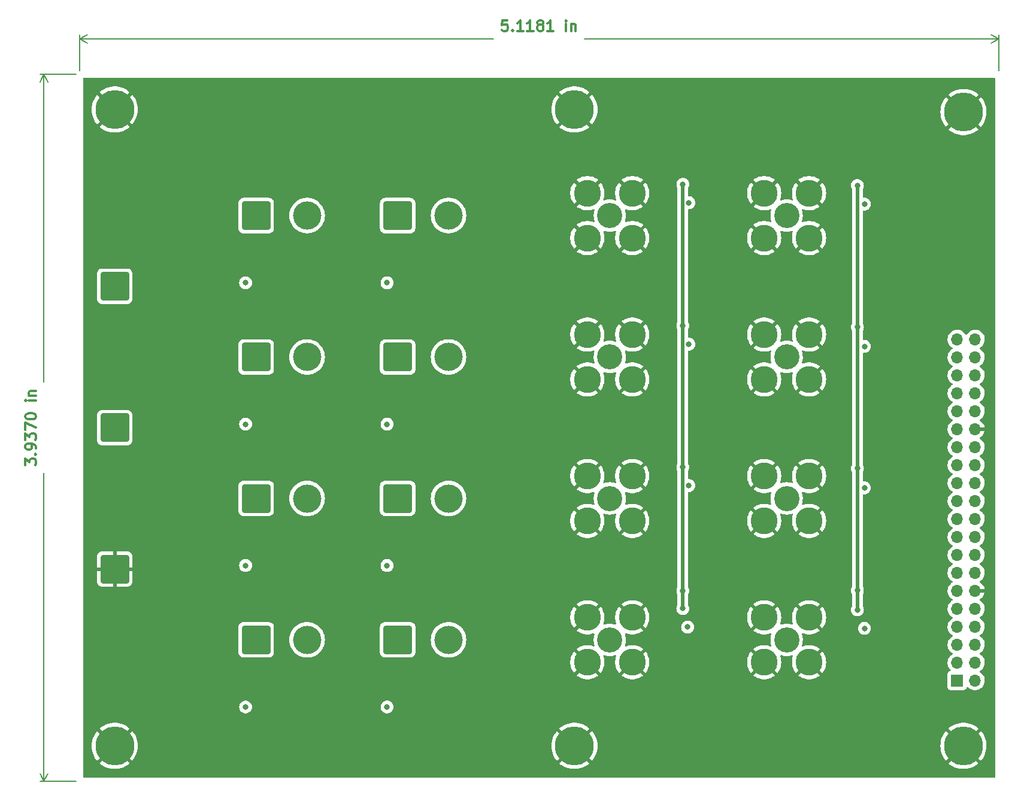
<source format=gbr>
%TF.GenerationSoftware,KiCad,Pcbnew,6.0.0-d3dd2cf0fa~116~ubuntu21.10.1*%
%TF.CreationDate,2022-01-19T11:26:26+00:00*%
%TF.ProjectId,latbox_cycloneV,6c617462-6f78-45f6-9379-636c6f6e6556,rev?*%
%TF.SameCoordinates,Original*%
%TF.FileFunction,Copper,L4,Bot*%
%TF.FilePolarity,Positive*%
%FSLAX46Y46*%
G04 Gerber Fmt 4.6, Leading zero omitted, Abs format (unit mm)*
G04 Created by KiCad (PCBNEW 6.0.0-d3dd2cf0fa~116~ubuntu21.10.1) date 2022-01-19 11:26:26*
%MOMM*%
%LPD*%
G01*
G04 APERTURE LIST*
G04 Aperture macros list*
%AMRoundRect*
0 Rectangle with rounded corners*
0 $1 Rounding radius*
0 $2 $3 $4 $5 $6 $7 $8 $9 X,Y pos of 4 corners*
0 Add a 4 corners polygon primitive as box body*
4,1,4,$2,$3,$4,$5,$6,$7,$8,$9,$2,$3,0*
0 Add four circle primitives for the rounded corners*
1,1,$1+$1,$2,$3*
1,1,$1+$1,$4,$5*
1,1,$1+$1,$6,$7*
1,1,$1+$1,$8,$9*
0 Add four rect primitives between the rounded corners*
20,1,$1+$1,$2,$3,$4,$5,0*
20,1,$1+$1,$4,$5,$6,$7,0*
20,1,$1+$1,$6,$7,$8,$9,0*
20,1,$1+$1,$8,$9,$2,$3,0*%
G04 Aperture macros list end*
%ADD10C,0.300000*%
%TA.AperFunction,NonConductor*%
%ADD11C,0.300000*%
%TD*%
%TA.AperFunction,NonConductor*%
%ADD12C,0.200000*%
%TD*%
%TA.AperFunction,ComponentPad*%
%ADD13C,5.500000*%
%TD*%
%TA.AperFunction,ComponentPad*%
%ADD14RoundRect,0.250000X-1.750000X-1.750000X1.750000X-1.750000X1.750000X1.750000X-1.750000X1.750000X0*%
%TD*%
%TA.AperFunction,ComponentPad*%
%ADD15C,4.000000*%
%TD*%
%TA.AperFunction,ComponentPad*%
%ADD16C,3.556000*%
%TD*%
%TA.AperFunction,ComponentPad*%
%ADD17C,3.810000*%
%TD*%
%TA.AperFunction,ComponentPad*%
%ADD18R,1.700000X1.700000*%
%TD*%
%TA.AperFunction,ComponentPad*%
%ADD19O,1.700000X1.700000*%
%TD*%
%TA.AperFunction,ViaPad*%
%ADD20C,0.800000*%
%TD*%
%TA.AperFunction,Conductor*%
%ADD21C,0.500000*%
%TD*%
G04 APERTURE END LIST*
D10*
D11*
X110535714Y-42378571D02*
X109821428Y-42378571D01*
X109750000Y-43092857D01*
X109821428Y-43021428D01*
X109964285Y-42950000D01*
X110321428Y-42950000D01*
X110464285Y-43021428D01*
X110535714Y-43092857D01*
X110607142Y-43235714D01*
X110607142Y-43592857D01*
X110535714Y-43735714D01*
X110464285Y-43807142D01*
X110321428Y-43878571D01*
X109964285Y-43878571D01*
X109821428Y-43807142D01*
X109750000Y-43735714D01*
X111250000Y-43735714D02*
X111321428Y-43807142D01*
X111250000Y-43878571D01*
X111178571Y-43807142D01*
X111250000Y-43735714D01*
X111250000Y-43878571D01*
X112750000Y-43878571D02*
X111892857Y-43878571D01*
X112321428Y-43878571D02*
X112321428Y-42378571D01*
X112178571Y-42592857D01*
X112035714Y-42735714D01*
X111892857Y-42807142D01*
X114178571Y-43878571D02*
X113321428Y-43878571D01*
X113750000Y-43878571D02*
X113750000Y-42378571D01*
X113607142Y-42592857D01*
X113464285Y-42735714D01*
X113321428Y-42807142D01*
X115035714Y-43021428D02*
X114892857Y-42950000D01*
X114821428Y-42878571D01*
X114750000Y-42735714D01*
X114750000Y-42664285D01*
X114821428Y-42521428D01*
X114892857Y-42450000D01*
X115035714Y-42378571D01*
X115321428Y-42378571D01*
X115464285Y-42450000D01*
X115535714Y-42521428D01*
X115607142Y-42664285D01*
X115607142Y-42735714D01*
X115535714Y-42878571D01*
X115464285Y-42950000D01*
X115321428Y-43021428D01*
X115035714Y-43021428D01*
X114892857Y-43092857D01*
X114821428Y-43164285D01*
X114750000Y-43307142D01*
X114750000Y-43592857D01*
X114821428Y-43735714D01*
X114892857Y-43807142D01*
X115035714Y-43878571D01*
X115321428Y-43878571D01*
X115464285Y-43807142D01*
X115535714Y-43735714D01*
X115607142Y-43592857D01*
X115607142Y-43307142D01*
X115535714Y-43164285D01*
X115464285Y-43092857D01*
X115321428Y-43021428D01*
X117035714Y-43878571D02*
X116178571Y-43878571D01*
X116607142Y-43878571D02*
X116607142Y-42378571D01*
X116464285Y-42592857D01*
X116321428Y-42735714D01*
X116178571Y-42807142D01*
X118821428Y-43878571D02*
X118821428Y-42878571D01*
X118821428Y-42378571D02*
X118750000Y-42450000D01*
X118821428Y-42521428D01*
X118892857Y-42450000D01*
X118821428Y-42378571D01*
X118821428Y-42521428D01*
X119535714Y-42878571D02*
X119535714Y-43878571D01*
X119535714Y-43021428D02*
X119607142Y-42950000D01*
X119750000Y-42878571D01*
X119964285Y-42878571D01*
X120107142Y-42950000D01*
X120178571Y-43092857D01*
X120178571Y-43878571D01*
D12*
X50000000Y-49500000D02*
X50000000Y-44413580D01*
X180000000Y-49500000D02*
X180000000Y-44413580D01*
X50000000Y-45000000D02*
X108564286Y-45000000D01*
X121435715Y-45000000D02*
X180000000Y-45000000D01*
X50000000Y-45000000D02*
X51126504Y-45586421D01*
X50000000Y-45000000D02*
X51126504Y-44413579D01*
X180000000Y-45000000D02*
X178873496Y-44413579D01*
X180000000Y-45000000D02*
X178873496Y-45586421D01*
D10*
D11*
X42378571Y-105321428D02*
X42378571Y-104392857D01*
X42950000Y-104892857D01*
X42950000Y-104678571D01*
X43021428Y-104535714D01*
X43092857Y-104464285D01*
X43235714Y-104392857D01*
X43592857Y-104392857D01*
X43735714Y-104464285D01*
X43807142Y-104535714D01*
X43878571Y-104678571D01*
X43878571Y-105107142D01*
X43807142Y-105250000D01*
X43735714Y-105321428D01*
X43735714Y-103750000D02*
X43807142Y-103678571D01*
X43878571Y-103750000D01*
X43807142Y-103821428D01*
X43735714Y-103750000D01*
X43878571Y-103750000D01*
X43878571Y-102964285D02*
X43878571Y-102678571D01*
X43807142Y-102535714D01*
X43735714Y-102464285D01*
X43521428Y-102321428D01*
X43235714Y-102250000D01*
X42664285Y-102250000D01*
X42521428Y-102321428D01*
X42450000Y-102392857D01*
X42378571Y-102535714D01*
X42378571Y-102821428D01*
X42450000Y-102964285D01*
X42521428Y-103035714D01*
X42664285Y-103107142D01*
X43021428Y-103107142D01*
X43164285Y-103035714D01*
X43235714Y-102964285D01*
X43307142Y-102821428D01*
X43307142Y-102535714D01*
X43235714Y-102392857D01*
X43164285Y-102321428D01*
X43021428Y-102250000D01*
X42378571Y-101750000D02*
X42378571Y-100821428D01*
X42950000Y-101321428D01*
X42950000Y-101107142D01*
X43021428Y-100964285D01*
X43092857Y-100892857D01*
X43235714Y-100821428D01*
X43592857Y-100821428D01*
X43735714Y-100892857D01*
X43807142Y-100964285D01*
X43878571Y-101107142D01*
X43878571Y-101535714D01*
X43807142Y-101678571D01*
X43735714Y-101750000D01*
X42378571Y-100321428D02*
X42378571Y-99321428D01*
X43878571Y-99964285D01*
X42378571Y-98464285D02*
X42378571Y-98321428D01*
X42450000Y-98178571D01*
X42521428Y-98107142D01*
X42664285Y-98035714D01*
X42950000Y-97964285D01*
X43307142Y-97964285D01*
X43592857Y-98035714D01*
X43735714Y-98107142D01*
X43807142Y-98178571D01*
X43878571Y-98321428D01*
X43878571Y-98464285D01*
X43807142Y-98607142D01*
X43735714Y-98678571D01*
X43592857Y-98750000D01*
X43307142Y-98821428D01*
X42950000Y-98821428D01*
X42664285Y-98750000D01*
X42521428Y-98678571D01*
X42450000Y-98607142D01*
X42378571Y-98464285D01*
X43878571Y-96178571D02*
X42878571Y-96178571D01*
X42378571Y-96178571D02*
X42450000Y-96250000D01*
X42521428Y-96178571D01*
X42450000Y-96107142D01*
X42378571Y-96178571D01*
X42521428Y-96178571D01*
X42878571Y-95464285D02*
X43878571Y-95464285D01*
X43021428Y-95464285D02*
X42950000Y-95392857D01*
X42878571Y-95250000D01*
X42878571Y-95035714D01*
X42950000Y-94892857D01*
X43092857Y-94821428D01*
X43878571Y-94821428D01*
D12*
X49500000Y-150000000D02*
X44413580Y-150000000D01*
X49500000Y-50000000D02*
X44413580Y-50000000D01*
X45000000Y-150000000D02*
X45000000Y-106435714D01*
X45000000Y-93564285D02*
X45000000Y-50000000D01*
X45000000Y-150000000D02*
X45586421Y-148873496D01*
X45000000Y-150000000D02*
X44413579Y-148873496D01*
X45000000Y-50000000D02*
X44413579Y-51126504D01*
X45000000Y-50000000D02*
X45586421Y-51126504D01*
D13*
%TO.P,H101,1,1*%
%TO.N,GND*%
X55000000Y-55000000D03*
%TD*%
D14*
%TO.P,J406,1,Pin_1*%
%TO.N,Net-(J406-Pad1)*%
X95000000Y-110000000D03*
D15*
%TO.P,J406,2,Pin_2*%
%TO.N,Earth_Clean*%
X102200000Y-110000000D03*
%TD*%
D14*
%TO.P,J402,1,Pin_1*%
%TO.N,Net-(J402-Pad1)*%
X95000000Y-70000000D03*
D15*
%TO.P,J402,2,Pin_2*%
%TO.N,Earth_Clean*%
X102200000Y-70000000D03*
%TD*%
D14*
%TO.P,J407,1,Pin_1*%
%TO.N,Net-(J407-Pad1)*%
X75000000Y-130000000D03*
D15*
%TO.P,J407,2,Pin_2*%
%TO.N,Earth_Clean*%
X82200000Y-130000000D03*
%TD*%
D14*
%TO.P,J408,1,Pin_1*%
%TO.N,Net-(J408-Pad1)*%
X95000000Y-130000000D03*
D15*
%TO.P,J408,2,Pin_2*%
%TO.N,Earth_Clean*%
X102200000Y-130000000D03*
%TD*%
D14*
%TO.P,J411,1,Pin_1*%
%TO.N,VDC*%
X55000000Y-80000000D03*
%TD*%
D16*
%TO.P,J304,1,In*%
%TO.N,Net-(J304-Pad1)*%
X125000000Y-130000000D03*
D17*
%TO.P,J304,2,Ext*%
%TO.N,GND*%
X121825000Y-133175000D03*
X121825000Y-126825000D03*
X128175000Y-133175000D03*
X128175000Y-126825000D03*
%TD*%
D16*
%TO.P,J204,1,In*%
%TO.N,Net-(J204-Pad1)*%
X150000000Y-130000000D03*
D17*
%TO.P,J204,2,Ext*%
%TO.N,GND*%
X153175000Y-126825000D03*
X153175000Y-133175000D03*
X146825000Y-126825000D03*
X146825000Y-133175000D03*
%TD*%
D14*
%TO.P,J401,1,Pin_1*%
%TO.N,Net-(J401-Pad1)*%
X75000000Y-70000000D03*
D15*
%TO.P,J401,2,Pin_2*%
%TO.N,Earth_Clean*%
X82200000Y-70000000D03*
%TD*%
D14*
%TO.P,J405,1,Pin_1*%
%TO.N,Net-(J405-Pad1)*%
X75000000Y-110000000D03*
D15*
%TO.P,J405,2,Pin_2*%
%TO.N,Earth_Clean*%
X82200000Y-110000000D03*
%TD*%
D13*
%TO.P,H102,1,1*%
%TO.N,GND*%
X175000000Y-55350000D03*
%TD*%
D16*
%TO.P,J301,1,In*%
%TO.N,Net-(J301-Pad1)*%
X125000000Y-70000000D03*
D17*
%TO.P,J301,2,Ext*%
%TO.N,GND*%
X121825000Y-73175000D03*
X121825000Y-66825000D03*
X128175000Y-73175000D03*
X128175000Y-66825000D03*
%TD*%
D14*
%TO.P,J403,1,Pin_1*%
%TO.N,Net-(J403-Pad1)*%
X75000000Y-90000000D03*
D15*
%TO.P,J403,2,Pin_2*%
%TO.N,Earth_Clean*%
X82200000Y-90000000D03*
%TD*%
D14*
%TO.P,J410,1,Pin_1*%
%TO.N,Earth_Clean*%
X55000000Y-100000000D03*
%TD*%
D16*
%TO.P,J202,1,In*%
%TO.N,Net-(J202-Pad1)*%
X150000000Y-90000000D03*
D17*
%TO.P,J202,2,Ext*%
%TO.N,GND*%
X146825000Y-93175000D03*
X153175000Y-93175000D03*
X153175000Y-86825000D03*
X146825000Y-86825000D03*
%TD*%
D18*
%TO.P,J101,1,Pin_1*%
%TO.N,/IN3*%
X174110000Y-135750000D03*
D19*
%TO.P,J101,2,Pin_2*%
%TO.N,unconnected-(J101-Pad2)*%
X176650000Y-135750000D03*
%TO.P,J101,3,Pin_3*%
%TO.N,/IN2*%
X174110000Y-133210000D03*
%TO.P,J101,4,Pin_4*%
%TO.N,unconnected-(J101-Pad4)*%
X176650000Y-133210000D03*
%TO.P,J101,5,Pin_5*%
%TO.N,/IN7*%
X174110000Y-130670000D03*
%TO.P,J101,6,Pin_6*%
%TO.N,unconnected-(J101-Pad6)*%
X176650000Y-130670000D03*
%TO.P,J101,7,Pin_7*%
%TO.N,/IN6*%
X174110000Y-128130000D03*
%TO.P,J101,8,Pin_8*%
%TO.N,unconnected-(J101-Pad8)*%
X176650000Y-128130000D03*
%TO.P,J101,9,Pin_9*%
%TO.N,unconnected-(J101-Pad9)*%
X174110000Y-125590000D03*
%TO.P,J101,10,Pin_10*%
%TO.N,unconnected-(J101-Pad10)*%
X176650000Y-125590000D03*
%TO.P,J101,11,Pin_11*%
%TO.N,+5V*%
X174110000Y-123050000D03*
%TO.P,J101,12,Pin_12*%
%TO.N,GND*%
X176650000Y-123050000D03*
%TO.P,J101,13,Pin_13*%
%TO.N,/OUT8*%
X174110000Y-120510000D03*
%TO.P,J101,14,Pin_14*%
%TO.N,unconnected-(J101-Pad14)*%
X176650000Y-120510000D03*
%TO.P,J101,15,Pin_15*%
%TO.N,/OUT7*%
X174110000Y-117970000D03*
%TO.P,J101,16,Pin_16*%
%TO.N,unconnected-(J101-Pad16)*%
X176650000Y-117970000D03*
%TO.P,J101,17,Pin_17*%
%TO.N,/OUT6*%
X174110000Y-115430000D03*
%TO.P,J101,18,Pin_18*%
%TO.N,unconnected-(J101-Pad18)*%
X176650000Y-115430000D03*
%TO.P,J101,19,Pin_19*%
%TO.N,/OUT5*%
X174110000Y-112890000D03*
%TO.P,J101,20,Pin_20*%
%TO.N,unconnected-(J101-Pad20)*%
X176650000Y-112890000D03*
%TO.P,J101,21,Pin_21*%
%TO.N,/OUT3*%
X174110000Y-110350000D03*
%TO.P,J101,22,Pin_22*%
%TO.N,unconnected-(J101-Pad22)*%
X176650000Y-110350000D03*
%TO.P,J101,23,Pin_23*%
%TO.N,/OUT4*%
X174110000Y-107810000D03*
%TO.P,J101,24,Pin_24*%
%TO.N,unconnected-(J101-Pad24)*%
X176650000Y-107810000D03*
%TO.P,J101,25,Pin_25*%
%TO.N,/OUT1*%
X174110000Y-105270000D03*
%TO.P,J101,26,Pin_26*%
%TO.N,unconnected-(J101-Pad26)*%
X176650000Y-105270000D03*
%TO.P,J101,27,Pin_27*%
%TO.N,/OUT2*%
X174110000Y-102730000D03*
%TO.P,J101,28,Pin_28*%
%TO.N,unconnected-(J101-Pad28)*%
X176650000Y-102730000D03*
%TO.P,J101,29,Pin_29*%
%TO.N,+3V3*%
X174110000Y-100190000D03*
%TO.P,J101,30,Pin_30*%
%TO.N,GND*%
X176650000Y-100190000D03*
%TO.P,J101,31,Pin_31*%
%TO.N,unconnected-(J101-Pad31)*%
X174110000Y-97650000D03*
%TO.P,J101,32,Pin_32*%
%TO.N,unconnected-(J101-Pad32)*%
X176650000Y-97650000D03*
%TO.P,J101,33,Pin_33*%
%TO.N,/IN5*%
X174110000Y-95110000D03*
%TO.P,J101,34,Pin_34*%
%TO.N,unconnected-(J101-Pad34)*%
X176650000Y-95110000D03*
%TO.P,J101,35,Pin_35*%
%TO.N,/IN4*%
X174110000Y-92570000D03*
%TO.P,J101,36,Pin_36*%
%TO.N,unconnected-(J101-Pad36)*%
X176650000Y-92570000D03*
%TO.P,J101,37,Pin_37*%
%TO.N,/IN1*%
X174110000Y-90030000D03*
%TO.P,J101,38,Pin_38*%
%TO.N,unconnected-(J101-Pad38)*%
X176650000Y-90030000D03*
%TO.P,J101,39,Pin_39*%
%TO.N,/IN0*%
X174110000Y-87490000D03*
%TO.P,J101,40,Pin_40*%
%TO.N,unconnected-(J101-Pad40)*%
X176650000Y-87490000D03*
%TD*%
D13*
%TO.P,H105,1,1*%
%TO.N,GND*%
X175000000Y-145000000D03*
%TD*%
%TO.P,H106,1,1*%
%TO.N,GND*%
X120000000Y-145000000D03*
%TD*%
D14*
%TO.P,J404,1,Pin_1*%
%TO.N,Net-(J404-Pad1)*%
X95000000Y-90000000D03*
D15*
%TO.P,J404,2,Pin_2*%
%TO.N,Earth_Clean*%
X102200000Y-90000000D03*
%TD*%
D16*
%TO.P,J302,1,In*%
%TO.N,Net-(J302-Pad1)*%
X125000000Y-90000000D03*
D17*
%TO.P,J302,2,Ext*%
%TO.N,GND*%
X128175000Y-86825000D03*
X121825000Y-93175000D03*
X128175000Y-93175000D03*
X121825000Y-86825000D03*
%TD*%
D16*
%TO.P,J303,1,In*%
%TO.N,Net-(J303-Pad1)*%
X125000000Y-110000000D03*
D17*
%TO.P,J303,2,Ext*%
%TO.N,GND*%
X128175000Y-113175000D03*
X128175000Y-106825000D03*
X121825000Y-113175000D03*
X121825000Y-106825000D03*
%TD*%
D16*
%TO.P,J201,1,In*%
%TO.N,Net-(J201-Pad1)*%
X150000000Y-70000000D03*
D17*
%TO.P,J201,2,Ext*%
%TO.N,GND*%
X153175000Y-73175000D03*
X146825000Y-73175000D03*
X146825000Y-66825000D03*
X153175000Y-66825000D03*
%TD*%
D16*
%TO.P,J203,1,In*%
%TO.N,Net-(J203-Pad1)*%
X150000000Y-110000000D03*
D17*
%TO.P,J203,2,Ext*%
%TO.N,GND*%
X146825000Y-113175000D03*
X153175000Y-113175000D03*
X153175000Y-106825000D03*
X146825000Y-106825000D03*
%TD*%
D13*
%TO.P,H104,1,1*%
%TO.N,GND*%
X120000000Y-55000000D03*
%TD*%
D14*
%TO.P,J409,1,Pin_1*%
%TO.N,GND*%
X55000000Y-120000000D03*
%TD*%
D13*
%TO.P,H103,1,1*%
%TO.N,GND*%
X55000000Y-145000000D03*
%TD*%
D20*
%TO.N,+5V*%
X160000000Y-123000000D03*
X160000000Y-65750000D03*
X135325000Y-105575000D03*
X135325000Y-125575000D03*
X135325000Y-123075000D03*
X135325000Y-65575000D03*
X160000000Y-85750000D03*
X135325000Y-85575000D03*
X160000000Y-125750000D03*
X160000000Y-105750000D03*
%TO.N,/IN0*%
X161000000Y-68375011D03*
%TO.N,/IN1*%
X161000000Y-88500000D03*
%TO.N,/IN2*%
X136174500Y-108184500D03*
%TO.N,/IN3*%
X136000000Y-128184500D03*
%TO.N,/OUT8*%
X93500000Y-139500000D03*
%TO.N,/OUT7*%
X73500000Y-139500000D03*
%TO.N,/OUT6*%
X93500000Y-119500000D03*
%TO.N,/OUT5*%
X73500000Y-119500000D03*
%TO.N,/OUT4*%
X93500000Y-99500000D03*
%TO.N,/OUT3*%
X73500000Y-99500000D03*
%TO.N,/OUT2*%
X93500000Y-79500000D03*
%TO.N,/OUT1*%
X73500000Y-79500000D03*
%TO.N,/IN4*%
X136174500Y-68184500D03*
%TO.N,/IN5*%
X136174500Y-88184500D03*
%TO.N,/IN6*%
X161000000Y-108500000D03*
%TO.N,/IN7*%
X161000000Y-128375011D03*
%TD*%
D21*
%TO.N,+5V*%
X160000000Y-123000000D02*
X160000000Y-105750000D01*
X160000000Y-125750000D02*
X160000000Y-123000000D01*
X135325000Y-125575000D02*
X135325000Y-123075000D01*
X135325000Y-105575000D02*
X135325000Y-85575000D01*
X160000000Y-85750000D02*
X160000000Y-65750000D01*
X160000000Y-105750000D02*
X160000000Y-85750000D01*
X135325000Y-85575000D02*
X135325000Y-65575000D01*
X135325000Y-123075000D02*
X135325000Y-105575000D01*
%TD*%
%TA.AperFunction,Conductor*%
%TO.N,GND*%
G36*
X179434121Y-50528002D02*
G01*
X179480614Y-50581658D01*
X179492000Y-50634000D01*
X179492000Y-149366000D01*
X179471998Y-149434121D01*
X179418342Y-149480614D01*
X179366000Y-149492000D01*
X50634000Y-149492000D01*
X50565879Y-149471998D01*
X50519386Y-149418342D01*
X50508000Y-149366000D01*
X50508000Y-147479389D01*
X52885541Y-147479389D01*
X52893678Y-147490395D01*
X53153938Y-147690099D01*
X53159537Y-147693933D01*
X53455261Y-147873736D01*
X53461251Y-147876948D01*
X53774657Y-148023758D01*
X53780961Y-148026305D01*
X54108384Y-148138406D01*
X54114935Y-148140260D01*
X54452539Y-148216342D01*
X54459258Y-148217479D01*
X54803113Y-148256657D01*
X54809903Y-148257060D01*
X55155973Y-148258872D01*
X55162774Y-148258540D01*
X55507020Y-148222966D01*
X55513748Y-148221900D01*
X55852144Y-148149353D01*
X55858693Y-148147574D01*
X56187278Y-148038905D01*
X56193620Y-148036419D01*
X56508523Y-147892910D01*
X56514577Y-147889745D01*
X56812128Y-147713073D01*
X56817809Y-147709270D01*
X57094547Y-147501489D01*
X57099771Y-147497105D01*
X57106238Y-147491053D01*
X57113118Y-147479389D01*
X117885541Y-147479389D01*
X117893678Y-147490395D01*
X118153938Y-147690099D01*
X118159537Y-147693933D01*
X118455261Y-147873736D01*
X118461251Y-147876948D01*
X118774657Y-148023758D01*
X118780961Y-148026305D01*
X119108384Y-148138406D01*
X119114935Y-148140260D01*
X119452539Y-148216342D01*
X119459258Y-148217479D01*
X119803113Y-148256657D01*
X119809903Y-148257060D01*
X120155973Y-148258872D01*
X120162774Y-148258540D01*
X120507020Y-148222966D01*
X120513748Y-148221900D01*
X120852144Y-148149353D01*
X120858693Y-148147574D01*
X121187278Y-148038905D01*
X121193620Y-148036419D01*
X121508523Y-147892910D01*
X121514577Y-147889745D01*
X121812128Y-147713073D01*
X121817809Y-147709270D01*
X122094547Y-147501489D01*
X122099771Y-147497105D01*
X122106238Y-147491053D01*
X122113118Y-147479389D01*
X172885541Y-147479389D01*
X172893678Y-147490395D01*
X173153938Y-147690099D01*
X173159537Y-147693933D01*
X173455261Y-147873736D01*
X173461251Y-147876948D01*
X173774657Y-148023758D01*
X173780961Y-148026305D01*
X174108384Y-148138406D01*
X174114935Y-148140260D01*
X174452539Y-148216342D01*
X174459258Y-148217479D01*
X174803113Y-148256657D01*
X174809903Y-148257060D01*
X175155973Y-148258872D01*
X175162774Y-148258540D01*
X175507020Y-148222966D01*
X175513748Y-148221900D01*
X175852144Y-148149353D01*
X175858693Y-148147574D01*
X176187278Y-148038905D01*
X176193620Y-148036419D01*
X176508523Y-147892910D01*
X176514577Y-147889745D01*
X176812128Y-147713073D01*
X176817809Y-147709270D01*
X177094547Y-147501489D01*
X177099771Y-147497105D01*
X177106238Y-147491053D01*
X177114307Y-147477373D01*
X177114280Y-147476649D01*
X177109136Y-147468346D01*
X175012812Y-145372022D01*
X174998868Y-145364408D01*
X174997035Y-145364539D01*
X174990420Y-145368790D01*
X172892422Y-147466788D01*
X172885541Y-147479389D01*
X122113118Y-147479389D01*
X122114307Y-147477373D01*
X122114280Y-147476649D01*
X122109136Y-147468346D01*
X120012812Y-145372022D01*
X119998868Y-145364408D01*
X119997035Y-145364539D01*
X119990420Y-145368790D01*
X117892422Y-147466788D01*
X117885541Y-147479389D01*
X57113118Y-147479389D01*
X57114307Y-147477373D01*
X57114280Y-147476649D01*
X57109136Y-147468346D01*
X55012812Y-145372022D01*
X54998868Y-145364408D01*
X54997035Y-145364539D01*
X54990420Y-145368790D01*
X52892422Y-147466788D01*
X52885541Y-147479389D01*
X50508000Y-147479389D01*
X50508000Y-144992007D01*
X51737407Y-144992007D01*
X51754917Y-145337659D01*
X51755627Y-145344415D01*
X51810363Y-145686141D01*
X51811802Y-145692796D01*
X51903122Y-146026604D01*
X51905271Y-146033065D01*
X52032110Y-146355067D01*
X52034941Y-146361250D01*
X52195815Y-146667670D01*
X52199298Y-146673513D01*
X52392321Y-146960761D01*
X52396424Y-146966205D01*
X52511911Y-147103351D01*
X52524650Y-147111794D01*
X52535094Y-147105696D01*
X54627978Y-145012812D01*
X54634356Y-145001132D01*
X55364408Y-145001132D01*
X55364539Y-145002965D01*
X55368790Y-145009580D01*
X57463553Y-147104343D01*
X57477150Y-147111768D01*
X57486761Y-147105068D01*
X57582845Y-146993360D01*
X57587003Y-146987960D01*
X57783023Y-146702751D01*
X57786570Y-146696940D01*
X57950634Y-146392238D01*
X57953541Y-146386060D01*
X58083744Y-146065411D01*
X58085958Y-146058981D01*
X58180769Y-145726143D01*
X58182276Y-145719513D01*
X58240590Y-145378362D01*
X58241370Y-145371622D01*
X58262595Y-145024576D01*
X58262711Y-145020973D01*
X58262779Y-145001819D01*
X58262687Y-144998194D01*
X58262352Y-144992007D01*
X116737407Y-144992007D01*
X116754917Y-145337659D01*
X116755627Y-145344415D01*
X116810363Y-145686141D01*
X116811802Y-145692796D01*
X116903122Y-146026604D01*
X116905271Y-146033065D01*
X117032110Y-146355067D01*
X117034941Y-146361250D01*
X117195815Y-146667670D01*
X117199298Y-146673513D01*
X117392321Y-146960761D01*
X117396424Y-146966205D01*
X117511911Y-147103351D01*
X117524650Y-147111794D01*
X117535094Y-147105696D01*
X119627978Y-145012812D01*
X119634356Y-145001132D01*
X120364408Y-145001132D01*
X120364539Y-145002965D01*
X120368790Y-145009580D01*
X122463553Y-147104343D01*
X122477150Y-147111768D01*
X122486761Y-147105068D01*
X122582845Y-146993360D01*
X122587003Y-146987960D01*
X122783023Y-146702751D01*
X122786570Y-146696940D01*
X122950634Y-146392238D01*
X122953541Y-146386060D01*
X123083744Y-146065411D01*
X123085958Y-146058981D01*
X123180769Y-145726143D01*
X123182276Y-145719513D01*
X123240590Y-145378362D01*
X123241370Y-145371622D01*
X123262595Y-145024576D01*
X123262711Y-145020973D01*
X123262779Y-145001819D01*
X123262687Y-144998194D01*
X123262352Y-144992007D01*
X171737407Y-144992007D01*
X171754917Y-145337659D01*
X171755627Y-145344415D01*
X171810363Y-145686141D01*
X171811802Y-145692796D01*
X171903122Y-146026604D01*
X171905271Y-146033065D01*
X172032110Y-146355067D01*
X172034941Y-146361250D01*
X172195815Y-146667670D01*
X172199298Y-146673513D01*
X172392321Y-146960761D01*
X172396424Y-146966205D01*
X172511911Y-147103351D01*
X172524650Y-147111794D01*
X172535094Y-147105696D01*
X174627978Y-145012812D01*
X174634356Y-145001132D01*
X175364408Y-145001132D01*
X175364539Y-145002965D01*
X175368790Y-145009580D01*
X177463553Y-147104343D01*
X177477150Y-147111768D01*
X177486761Y-147105068D01*
X177582845Y-146993360D01*
X177587003Y-146987960D01*
X177783023Y-146702751D01*
X177786570Y-146696940D01*
X177950634Y-146392238D01*
X177953541Y-146386060D01*
X178083744Y-146065411D01*
X178085958Y-146058981D01*
X178180769Y-145726143D01*
X178182276Y-145719513D01*
X178240590Y-145378362D01*
X178241370Y-145371622D01*
X178262595Y-145024576D01*
X178262711Y-145020973D01*
X178262779Y-145001819D01*
X178262687Y-144998194D01*
X178243885Y-144651023D01*
X178243150Y-144644257D01*
X178187224Y-144302738D01*
X178185757Y-144296066D01*
X178093278Y-143962597D01*
X178091104Y-143956134D01*
X177963143Y-143634583D01*
X177960290Y-143628409D01*
X177798343Y-143322545D01*
X177794849Y-143316728D01*
X177600813Y-143030140D01*
X177596699Y-143024721D01*
X177488090Y-142896653D01*
X177475265Y-142888217D01*
X177464940Y-142894270D01*
X175372022Y-144987188D01*
X175364408Y-145001132D01*
X174634356Y-145001132D01*
X174635592Y-144998868D01*
X174635461Y-144997035D01*
X174631210Y-144990420D01*
X172536457Y-142895667D01*
X172522920Y-142888275D01*
X172513219Y-142895063D01*
X172410220Y-143015659D01*
X172406066Y-143021092D01*
X172211056Y-143306965D01*
X172207521Y-143312802D01*
X172044518Y-143618080D01*
X172041642Y-143624249D01*
X171912558Y-143945355D01*
X171910365Y-143951795D01*
X171816714Y-144284968D01*
X171815231Y-144291603D01*
X171758112Y-144632936D01*
X171757353Y-144639708D01*
X171737431Y-144985212D01*
X171737407Y-144992007D01*
X123262352Y-144992007D01*
X123243885Y-144651023D01*
X123243150Y-144644257D01*
X123187224Y-144302738D01*
X123185757Y-144296066D01*
X123093278Y-143962597D01*
X123091104Y-143956134D01*
X122963143Y-143634583D01*
X122960290Y-143628409D01*
X122798343Y-143322545D01*
X122794849Y-143316728D01*
X122600813Y-143030140D01*
X122596699Y-143024721D01*
X122488090Y-142896653D01*
X122475265Y-142888217D01*
X122464940Y-142894270D01*
X120372022Y-144987188D01*
X120364408Y-145001132D01*
X119634356Y-145001132D01*
X119635592Y-144998868D01*
X119635461Y-144997035D01*
X119631210Y-144990420D01*
X117536457Y-142895667D01*
X117522920Y-142888275D01*
X117513219Y-142895063D01*
X117410220Y-143015659D01*
X117406066Y-143021092D01*
X117211056Y-143306965D01*
X117207521Y-143312802D01*
X117044518Y-143618080D01*
X117041642Y-143624249D01*
X116912558Y-143945355D01*
X116910365Y-143951795D01*
X116816714Y-144284968D01*
X116815231Y-144291603D01*
X116758112Y-144632936D01*
X116757353Y-144639708D01*
X116737431Y-144985212D01*
X116737407Y-144992007D01*
X58262352Y-144992007D01*
X58243885Y-144651023D01*
X58243150Y-144644257D01*
X58187224Y-144302738D01*
X58185757Y-144296066D01*
X58093278Y-143962597D01*
X58091104Y-143956134D01*
X57963143Y-143634583D01*
X57960290Y-143628409D01*
X57798343Y-143322545D01*
X57794849Y-143316728D01*
X57600813Y-143030140D01*
X57596699Y-143024721D01*
X57488090Y-142896653D01*
X57475265Y-142888217D01*
X57464940Y-142894270D01*
X55372022Y-144987188D01*
X55364408Y-145001132D01*
X54634356Y-145001132D01*
X54635592Y-144998868D01*
X54635461Y-144997035D01*
X54631210Y-144990420D01*
X52536457Y-142895667D01*
X52522920Y-142888275D01*
X52513219Y-142895063D01*
X52410220Y-143015659D01*
X52406066Y-143021092D01*
X52211056Y-143306965D01*
X52207521Y-143312802D01*
X52044518Y-143618080D01*
X52041642Y-143624249D01*
X51912558Y-143945355D01*
X51910365Y-143951795D01*
X51816714Y-144284968D01*
X51815231Y-144291603D01*
X51758112Y-144632936D01*
X51757353Y-144639708D01*
X51737431Y-144985212D01*
X51737407Y-144992007D01*
X50508000Y-144992007D01*
X50508000Y-142522234D01*
X52885322Y-142522234D01*
X52885357Y-142523075D01*
X52890410Y-142531200D01*
X54987188Y-144627978D01*
X55001132Y-144635592D01*
X55002965Y-144635461D01*
X55009580Y-144631210D01*
X57107431Y-142533359D01*
X57113506Y-142522234D01*
X117885322Y-142522234D01*
X117885357Y-142523075D01*
X117890410Y-142531200D01*
X119987188Y-144627978D01*
X120001132Y-144635592D01*
X120002965Y-144635461D01*
X120009580Y-144631210D01*
X122107431Y-142533359D01*
X122113506Y-142522234D01*
X172885322Y-142522234D01*
X172885357Y-142523075D01*
X172890410Y-142531200D01*
X174987188Y-144627978D01*
X175001132Y-144635592D01*
X175002965Y-144635461D01*
X175009580Y-144631210D01*
X177107431Y-142533359D01*
X177115045Y-142519415D01*
X177114977Y-142518460D01*
X177111024Y-142512482D01*
X176836667Y-142303479D01*
X176831041Y-142299655D01*
X176534706Y-142120894D01*
X176528694Y-142117697D01*
X176214774Y-141971980D01*
X176208474Y-141969460D01*
X175880664Y-141858503D01*
X175874086Y-141856667D01*
X175536237Y-141781768D01*
X175529499Y-141780652D01*
X175185515Y-141742675D01*
X175178735Y-141742296D01*
X174832636Y-141741693D01*
X174825863Y-141742048D01*
X174481726Y-141778825D01*
X174475016Y-141779912D01*
X174136883Y-141853637D01*
X174130308Y-141855448D01*
X173802117Y-141965259D01*
X173795795Y-141967762D01*
X173481388Y-142112373D01*
X173475345Y-142115559D01*
X173178402Y-142293276D01*
X173172756Y-142297085D01*
X172896726Y-142505844D01*
X172893140Y-142508875D01*
X172885322Y-142522234D01*
X122113506Y-142522234D01*
X122115045Y-142519415D01*
X122114977Y-142518460D01*
X122111024Y-142512482D01*
X121836667Y-142303479D01*
X121831041Y-142299655D01*
X121534706Y-142120894D01*
X121528694Y-142117697D01*
X121214774Y-141971980D01*
X121208474Y-141969460D01*
X120880664Y-141858503D01*
X120874086Y-141856667D01*
X120536237Y-141781768D01*
X120529499Y-141780652D01*
X120185515Y-141742675D01*
X120178735Y-141742296D01*
X119832636Y-141741693D01*
X119825863Y-141742048D01*
X119481726Y-141778825D01*
X119475016Y-141779912D01*
X119136883Y-141853637D01*
X119130308Y-141855448D01*
X118802117Y-141965259D01*
X118795795Y-141967762D01*
X118481388Y-142112373D01*
X118475345Y-142115559D01*
X118178402Y-142293276D01*
X118172756Y-142297085D01*
X117896726Y-142505844D01*
X117893140Y-142508875D01*
X117885322Y-142522234D01*
X57113506Y-142522234D01*
X57115045Y-142519415D01*
X57114977Y-142518460D01*
X57111024Y-142512482D01*
X56836667Y-142303479D01*
X56831041Y-142299655D01*
X56534706Y-142120894D01*
X56528694Y-142117697D01*
X56214774Y-141971980D01*
X56208474Y-141969460D01*
X55880664Y-141858503D01*
X55874086Y-141856667D01*
X55536237Y-141781768D01*
X55529499Y-141780652D01*
X55185515Y-141742675D01*
X55178735Y-141742296D01*
X54832636Y-141741693D01*
X54825863Y-141742048D01*
X54481726Y-141778825D01*
X54475016Y-141779912D01*
X54136883Y-141853637D01*
X54130308Y-141855448D01*
X53802117Y-141965259D01*
X53795795Y-141967762D01*
X53481388Y-142112373D01*
X53475345Y-142115559D01*
X53178402Y-142293276D01*
X53172756Y-142297085D01*
X52896726Y-142505844D01*
X52893140Y-142508875D01*
X52885322Y-142522234D01*
X50508000Y-142522234D01*
X50508000Y-139500000D01*
X72586898Y-139500000D01*
X72606851Y-139689845D01*
X72665840Y-139871392D01*
X72761285Y-140036708D01*
X72889016Y-140178567D01*
X73043449Y-140290770D01*
X73049477Y-140293454D01*
X73049479Y-140293455D01*
X73211805Y-140365727D01*
X73217836Y-140368412D01*
X73311195Y-140388256D01*
X73398098Y-140406728D01*
X73398102Y-140406728D01*
X73404555Y-140408100D01*
X73595445Y-140408100D01*
X73601898Y-140406728D01*
X73601902Y-140406728D01*
X73688805Y-140388256D01*
X73782164Y-140368412D01*
X73788195Y-140365727D01*
X73950521Y-140293455D01*
X73950523Y-140293454D01*
X73956551Y-140290770D01*
X74110984Y-140178567D01*
X74238715Y-140036708D01*
X74334160Y-139871392D01*
X74393149Y-139689845D01*
X74413102Y-139500000D01*
X92586898Y-139500000D01*
X92606851Y-139689845D01*
X92665840Y-139871392D01*
X92761285Y-140036708D01*
X92889016Y-140178567D01*
X93043449Y-140290770D01*
X93049477Y-140293454D01*
X93049479Y-140293455D01*
X93211805Y-140365727D01*
X93217836Y-140368412D01*
X93311195Y-140388256D01*
X93398098Y-140406728D01*
X93398102Y-140406728D01*
X93404555Y-140408100D01*
X93595445Y-140408100D01*
X93601898Y-140406728D01*
X93601902Y-140406728D01*
X93688805Y-140388256D01*
X93782164Y-140368412D01*
X93788195Y-140365727D01*
X93950521Y-140293455D01*
X93950523Y-140293454D01*
X93956551Y-140290770D01*
X94110984Y-140178567D01*
X94238715Y-140036708D01*
X94334160Y-139871392D01*
X94393149Y-139689845D01*
X94413102Y-139500000D01*
X94393149Y-139310155D01*
X94334160Y-139128608D01*
X94238715Y-138963292D01*
X94110984Y-138821433D01*
X93956551Y-138709230D01*
X93950523Y-138706546D01*
X93950521Y-138706545D01*
X93788195Y-138634273D01*
X93788194Y-138634273D01*
X93782164Y-138631588D01*
X93688805Y-138611744D01*
X93601902Y-138593272D01*
X93601898Y-138593272D01*
X93595445Y-138591900D01*
X93404555Y-138591900D01*
X93398102Y-138593272D01*
X93398098Y-138593272D01*
X93311195Y-138611744D01*
X93217836Y-138631588D01*
X93211806Y-138634273D01*
X93211805Y-138634273D01*
X93049479Y-138706545D01*
X93049477Y-138706546D01*
X93043449Y-138709230D01*
X92889016Y-138821433D01*
X92761285Y-138963292D01*
X92665840Y-139128608D01*
X92606851Y-139310155D01*
X92586898Y-139500000D01*
X74413102Y-139500000D01*
X74393149Y-139310155D01*
X74334160Y-139128608D01*
X74238715Y-138963292D01*
X74110984Y-138821433D01*
X73956551Y-138709230D01*
X73950523Y-138706546D01*
X73950521Y-138706545D01*
X73788195Y-138634273D01*
X73788194Y-138634273D01*
X73782164Y-138631588D01*
X73688805Y-138611744D01*
X73601902Y-138593272D01*
X73601898Y-138593272D01*
X73595445Y-138591900D01*
X73404555Y-138591900D01*
X73398102Y-138593272D01*
X73398098Y-138593272D01*
X73311195Y-138611744D01*
X73217836Y-138631588D01*
X73211806Y-138634273D01*
X73211805Y-138634273D01*
X73049479Y-138706545D01*
X73049477Y-138706546D01*
X73043449Y-138709230D01*
X72889016Y-138821433D01*
X72761285Y-138963292D01*
X72665840Y-139128608D01*
X72606851Y-139310155D01*
X72586898Y-139500000D01*
X50508000Y-139500000D01*
X50508000Y-135052975D01*
X120311733Y-135052975D01*
X120320560Y-135064593D01*
X120526285Y-135214061D01*
X120532966Y-135218301D01*
X120792101Y-135360762D01*
X120799236Y-135364119D01*
X121074185Y-135472979D01*
X121081710Y-135475424D01*
X121368116Y-135548960D01*
X121375887Y-135550443D01*
X121669256Y-135587503D01*
X121677146Y-135588000D01*
X121972854Y-135588000D01*
X121980744Y-135587503D01*
X122274113Y-135550443D01*
X122281884Y-135548960D01*
X122568290Y-135475424D01*
X122575815Y-135472979D01*
X122850764Y-135364119D01*
X122857899Y-135360762D01*
X123117034Y-135218301D01*
X123123715Y-135214061D01*
X123329811Y-135064324D01*
X123338234Y-135053401D01*
X123338005Y-135052975D01*
X126661733Y-135052975D01*
X126670560Y-135064593D01*
X126876285Y-135214061D01*
X126882966Y-135218301D01*
X127142101Y-135360762D01*
X127149236Y-135364119D01*
X127424185Y-135472979D01*
X127431710Y-135475424D01*
X127718116Y-135548960D01*
X127725887Y-135550443D01*
X128019256Y-135587503D01*
X128027146Y-135588000D01*
X128322854Y-135588000D01*
X128330744Y-135587503D01*
X128624113Y-135550443D01*
X128631884Y-135548960D01*
X128918290Y-135475424D01*
X128925815Y-135472979D01*
X129200764Y-135364119D01*
X129207899Y-135360762D01*
X129467034Y-135218301D01*
X129473715Y-135214061D01*
X129679811Y-135064324D01*
X129688234Y-135053401D01*
X129688005Y-135052975D01*
X145311733Y-135052975D01*
X145320560Y-135064593D01*
X145526285Y-135214061D01*
X145532966Y-135218301D01*
X145792101Y-135360762D01*
X145799236Y-135364119D01*
X146074185Y-135472979D01*
X146081710Y-135475424D01*
X146368116Y-135548960D01*
X146375887Y-135550443D01*
X146669256Y-135587503D01*
X146677146Y-135588000D01*
X146972854Y-135588000D01*
X146980744Y-135587503D01*
X147274113Y-135550443D01*
X147281884Y-135548960D01*
X147568290Y-135475424D01*
X147575815Y-135472979D01*
X147850764Y-135364119D01*
X147857899Y-135360762D01*
X148117034Y-135218301D01*
X148123715Y-135214061D01*
X148329811Y-135064324D01*
X148338234Y-135053401D01*
X148338005Y-135052975D01*
X151661733Y-135052975D01*
X151670560Y-135064593D01*
X151876285Y-135214061D01*
X151882966Y-135218301D01*
X152142101Y-135360762D01*
X152149236Y-135364119D01*
X152424185Y-135472979D01*
X152431710Y-135475424D01*
X152718116Y-135548960D01*
X152725887Y-135550443D01*
X153019256Y-135587503D01*
X153027146Y-135588000D01*
X153322854Y-135588000D01*
X153330744Y-135587503D01*
X153624113Y-135550443D01*
X153631884Y-135548960D01*
X153918290Y-135475424D01*
X153925815Y-135472979D01*
X154200764Y-135364119D01*
X154207899Y-135360762D01*
X154467034Y-135218301D01*
X154473715Y-135214061D01*
X154679811Y-135064324D01*
X154688234Y-135053401D01*
X154681330Y-135040540D01*
X153187812Y-133547022D01*
X153173868Y-133539408D01*
X153172035Y-133539539D01*
X153165420Y-133543790D01*
X151668346Y-135040864D01*
X151661733Y-135052975D01*
X148338005Y-135052975D01*
X148331330Y-135040540D01*
X146837812Y-133547022D01*
X146823868Y-133539408D01*
X146822035Y-133539539D01*
X146815420Y-133543790D01*
X145318346Y-135040864D01*
X145311733Y-135052975D01*
X129688005Y-135052975D01*
X129681330Y-135040540D01*
X128187812Y-133547022D01*
X128173868Y-133539408D01*
X128172035Y-133539539D01*
X128165420Y-133543790D01*
X126668346Y-135040864D01*
X126661733Y-135052975D01*
X123338005Y-135052975D01*
X123331330Y-135040540D01*
X121837812Y-133547022D01*
X121823868Y-133539408D01*
X121822035Y-133539539D01*
X121815420Y-133543790D01*
X120318346Y-135040864D01*
X120311733Y-135052975D01*
X50508000Y-135052975D01*
X50508000Y-133178958D01*
X119407478Y-133178958D01*
X119426045Y-133474064D01*
X119427038Y-133481927D01*
X119482444Y-133772374D01*
X119484415Y-133780051D01*
X119575787Y-134061268D01*
X119578702Y-134068631D01*
X119704603Y-134336184D01*
X119708415Y-134343117D01*
X119866856Y-134592780D01*
X119871510Y-134599186D01*
X119936970Y-134678313D01*
X119949489Y-134686769D01*
X119960227Y-134680563D01*
X121452978Y-133187812D01*
X121460592Y-133173868D01*
X121460461Y-133172035D01*
X121456210Y-133165420D01*
X119961330Y-131670540D01*
X119948067Y-131663298D01*
X119937965Y-131670484D01*
X119871510Y-131750814D01*
X119866856Y-131757220D01*
X119708415Y-132006883D01*
X119704603Y-132013816D01*
X119578702Y-132281369D01*
X119575787Y-132288732D01*
X119484415Y-132569949D01*
X119482444Y-132577626D01*
X119427038Y-132868073D01*
X119426045Y-132875936D01*
X119407478Y-133171042D01*
X119407478Y-133178958D01*
X50508000Y-133178958D01*
X50508000Y-128199627D01*
X72491900Y-128199627D01*
X72491901Y-131800372D01*
X72502869Y-131906084D01*
X72558815Y-132073775D01*
X72651837Y-132224098D01*
X72776947Y-132348989D01*
X72927432Y-132441749D01*
X72934380Y-132444054D01*
X72934381Y-132444054D01*
X73088689Y-132495237D01*
X73088691Y-132495238D01*
X73095220Y-132497403D01*
X73199627Y-132508100D01*
X74986116Y-132508100D01*
X76800372Y-132508099D01*
X76803616Y-132507762D01*
X76803624Y-132507762D01*
X76849632Y-132502988D01*
X76906084Y-132497131D01*
X77073775Y-132441185D01*
X77224098Y-132348163D01*
X77348989Y-132223053D01*
X77441749Y-132072568D01*
X77465353Y-132001407D01*
X77495237Y-131911311D01*
X77495238Y-131911309D01*
X77497403Y-131904780D01*
X77508100Y-131800373D01*
X77508099Y-130000000D01*
X79686941Y-130000000D01*
X79706757Y-130314970D01*
X79765893Y-130624972D01*
X79769705Y-130636705D01*
X79846995Y-130874576D01*
X79863417Y-130925119D01*
X79865104Y-130928705D01*
X79865106Y-130928709D01*
X79996102Y-131207089D01*
X79996106Y-131207096D01*
X79997790Y-131210675D01*
X80166893Y-131477139D01*
X80368059Y-131720307D01*
X80598116Y-131936345D01*
X80601318Y-131938672D01*
X80601320Y-131938673D01*
X80622040Y-131953727D01*
X80853436Y-132121846D01*
X80856905Y-132123753D01*
X80856908Y-132123755D01*
X81125974Y-132271675D01*
X81129992Y-132273884D01*
X81167494Y-132288732D01*
X81419739Y-132388603D01*
X81419742Y-132388604D01*
X81423422Y-132390061D01*
X81427256Y-132391045D01*
X81427264Y-132391048D01*
X81607545Y-132437336D01*
X81729100Y-132468546D01*
X81733028Y-132469042D01*
X81733032Y-132469043D01*
X81857214Y-132484730D01*
X82042204Y-132508100D01*
X82357796Y-132508100D01*
X82542786Y-132484730D01*
X82666968Y-132469043D01*
X82666972Y-132469042D01*
X82670900Y-132468546D01*
X82792455Y-132437336D01*
X82972736Y-132391048D01*
X82972744Y-132391045D01*
X82976578Y-132390061D01*
X82980258Y-132388604D01*
X82980261Y-132388603D01*
X83232506Y-132288732D01*
X83270008Y-132273884D01*
X83274027Y-132271675D01*
X83543092Y-132123755D01*
X83543095Y-132123753D01*
X83546564Y-132121846D01*
X83777960Y-131953727D01*
X83798680Y-131938673D01*
X83798682Y-131938672D01*
X83801884Y-131936345D01*
X84031941Y-131720307D01*
X84233107Y-131477139D01*
X84402210Y-131210675D01*
X84403894Y-131207096D01*
X84403898Y-131207089D01*
X84534894Y-130928709D01*
X84534896Y-130928705D01*
X84536583Y-130925119D01*
X84553006Y-130874576D01*
X84630295Y-130636705D01*
X84634107Y-130624972D01*
X84693243Y-130314970D01*
X84713059Y-130000000D01*
X84693243Y-129685030D01*
X84634107Y-129375028D01*
X84564857Y-129161900D01*
X84537809Y-129078654D01*
X84537809Y-129078653D01*
X84536583Y-129074881D01*
X84524982Y-129050227D01*
X84403898Y-128792911D01*
X84403894Y-128792904D01*
X84402210Y-128789325D01*
X84233107Y-128522861D01*
X84031941Y-128279693D01*
X83946679Y-128199627D01*
X92491900Y-128199627D01*
X92491901Y-131800372D01*
X92502869Y-131906084D01*
X92558815Y-132073775D01*
X92651837Y-132224098D01*
X92776947Y-132348989D01*
X92927432Y-132441749D01*
X92934380Y-132444054D01*
X92934381Y-132444054D01*
X93088689Y-132495237D01*
X93088691Y-132495238D01*
X93095220Y-132497403D01*
X93199627Y-132508100D01*
X94986116Y-132508100D01*
X96800372Y-132508099D01*
X96803616Y-132507762D01*
X96803624Y-132507762D01*
X96849632Y-132502988D01*
X96906084Y-132497131D01*
X97073775Y-132441185D01*
X97224098Y-132348163D01*
X97348989Y-132223053D01*
X97441749Y-132072568D01*
X97465353Y-132001407D01*
X97495237Y-131911311D01*
X97495238Y-131911309D01*
X97497403Y-131904780D01*
X97508100Y-131800373D01*
X97508099Y-130000000D01*
X99686941Y-130000000D01*
X99706757Y-130314970D01*
X99765893Y-130624972D01*
X99769705Y-130636705D01*
X99846995Y-130874576D01*
X99863417Y-130925119D01*
X99865104Y-130928705D01*
X99865106Y-130928709D01*
X99996102Y-131207089D01*
X99996106Y-131207096D01*
X99997790Y-131210675D01*
X100166893Y-131477139D01*
X100368059Y-131720307D01*
X100598116Y-131936345D01*
X100601318Y-131938672D01*
X100601320Y-131938673D01*
X100622040Y-131953727D01*
X100853436Y-132121846D01*
X100856905Y-132123753D01*
X100856908Y-132123755D01*
X101125974Y-132271675D01*
X101129992Y-132273884D01*
X101167494Y-132288732D01*
X101419739Y-132388603D01*
X101419742Y-132388604D01*
X101423422Y-132390061D01*
X101427256Y-132391045D01*
X101427264Y-132391048D01*
X101607545Y-132437336D01*
X101729100Y-132468546D01*
X101733028Y-132469042D01*
X101733032Y-132469043D01*
X101857214Y-132484730D01*
X102042204Y-132508100D01*
X102357796Y-132508100D01*
X102542786Y-132484730D01*
X102666968Y-132469043D01*
X102666972Y-132469042D01*
X102670900Y-132468546D01*
X102792455Y-132437336D01*
X102972736Y-132391048D01*
X102972744Y-132391045D01*
X102976578Y-132390061D01*
X102980258Y-132388604D01*
X102980261Y-132388603D01*
X103232506Y-132288732D01*
X103270008Y-132273884D01*
X103274027Y-132271675D01*
X103543092Y-132123755D01*
X103543095Y-132123753D01*
X103546564Y-132121846D01*
X103777960Y-131953727D01*
X103798680Y-131938673D01*
X103798682Y-131938672D01*
X103801884Y-131936345D01*
X104031941Y-131720307D01*
X104233107Y-131477139D01*
X104402210Y-131210675D01*
X104403894Y-131207096D01*
X104403898Y-131207089D01*
X104534894Y-130928709D01*
X104534896Y-130928705D01*
X104536583Y-130925119D01*
X104553006Y-130874576D01*
X104630295Y-130636705D01*
X104634107Y-130624972D01*
X104693243Y-130314970D01*
X104713059Y-130000000D01*
X104693243Y-129685030D01*
X104634107Y-129375028D01*
X104564857Y-129161900D01*
X104537809Y-129078654D01*
X104537809Y-129078653D01*
X104536583Y-129074881D01*
X104524982Y-129050227D01*
X104403898Y-128792911D01*
X104403894Y-128792904D01*
X104402210Y-128789325D01*
X104347411Y-128702975D01*
X120311733Y-128702975D01*
X120320560Y-128714593D01*
X120526285Y-128864061D01*
X120532966Y-128868301D01*
X120792101Y-129010762D01*
X120799236Y-129014119D01*
X121074185Y-129122979D01*
X121081710Y-129125424D01*
X121368116Y-129198960D01*
X121375887Y-129200443D01*
X121669256Y-129237503D01*
X121677146Y-129238000D01*
X121972854Y-129238000D01*
X121980744Y-129237503D01*
X122274113Y-129200443D01*
X122281884Y-129198960D01*
X122568290Y-129125424D01*
X122575821Y-129122977D01*
X122678009Y-129082518D01*
X122748709Y-129076039D01*
X122811689Y-129108811D01*
X122846953Y-129170431D01*
X122843705Y-129240169D01*
X122787059Y-129407044D01*
X122786256Y-129411083D01*
X122786254Y-129411089D01*
X122739164Y-129647830D01*
X122728595Y-129700964D01*
X122728326Y-129705075D01*
X122728325Y-129705079D01*
X122719830Y-129834696D01*
X122708995Y-130000000D01*
X122709265Y-130004119D01*
X122724125Y-130230831D01*
X122728595Y-130299036D01*
X122729399Y-130303076D01*
X122729399Y-130303079D01*
X122758112Y-130447427D01*
X122787059Y-130592956D01*
X122843705Y-130759831D01*
X122846661Y-130830763D01*
X122810798Y-130892036D01*
X122747501Y-130924193D01*
X122678009Y-130917482D01*
X122575821Y-130877023D01*
X122568290Y-130874576D01*
X122281884Y-130801040D01*
X122274113Y-130799557D01*
X121980744Y-130762497D01*
X121972854Y-130762000D01*
X121677146Y-130762000D01*
X121669256Y-130762497D01*
X121375887Y-130799557D01*
X121368116Y-130801040D01*
X121081710Y-130874576D01*
X121074185Y-130877021D01*
X120799236Y-130985881D01*
X120792101Y-130989238D01*
X120532966Y-131131699D01*
X120526285Y-131135939D01*
X120320189Y-131285676D01*
X120311766Y-131296599D01*
X120318670Y-131309460D01*
X123688670Y-134679460D01*
X123701933Y-134686702D01*
X123712035Y-134679516D01*
X123778490Y-134599186D01*
X123783144Y-134592780D01*
X123941585Y-134343117D01*
X123945397Y-134336184D01*
X124071298Y-134068631D01*
X124074213Y-134061268D01*
X124165585Y-133780051D01*
X124167556Y-133772374D01*
X124222962Y-133481927D01*
X124223955Y-133474064D01*
X124242522Y-133178958D01*
X124242522Y-133171042D01*
X124223955Y-132875936D01*
X124222962Y-132868073D01*
X124167556Y-132577626D01*
X124165585Y-132569949D01*
X124082942Y-132315599D01*
X124080915Y-132244631D01*
X124117577Y-132183834D01*
X124181289Y-132152508D01*
X124243276Y-132157350D01*
X124403137Y-132211615D01*
X124403140Y-132211616D01*
X124407044Y-132212941D01*
X124411083Y-132213744D01*
X124411089Y-132213746D01*
X124696921Y-132270601D01*
X124696924Y-132270601D01*
X124700964Y-132271405D01*
X124705075Y-132271674D01*
X124705079Y-132271675D01*
X124995881Y-132290735D01*
X125000000Y-132291005D01*
X125004119Y-132290735D01*
X125294921Y-132271675D01*
X125294925Y-132271674D01*
X125299036Y-132271405D01*
X125303076Y-132270601D01*
X125303079Y-132270601D01*
X125588911Y-132213746D01*
X125588917Y-132213744D01*
X125592956Y-132212941D01*
X125596860Y-132211616D01*
X125596863Y-132211615D01*
X125756724Y-132157350D01*
X125827659Y-132154394D01*
X125888932Y-132190258D01*
X125921088Y-132253554D01*
X125917058Y-132315599D01*
X125834415Y-132569949D01*
X125832444Y-132577626D01*
X125777038Y-132868073D01*
X125776045Y-132875936D01*
X125757478Y-133171042D01*
X125757478Y-133178958D01*
X125776045Y-133474064D01*
X125777038Y-133481927D01*
X125832444Y-133772374D01*
X125834415Y-133780051D01*
X125925787Y-134061268D01*
X125928702Y-134068631D01*
X126054603Y-134336184D01*
X126058415Y-134343117D01*
X126216856Y-134592780D01*
X126221510Y-134599186D01*
X126286970Y-134678313D01*
X126299489Y-134686769D01*
X126310227Y-134680563D01*
X127814658Y-133176132D01*
X128539408Y-133176132D01*
X128539539Y-133177965D01*
X128543790Y-133184580D01*
X130038670Y-134679460D01*
X130051933Y-134686702D01*
X130062035Y-134679516D01*
X130128490Y-134599186D01*
X130133144Y-134592780D01*
X130291585Y-134343117D01*
X130295397Y-134336184D01*
X130421298Y-134068631D01*
X130424213Y-134061268D01*
X130515585Y-133780051D01*
X130517556Y-133772374D01*
X130572962Y-133481927D01*
X130573955Y-133474064D01*
X130592522Y-133178958D01*
X144407478Y-133178958D01*
X144426045Y-133474064D01*
X144427038Y-133481927D01*
X144482444Y-133772374D01*
X144484415Y-133780051D01*
X144575787Y-134061268D01*
X144578702Y-134068631D01*
X144704603Y-134336184D01*
X144708415Y-134343117D01*
X144866856Y-134592780D01*
X144871510Y-134599186D01*
X144936970Y-134678313D01*
X144949489Y-134686769D01*
X144960227Y-134680563D01*
X146452978Y-133187812D01*
X146460592Y-133173868D01*
X146460461Y-133172035D01*
X146456210Y-133165420D01*
X144961330Y-131670540D01*
X144948067Y-131663298D01*
X144937965Y-131670484D01*
X144871510Y-131750814D01*
X144866856Y-131757220D01*
X144708415Y-132006883D01*
X144704603Y-132013816D01*
X144578702Y-132281369D01*
X144575787Y-132288732D01*
X144484415Y-132569949D01*
X144482444Y-132577626D01*
X144427038Y-132868073D01*
X144426045Y-132875936D01*
X144407478Y-133171042D01*
X144407478Y-133178958D01*
X130592522Y-133178958D01*
X130592522Y-133171042D01*
X130573955Y-132875936D01*
X130572962Y-132868073D01*
X130517556Y-132577626D01*
X130515585Y-132569949D01*
X130424213Y-132288732D01*
X130421298Y-132281369D01*
X130295397Y-132013816D01*
X130291585Y-132006883D01*
X130133144Y-131757220D01*
X130128490Y-131750814D01*
X130063030Y-131671687D01*
X130050511Y-131663231D01*
X130039773Y-131669437D01*
X128547022Y-133162188D01*
X128539408Y-133176132D01*
X127814658Y-133176132D01*
X129681654Y-131309136D01*
X129688267Y-131297025D01*
X129679440Y-131285407D01*
X129473715Y-131135939D01*
X129467034Y-131131699D01*
X129207899Y-130989238D01*
X129200764Y-130985881D01*
X128925815Y-130877021D01*
X128918290Y-130874576D01*
X128631884Y-130801040D01*
X128624113Y-130799557D01*
X128330744Y-130762497D01*
X128322854Y-130762000D01*
X128027146Y-130762000D01*
X128019256Y-130762497D01*
X127725887Y-130799557D01*
X127718116Y-130801040D01*
X127431710Y-130874576D01*
X127424179Y-130877023D01*
X127321991Y-130917482D01*
X127251291Y-130923961D01*
X127188311Y-130891189D01*
X127153047Y-130829569D01*
X127156295Y-130759831D01*
X127212941Y-130592956D01*
X127241889Y-130447427D01*
X127270601Y-130303079D01*
X127270601Y-130303076D01*
X127271405Y-130299036D01*
X127275876Y-130230831D01*
X127290735Y-130004119D01*
X127291005Y-130000000D01*
X127280170Y-129834696D01*
X127271675Y-129705079D01*
X127271674Y-129705075D01*
X127271405Y-129700964D01*
X127260836Y-129647830D01*
X127213746Y-129411089D01*
X127213744Y-129411083D01*
X127212941Y-129407044D01*
X127156295Y-129240169D01*
X127153339Y-129169237D01*
X127189202Y-129107964D01*
X127252499Y-129075807D01*
X127321991Y-129082518D01*
X127424179Y-129122977D01*
X127431710Y-129125424D01*
X127718116Y-129198960D01*
X127725887Y-129200443D01*
X128019256Y-129237503D01*
X128027146Y-129238000D01*
X128322854Y-129238000D01*
X128330744Y-129237503D01*
X128624113Y-129200443D01*
X128631884Y-129198960D01*
X128918290Y-129125424D01*
X128925815Y-129122979D01*
X129200764Y-129014119D01*
X129207899Y-129010762D01*
X129467034Y-128868301D01*
X129473715Y-128864061D01*
X129679811Y-128714324D01*
X129688234Y-128703401D01*
X129681330Y-128690540D01*
X127816922Y-126826132D01*
X128539408Y-126826132D01*
X128539539Y-126827965D01*
X128543790Y-126834580D01*
X130038670Y-128329460D01*
X130051933Y-128336702D01*
X130062035Y-128329516D01*
X130128490Y-128249186D01*
X130133144Y-128242780D01*
X130170130Y-128184500D01*
X135086898Y-128184500D01*
X135087588Y-128191065D01*
X135102902Y-128336769D01*
X135106851Y-128374345D01*
X135165840Y-128555892D01*
X135261285Y-128721208D01*
X135265703Y-128726115D01*
X135265704Y-128726116D01*
X135364843Y-128836220D01*
X135389016Y-128863067D01*
X135394355Y-128866946D01*
X135481759Y-128930449D01*
X135543449Y-128975270D01*
X135549477Y-128977954D01*
X135549479Y-128977955D01*
X135711805Y-129050227D01*
X135717836Y-129052912D01*
X135804303Y-129071291D01*
X135898098Y-129091228D01*
X135898102Y-129091228D01*
X135904555Y-129092600D01*
X136095445Y-129092600D01*
X136101898Y-129091228D01*
X136101902Y-129091228D01*
X136195697Y-129071291D01*
X136282164Y-129052912D01*
X136288195Y-129050227D01*
X136450521Y-128977955D01*
X136450523Y-128977954D01*
X136456551Y-128975270D01*
X136518242Y-128930449D01*
X136605645Y-128866946D01*
X136610984Y-128863067D01*
X136635158Y-128836220D01*
X136734296Y-128726116D01*
X136734297Y-128726115D01*
X136738715Y-128721208D01*
X136749242Y-128702975D01*
X145311733Y-128702975D01*
X145320560Y-128714593D01*
X145526285Y-128864061D01*
X145532966Y-128868301D01*
X145792101Y-129010762D01*
X145799236Y-129014119D01*
X146074185Y-129122979D01*
X146081710Y-129125424D01*
X146368116Y-129198960D01*
X146375887Y-129200443D01*
X146669256Y-129237503D01*
X146677146Y-129238000D01*
X146972854Y-129238000D01*
X146980744Y-129237503D01*
X147274113Y-129200443D01*
X147281884Y-129198960D01*
X147568290Y-129125424D01*
X147575821Y-129122977D01*
X147678009Y-129082518D01*
X147748709Y-129076039D01*
X147811689Y-129108811D01*
X147846953Y-129170431D01*
X147843705Y-129240169D01*
X147787059Y-129407044D01*
X147786256Y-129411083D01*
X147786254Y-129411089D01*
X147739164Y-129647830D01*
X147728595Y-129700964D01*
X147728326Y-129705075D01*
X147728325Y-129705079D01*
X147719830Y-129834696D01*
X147708995Y-130000000D01*
X147709265Y-130004119D01*
X147724125Y-130230831D01*
X147728595Y-130299036D01*
X147729399Y-130303076D01*
X147729399Y-130303079D01*
X147758112Y-130447427D01*
X147787059Y-130592956D01*
X147843705Y-130759831D01*
X147846661Y-130830763D01*
X147810798Y-130892036D01*
X147747501Y-130924193D01*
X147678009Y-130917482D01*
X147575821Y-130877023D01*
X147568290Y-130874576D01*
X147281884Y-130801040D01*
X147274113Y-130799557D01*
X146980744Y-130762497D01*
X146972854Y-130762000D01*
X146677146Y-130762000D01*
X146669256Y-130762497D01*
X146375887Y-130799557D01*
X146368116Y-130801040D01*
X146081710Y-130874576D01*
X146074185Y-130877021D01*
X145799236Y-130985881D01*
X145792101Y-130989238D01*
X145532966Y-131131699D01*
X145526285Y-131135939D01*
X145320189Y-131285676D01*
X145311766Y-131296599D01*
X145318670Y-131309460D01*
X148688670Y-134679460D01*
X148701933Y-134686702D01*
X148712035Y-134679516D01*
X148778490Y-134599186D01*
X148783144Y-134592780D01*
X148941585Y-134343117D01*
X148945397Y-134336184D01*
X149071298Y-134068631D01*
X149074213Y-134061268D01*
X149165585Y-133780051D01*
X149167556Y-133772374D01*
X149222962Y-133481927D01*
X149223955Y-133474064D01*
X149242522Y-133178958D01*
X149242522Y-133171042D01*
X149223955Y-132875936D01*
X149222962Y-132868073D01*
X149167556Y-132577626D01*
X149165585Y-132569949D01*
X149082942Y-132315599D01*
X149080915Y-132244631D01*
X149117577Y-132183834D01*
X149181289Y-132152508D01*
X149243276Y-132157350D01*
X149403137Y-132211615D01*
X149403140Y-132211616D01*
X149407044Y-132212941D01*
X149411083Y-132213744D01*
X149411089Y-132213746D01*
X149696921Y-132270601D01*
X149696924Y-132270601D01*
X149700964Y-132271405D01*
X149705075Y-132271674D01*
X149705079Y-132271675D01*
X149995881Y-132290735D01*
X150000000Y-132291005D01*
X150004119Y-132290735D01*
X150294921Y-132271675D01*
X150294925Y-132271674D01*
X150299036Y-132271405D01*
X150303076Y-132270601D01*
X150303079Y-132270601D01*
X150588911Y-132213746D01*
X150588917Y-132213744D01*
X150592956Y-132212941D01*
X150596860Y-132211616D01*
X150596863Y-132211615D01*
X150756724Y-132157350D01*
X150827659Y-132154394D01*
X150888932Y-132190258D01*
X150921088Y-132253554D01*
X150917058Y-132315599D01*
X150834415Y-132569949D01*
X150832444Y-132577626D01*
X150777038Y-132868073D01*
X150776045Y-132875936D01*
X150757478Y-133171042D01*
X150757478Y-133178958D01*
X150776045Y-133474064D01*
X150777038Y-133481927D01*
X150832444Y-133772374D01*
X150834415Y-133780051D01*
X150925787Y-134061268D01*
X150928702Y-134068631D01*
X151054603Y-134336184D01*
X151058415Y-134343117D01*
X151216856Y-134592780D01*
X151221510Y-134599186D01*
X151286970Y-134678313D01*
X151299489Y-134686769D01*
X151310227Y-134680563D01*
X152814658Y-133176132D01*
X153539408Y-133176132D01*
X153539539Y-133177965D01*
X153543790Y-133184580D01*
X155038670Y-134679460D01*
X155051933Y-134686702D01*
X155062035Y-134679516D01*
X155128490Y-134599186D01*
X155133144Y-134592780D01*
X155291585Y-134343117D01*
X155295397Y-134336184D01*
X155421298Y-134068631D01*
X155424213Y-134061268D01*
X155515585Y-133780051D01*
X155517556Y-133772374D01*
X155572962Y-133481927D01*
X155573955Y-133474064D01*
X155592522Y-133178958D01*
X155592522Y-133176705D01*
X172747653Y-133176705D01*
X172747950Y-133181858D01*
X172747950Y-133181861D01*
X172760210Y-133394491D01*
X172760508Y-133399659D01*
X172761645Y-133404705D01*
X172761646Y-133404711D01*
X172783781Y-133502928D01*
X172809605Y-133617519D01*
X172811547Y-133622301D01*
X172811548Y-133622305D01*
X172847833Y-133711663D01*
X172893625Y-133824435D01*
X172947719Y-133912708D01*
X173007610Y-134010440D01*
X173010312Y-134014850D01*
X173156531Y-134183651D01*
X173165769Y-134191321D01*
X173205402Y-134250223D01*
X173206900Y-134321203D01*
X173169785Y-134381726D01*
X173129511Y-134406245D01*
X173013489Y-134449739D01*
X172897024Y-134537024D01*
X172809739Y-134653489D01*
X172758650Y-134789771D01*
X172751900Y-134851904D01*
X172751900Y-136648096D01*
X172758650Y-136710229D01*
X172761422Y-136717622D01*
X172761422Y-136717624D01*
X172764920Y-136726954D01*
X172809739Y-136846511D01*
X172897024Y-136962976D01*
X173013489Y-137050261D01*
X173096794Y-137081490D01*
X173142376Y-137098578D01*
X173142378Y-137098578D01*
X173149771Y-137101350D01*
X173157621Y-137102203D01*
X173157622Y-137102203D01*
X173166505Y-137103168D01*
X173211904Y-137108100D01*
X175008096Y-137108100D01*
X175053495Y-137103168D01*
X175062378Y-137102203D01*
X175062379Y-137102203D01*
X175070229Y-137101350D01*
X175077622Y-137098578D01*
X175077624Y-137098578D01*
X175123206Y-137081490D01*
X175206511Y-137050261D01*
X175322976Y-136962976D01*
X175410261Y-136846511D01*
X175454459Y-136728611D01*
X175497100Y-136671846D01*
X175563661Y-136647146D01*
X175633010Y-136662353D01*
X175667679Y-136690343D01*
X175696531Y-136723651D01*
X175868356Y-136866303D01*
X176061173Y-136978976D01*
X176065993Y-136980816D01*
X176065998Y-136980819D01*
X176159494Y-137016521D01*
X176269804Y-137058644D01*
X176274872Y-137059675D01*
X176274875Y-137059676D01*
X176382095Y-137081490D01*
X176488645Y-137103168D01*
X176493818Y-137103358D01*
X176493821Y-137103358D01*
X176706655Y-137111162D01*
X176706659Y-137111162D01*
X176711819Y-137111351D01*
X176716939Y-137110695D01*
X176716941Y-137110695D01*
X176928205Y-137083632D01*
X176928208Y-137083631D01*
X176933332Y-137082975D01*
X176938282Y-137081490D01*
X177142282Y-137020287D01*
X177142287Y-137020285D01*
X177147237Y-137018800D01*
X177347788Y-136920551D01*
X177351993Y-136917551D01*
X177351999Y-136917548D01*
X177525396Y-136793865D01*
X177525398Y-136793863D01*
X177529600Y-136790866D01*
X177687789Y-136633228D01*
X177818108Y-136451870D01*
X177917057Y-136251663D01*
X177981977Y-136037984D01*
X178011127Y-135816570D01*
X178012754Y-135750000D01*
X177999394Y-135587503D01*
X177994879Y-135532578D01*
X177994878Y-135532572D01*
X177994455Y-135527427D01*
X177940050Y-135310831D01*
X177851000Y-135106030D01*
X177729696Y-134918522D01*
X177672188Y-134855321D01*
X177582874Y-134757167D01*
X177582872Y-134757166D01*
X177579396Y-134753345D01*
X177575345Y-134750145D01*
X177575341Y-134750142D01*
X177408192Y-134618135D01*
X177408188Y-134618133D01*
X177404137Y-134614933D01*
X177362304Y-134591840D01*
X177312333Y-134541407D01*
X177297561Y-134471964D01*
X177322677Y-134405559D01*
X177350027Y-134378954D01*
X177529600Y-134250866D01*
X177687789Y-134093228D01*
X177818108Y-133911870D01*
X177831696Y-133884378D01*
X177914763Y-133716305D01*
X177914764Y-133716303D01*
X177917057Y-133711663D01*
X177981977Y-133497984D01*
X178011127Y-133276570D01*
X178012754Y-133210000D01*
X178005529Y-133122123D01*
X177994879Y-132992578D01*
X177994878Y-132992572D01*
X177994455Y-132987427D01*
X177940050Y-132770831D01*
X177851000Y-132566030D01*
X177729696Y-132378522D01*
X177702072Y-132348163D01*
X177582874Y-132217167D01*
X177582872Y-132217166D01*
X177579396Y-132213345D01*
X177575345Y-132210145D01*
X177575341Y-132210142D01*
X177408192Y-132078135D01*
X177408188Y-132078133D01*
X177404137Y-132074933D01*
X177389468Y-132066835D01*
X177362304Y-132051840D01*
X177312333Y-132001407D01*
X177297561Y-131931964D01*
X177322677Y-131865559D01*
X177350027Y-131838954D01*
X177529600Y-131710866D01*
X177687789Y-131553228D01*
X177818108Y-131371870D01*
X177831696Y-131344378D01*
X177914763Y-131176305D01*
X177914764Y-131176303D01*
X177917057Y-131171663D01*
X177981977Y-130957984D01*
X177987309Y-130917482D01*
X178010690Y-130739892D01*
X178010691Y-130739885D01*
X178011127Y-130736570D01*
X178012754Y-130670000D01*
X178005529Y-130582123D01*
X177994879Y-130452578D01*
X177994878Y-130452572D01*
X177994455Y-130447427D01*
X177960189Y-130311007D01*
X177941309Y-130235842D01*
X177941308Y-130235838D01*
X177940050Y-130230831D01*
X177851000Y-130026030D01*
X177729696Y-129838522D01*
X177604528Y-129700964D01*
X177582874Y-129677167D01*
X177582872Y-129677166D01*
X177579396Y-129673345D01*
X177575345Y-129670145D01*
X177575341Y-129670142D01*
X177408192Y-129538135D01*
X177408188Y-129538133D01*
X177404137Y-129534933D01*
X177362304Y-129511840D01*
X177312333Y-129461407D01*
X177297561Y-129391964D01*
X177322677Y-129325559D01*
X177350027Y-129298954D01*
X177529600Y-129170866D01*
X177687789Y-129013228D01*
X177818108Y-128831870D01*
X177831696Y-128804378D01*
X177914763Y-128636305D01*
X177914764Y-128636303D01*
X177917057Y-128631663D01*
X177981977Y-128417984D01*
X177992678Y-128336702D01*
X178010690Y-128199892D01*
X178010691Y-128199885D01*
X178011127Y-128196570D01*
X178012754Y-128130000D01*
X178002880Y-128009900D01*
X177994879Y-127912578D01*
X177994878Y-127912572D01*
X177994455Y-127907427D01*
X177956261Y-127755369D01*
X177941309Y-127695842D01*
X177941308Y-127695838D01*
X177940050Y-127690831D01*
X177895391Y-127588122D01*
X177853060Y-127490767D01*
X177853058Y-127490764D01*
X177851000Y-127486030D01*
X177729696Y-127298522D01*
X177709567Y-127276400D01*
X177582874Y-127137167D01*
X177582872Y-127137166D01*
X177579396Y-127133345D01*
X177575345Y-127130145D01*
X177575341Y-127130142D01*
X177408192Y-126998135D01*
X177408188Y-126998133D01*
X177404137Y-126994933D01*
X177362304Y-126971840D01*
X177312333Y-126921407D01*
X177297561Y-126851964D01*
X177322677Y-126785559D01*
X177350027Y-126758954D01*
X177529600Y-126630866D01*
X177687789Y-126473228D01*
X177818108Y-126291870D01*
X177831696Y-126264378D01*
X177914763Y-126096305D01*
X177914764Y-126096303D01*
X177917057Y-126091663D01*
X177981977Y-125877984D01*
X177997737Y-125758275D01*
X178010690Y-125659892D01*
X178010691Y-125659885D01*
X178011127Y-125656570D01*
X178012754Y-125590000D01*
X177995396Y-125378872D01*
X177994879Y-125372578D01*
X177994878Y-125372572D01*
X177994455Y-125367427D01*
X177940050Y-125150831D01*
X177918984Y-125102383D01*
X177853060Y-124950767D01*
X177853058Y-124950764D01*
X177851000Y-124946030D01*
X177729696Y-124758522D01*
X177579396Y-124593345D01*
X177575345Y-124590145D01*
X177575341Y-124590142D01*
X177408192Y-124458135D01*
X177408188Y-124458133D01*
X177404137Y-124454933D01*
X177394399Y-124449557D01*
X177362208Y-124431787D01*
X177312237Y-124381354D01*
X177297465Y-124311911D01*
X177322581Y-124245506D01*
X177349933Y-124218899D01*
X177525327Y-124093792D01*
X177533200Y-124087139D01*
X177684052Y-123936812D01*
X177690730Y-123928965D01*
X177815003Y-123756020D01*
X177820313Y-123747183D01*
X177914670Y-123556267D01*
X177918469Y-123546672D01*
X177980377Y-123342910D01*
X177982555Y-123332837D01*
X177983986Y-123321962D01*
X177981775Y-123307778D01*
X177968617Y-123304000D01*
X176522000Y-123304000D01*
X176453879Y-123283998D01*
X176407386Y-123230342D01*
X176396000Y-123178000D01*
X176396000Y-122922000D01*
X176416002Y-122853879D01*
X176469658Y-122807386D01*
X176522000Y-122796000D01*
X177968344Y-122796000D01*
X177981875Y-122792027D01*
X177983180Y-122782947D01*
X177941214Y-122615875D01*
X177937894Y-122606124D01*
X177852972Y-122410814D01*
X177848105Y-122401739D01*
X177732426Y-122222926D01*
X177726136Y-122214757D01*
X177582806Y-122057240D01*
X177575273Y-122050215D01*
X177408139Y-121918222D01*
X177399552Y-121912517D01*
X177362212Y-121891904D01*
X177312242Y-121841472D01*
X177297470Y-121772029D01*
X177322586Y-121705624D01*
X177349936Y-121679019D01*
X177529600Y-121550866D01*
X177687789Y-121393228D01*
X177818108Y-121211870D01*
X177831696Y-121184378D01*
X177914763Y-121016305D01*
X177914764Y-121016303D01*
X177917057Y-121011663D01*
X177981977Y-120797984D01*
X178011127Y-120576570D01*
X178012754Y-120510000D01*
X178001113Y-120368412D01*
X177994879Y-120292578D01*
X177994878Y-120292572D01*
X177994455Y-120287427D01*
X177940050Y-120070831D01*
X177924361Y-120034748D01*
X177853060Y-119870767D01*
X177853058Y-119870764D01*
X177851000Y-119866030D01*
X177729696Y-119678522D01*
X177579396Y-119513345D01*
X177575345Y-119510145D01*
X177575341Y-119510142D01*
X177408192Y-119378135D01*
X177408188Y-119378133D01*
X177404137Y-119374933D01*
X177362304Y-119351840D01*
X177312333Y-119301407D01*
X177297561Y-119231964D01*
X177322677Y-119165559D01*
X177350027Y-119138954D01*
X177529600Y-119010866D01*
X177687789Y-118853228D01*
X177818108Y-118671870D01*
X177831696Y-118644378D01*
X177914763Y-118476305D01*
X177914764Y-118476303D01*
X177917057Y-118471663D01*
X177981977Y-118257984D01*
X177982652Y-118252858D01*
X178010690Y-118039892D01*
X178010691Y-118039885D01*
X178011127Y-118036570D01*
X178012754Y-117970000D01*
X178005529Y-117882123D01*
X177994879Y-117752578D01*
X177994878Y-117752572D01*
X177994455Y-117747427D01*
X177948070Y-117562761D01*
X177941309Y-117535842D01*
X177941308Y-117535838D01*
X177940050Y-117530831D01*
X177928883Y-117505149D01*
X177853060Y-117330767D01*
X177853058Y-117330764D01*
X177851000Y-117326030D01*
X177729696Y-117138522D01*
X177579396Y-116973345D01*
X177575345Y-116970145D01*
X177575341Y-116970142D01*
X177408192Y-116838135D01*
X177408188Y-116838133D01*
X177404137Y-116834933D01*
X177362304Y-116811840D01*
X177312333Y-116761407D01*
X177297561Y-116691964D01*
X177322677Y-116625559D01*
X177350027Y-116598954D01*
X177529600Y-116470866D01*
X177687789Y-116313228D01*
X177818108Y-116131870D01*
X177831696Y-116104378D01*
X177914763Y-115936305D01*
X177914764Y-115936303D01*
X177917057Y-115931663D01*
X177981977Y-115717984D01*
X177999090Y-115588000D01*
X178010690Y-115499892D01*
X178010691Y-115499885D01*
X178011127Y-115496570D01*
X178012754Y-115430000D01*
X177995349Y-115218301D01*
X177994879Y-115212578D01*
X177994878Y-115212572D01*
X177994455Y-115207427D01*
X177958510Y-115064324D01*
X177941309Y-114995842D01*
X177941308Y-114995838D01*
X177940050Y-114990831D01*
X177851000Y-114786030D01*
X177729696Y-114598522D01*
X177724472Y-114592780D01*
X177582874Y-114437167D01*
X177582872Y-114437166D01*
X177579396Y-114433345D01*
X177575345Y-114430145D01*
X177575341Y-114430142D01*
X177408192Y-114298135D01*
X177408188Y-114298133D01*
X177404137Y-114294933D01*
X177362304Y-114271840D01*
X177312333Y-114221407D01*
X177297561Y-114151964D01*
X177322677Y-114085559D01*
X177350027Y-114058954D01*
X177529600Y-113930866D01*
X177687789Y-113773228D01*
X177818108Y-113591870D01*
X177831696Y-113564378D01*
X177914763Y-113396305D01*
X177914764Y-113396303D01*
X177917057Y-113391663D01*
X177981977Y-113177984D01*
X178011127Y-112956570D01*
X178012754Y-112890000D01*
X178005529Y-112802123D01*
X177994879Y-112672578D01*
X177994878Y-112672572D01*
X177994455Y-112667427D01*
X177951924Y-112498104D01*
X177941309Y-112455842D01*
X177941308Y-112455838D01*
X177940050Y-112450831D01*
X177937991Y-112446095D01*
X177853060Y-112250767D01*
X177853058Y-112250764D01*
X177851000Y-112246030D01*
X177729696Y-112058522D01*
X177620642Y-111938673D01*
X177582874Y-111897167D01*
X177582872Y-111897166D01*
X177579396Y-111893345D01*
X177575345Y-111890145D01*
X177575341Y-111890142D01*
X177408192Y-111758135D01*
X177408188Y-111758133D01*
X177404137Y-111754933D01*
X177396676Y-111750814D01*
X177362304Y-111731840D01*
X177312333Y-111681407D01*
X177297561Y-111611964D01*
X177322677Y-111545559D01*
X177350027Y-111518954D01*
X177529600Y-111390866D01*
X177687789Y-111233228D01*
X177818108Y-111051870D01*
X177831696Y-111024378D01*
X177914763Y-110856305D01*
X177914764Y-110856303D01*
X177917057Y-110851663D01*
X177981977Y-110637984D01*
X177984204Y-110621071D01*
X178010690Y-110419892D01*
X178010691Y-110419885D01*
X178011127Y-110416570D01*
X178012754Y-110350000D01*
X178005529Y-110262123D01*
X177994879Y-110132578D01*
X177994878Y-110132572D01*
X177994455Y-110127427D01*
X177962448Y-110000000D01*
X177941309Y-109915842D01*
X177941308Y-109915838D01*
X177940050Y-109910831D01*
X177851000Y-109706030D01*
X177729696Y-109518522D01*
X177629220Y-109408100D01*
X177582874Y-109357167D01*
X177582872Y-109357166D01*
X177579396Y-109353345D01*
X177575345Y-109350145D01*
X177575341Y-109350142D01*
X177408192Y-109218135D01*
X177408188Y-109218133D01*
X177404137Y-109214933D01*
X177362304Y-109191840D01*
X177312333Y-109141407D01*
X177297561Y-109071964D01*
X177322677Y-109005559D01*
X177350027Y-108978954D01*
X177529600Y-108850866D01*
X177687789Y-108693228D01*
X177818108Y-108511870D01*
X177831696Y-108484378D01*
X177914763Y-108316305D01*
X177914764Y-108316303D01*
X177917057Y-108311663D01*
X177981977Y-108097984D01*
X178004590Y-107926225D01*
X178010690Y-107879892D01*
X178010691Y-107879885D01*
X178011127Y-107876570D01*
X178012525Y-107819389D01*
X178012672Y-107813365D01*
X178012672Y-107813360D01*
X178012754Y-107810000D01*
X178002428Y-107684401D01*
X177994879Y-107592578D01*
X177994878Y-107592572D01*
X177994455Y-107587427D01*
X177945802Y-107393730D01*
X177941309Y-107375842D01*
X177941308Y-107375838D01*
X177940050Y-107370831D01*
X177899587Y-107277772D01*
X177853060Y-107170767D01*
X177853058Y-107170764D01*
X177851000Y-107166030D01*
X177729696Y-106978522D01*
X177601660Y-106837812D01*
X177582874Y-106817167D01*
X177582872Y-106817166D01*
X177579396Y-106813345D01*
X177575345Y-106810145D01*
X177575341Y-106810142D01*
X177408192Y-106678135D01*
X177408188Y-106678133D01*
X177404137Y-106674933D01*
X177362304Y-106651840D01*
X177312333Y-106601407D01*
X177297561Y-106531964D01*
X177322677Y-106465559D01*
X177350027Y-106438954D01*
X177529600Y-106310866D01*
X177687789Y-106153228D01*
X177710666Y-106121392D01*
X177762761Y-106048893D01*
X177818108Y-105971870D01*
X177831696Y-105944378D01*
X177914763Y-105776305D01*
X177914764Y-105776303D01*
X177917057Y-105771663D01*
X177981977Y-105557984D01*
X178011127Y-105336570D01*
X178011696Y-105313298D01*
X178012672Y-105273365D01*
X178012672Y-105273360D01*
X178012754Y-105270000D01*
X178005529Y-105182123D01*
X177994879Y-105052578D01*
X177994878Y-105052572D01*
X177994455Y-105047427D01*
X177940050Y-104830831D01*
X177924361Y-104794748D01*
X177853060Y-104630767D01*
X177853058Y-104630764D01*
X177851000Y-104626030D01*
X177729696Y-104438522D01*
X177579396Y-104273345D01*
X177575345Y-104270145D01*
X177575341Y-104270142D01*
X177408192Y-104138135D01*
X177408188Y-104138133D01*
X177404137Y-104134933D01*
X177362304Y-104111840D01*
X177312333Y-104061407D01*
X177297561Y-103991964D01*
X177322677Y-103925559D01*
X177350027Y-103898954D01*
X177529600Y-103770866D01*
X177687789Y-103613228D01*
X177818108Y-103431870D01*
X177831696Y-103404378D01*
X177914763Y-103236305D01*
X177914764Y-103236303D01*
X177917057Y-103231663D01*
X177981977Y-103017984D01*
X178011127Y-102796570D01*
X178012754Y-102730000D01*
X178005529Y-102642123D01*
X177994879Y-102512578D01*
X177994878Y-102512572D01*
X177994455Y-102507427D01*
X177940050Y-102290831D01*
X177911034Y-102224098D01*
X177853060Y-102090767D01*
X177853058Y-102090764D01*
X177851000Y-102086030D01*
X177729696Y-101898522D01*
X177637414Y-101797105D01*
X177582874Y-101737167D01*
X177582872Y-101737166D01*
X177579396Y-101733345D01*
X177575345Y-101730145D01*
X177575341Y-101730142D01*
X177408192Y-101598135D01*
X177408188Y-101598133D01*
X177404137Y-101594933D01*
X177362208Y-101571787D01*
X177312237Y-101521354D01*
X177297465Y-101451911D01*
X177322581Y-101385506D01*
X177349933Y-101358899D01*
X177525327Y-101233792D01*
X177533200Y-101227139D01*
X177684052Y-101076812D01*
X177690730Y-101068965D01*
X177815003Y-100896020D01*
X177820313Y-100887183D01*
X177914670Y-100696267D01*
X177918469Y-100686672D01*
X177980377Y-100482910D01*
X177982555Y-100472837D01*
X177983986Y-100461962D01*
X177981775Y-100447778D01*
X177968617Y-100444000D01*
X176522000Y-100444000D01*
X176453879Y-100423998D01*
X176407386Y-100370342D01*
X176396000Y-100318000D01*
X176396000Y-100062000D01*
X176416002Y-99993879D01*
X176469658Y-99947386D01*
X176522000Y-99936000D01*
X177968344Y-99936000D01*
X177981875Y-99932027D01*
X177983180Y-99922947D01*
X177941214Y-99755875D01*
X177937894Y-99746124D01*
X177852972Y-99550814D01*
X177848105Y-99541739D01*
X177732426Y-99362926D01*
X177726136Y-99354757D01*
X177582806Y-99197240D01*
X177575273Y-99190215D01*
X177408139Y-99058222D01*
X177399552Y-99052517D01*
X177362212Y-99031904D01*
X177312242Y-98981472D01*
X177297470Y-98912029D01*
X177322586Y-98845624D01*
X177349936Y-98819019D01*
X177529600Y-98690866D01*
X177687789Y-98533228D01*
X177818108Y-98351870D01*
X177831696Y-98324378D01*
X177914763Y-98156305D01*
X177914764Y-98156303D01*
X177917057Y-98151663D01*
X177981977Y-97937984D01*
X178003316Y-97775902D01*
X178010690Y-97719892D01*
X178010691Y-97719885D01*
X178011127Y-97716570D01*
X178012754Y-97650000D01*
X178000578Y-97501896D01*
X177994879Y-97432578D01*
X177994878Y-97432572D01*
X177994455Y-97427427D01*
X177940050Y-97210831D01*
X177851000Y-97006030D01*
X177729696Y-96818522D01*
X177579396Y-96653345D01*
X177575345Y-96650145D01*
X177575341Y-96650142D01*
X177408192Y-96518135D01*
X177408188Y-96518133D01*
X177404137Y-96514933D01*
X177362304Y-96491840D01*
X177312333Y-96441407D01*
X177297561Y-96371964D01*
X177322677Y-96305559D01*
X177350027Y-96278954D01*
X177529600Y-96150866D01*
X177687789Y-95993228D01*
X177818108Y-95811870D01*
X177831696Y-95784378D01*
X177914763Y-95616305D01*
X177914764Y-95616303D01*
X177917057Y-95611663D01*
X177981977Y-95397984D01*
X177982652Y-95392858D01*
X178010690Y-95179892D01*
X178010691Y-95179885D01*
X178011127Y-95176570D01*
X178012754Y-95110000D01*
X178005529Y-95022123D01*
X177994879Y-94892578D01*
X177994878Y-94892572D01*
X177994455Y-94887427D01*
X177967253Y-94779129D01*
X177941309Y-94675842D01*
X177941308Y-94675838D01*
X177940050Y-94670831D01*
X177908898Y-94599186D01*
X177853060Y-94470767D01*
X177853058Y-94470764D01*
X177851000Y-94466030D01*
X177729696Y-94278522D01*
X177579396Y-94113345D01*
X177575345Y-94110145D01*
X177575341Y-94110142D01*
X177408192Y-93978135D01*
X177408188Y-93978133D01*
X177404137Y-93974933D01*
X177362304Y-93951840D01*
X177312333Y-93901407D01*
X177297561Y-93831964D01*
X177322677Y-93765559D01*
X177350027Y-93738954D01*
X177529600Y-93610866D01*
X177687789Y-93453228D01*
X177818108Y-93271870D01*
X177831696Y-93244378D01*
X177914763Y-93076305D01*
X177914764Y-93076303D01*
X177917057Y-93071663D01*
X177981977Y-92857984D01*
X178011127Y-92636570D01*
X178012754Y-92570000D01*
X178002210Y-92441749D01*
X177994879Y-92352578D01*
X177994878Y-92352572D01*
X177994455Y-92347427D01*
X177963477Y-92224098D01*
X177941309Y-92135842D01*
X177941308Y-92135838D01*
X177940050Y-92130831D01*
X177937991Y-92126095D01*
X177853060Y-91930767D01*
X177853058Y-91930764D01*
X177851000Y-91926030D01*
X177729696Y-91738522D01*
X177715589Y-91723018D01*
X177582874Y-91577167D01*
X177582872Y-91577166D01*
X177579396Y-91573345D01*
X177575345Y-91570145D01*
X177575341Y-91570142D01*
X177408192Y-91438135D01*
X177408188Y-91438133D01*
X177404137Y-91434933D01*
X177362304Y-91411840D01*
X177312333Y-91361407D01*
X177297561Y-91291964D01*
X177322677Y-91225559D01*
X177350027Y-91198954D01*
X177529600Y-91070866D01*
X177687789Y-90913228D01*
X177818108Y-90731870D01*
X177831696Y-90704378D01*
X177914763Y-90536305D01*
X177914764Y-90536303D01*
X177917057Y-90531663D01*
X177981977Y-90317984D01*
X178011127Y-90096570D01*
X178012754Y-90030000D01*
X178005529Y-89942123D01*
X177994879Y-89812578D01*
X177994878Y-89812572D01*
X177994455Y-89807427D01*
X177963711Y-89685030D01*
X177941309Y-89595842D01*
X177941308Y-89595838D01*
X177940050Y-89590831D01*
X177884828Y-89463829D01*
X177853060Y-89390767D01*
X177853058Y-89390764D01*
X177851000Y-89386030D01*
X177729696Y-89198522D01*
X177711539Y-89178567D01*
X177582874Y-89037167D01*
X177582872Y-89037166D01*
X177579396Y-89033345D01*
X177575345Y-89030145D01*
X177575341Y-89030142D01*
X177408192Y-88898135D01*
X177408188Y-88898133D01*
X177404137Y-88894933D01*
X177362304Y-88871840D01*
X177312333Y-88821407D01*
X177297561Y-88751964D01*
X177322677Y-88685559D01*
X177350027Y-88658954D01*
X177529600Y-88530866D01*
X177687789Y-88373228D01*
X177691708Y-88367775D01*
X177719199Y-88329516D01*
X177818108Y-88191870D01*
X177831696Y-88164378D01*
X177914763Y-87996305D01*
X177914764Y-87996303D01*
X177917057Y-87991663D01*
X177981977Y-87777984D01*
X177982932Y-87770732D01*
X178010690Y-87559892D01*
X178010691Y-87559885D01*
X178011127Y-87556570D01*
X178011717Y-87532440D01*
X178012672Y-87493365D01*
X178012672Y-87493360D01*
X178012754Y-87490000D01*
X178004618Y-87391045D01*
X177994879Y-87272578D01*
X177994878Y-87272572D01*
X177994455Y-87267427D01*
X177940050Y-87050831D01*
X177851000Y-86846030D01*
X177729696Y-86658522D01*
X177579396Y-86493345D01*
X177575345Y-86490145D01*
X177575341Y-86490142D01*
X177408192Y-86358135D01*
X177408188Y-86358133D01*
X177404137Y-86354933D01*
X177367047Y-86334458D01*
X177213151Y-86249504D01*
X177208624Y-86247005D01*
X177203755Y-86245281D01*
X177203751Y-86245279D01*
X177002985Y-86174184D01*
X177002981Y-86174183D01*
X176998110Y-86172458D01*
X176993017Y-86171551D01*
X176993014Y-86171550D01*
X176783335Y-86134200D01*
X176783329Y-86134199D01*
X176778246Y-86133294D01*
X176705896Y-86132410D01*
X176560109Y-86130629D01*
X176560107Y-86130629D01*
X176554939Y-86130566D01*
X176334185Y-86164346D01*
X176121912Y-86233727D01*
X175923821Y-86336847D01*
X175919688Y-86339950D01*
X175919685Y-86339952D01*
X175749367Y-86467830D01*
X175745232Y-86470935D01*
X175590941Y-86632391D01*
X175588027Y-86636663D01*
X175588026Y-86636664D01*
X175483195Y-86790341D01*
X175428284Y-86835344D01*
X175357759Y-86843515D01*
X175294012Y-86812261D01*
X175273315Y-86787777D01*
X175192506Y-86662865D01*
X175192504Y-86662862D01*
X175189696Y-86658522D01*
X175039396Y-86493345D01*
X175035345Y-86490145D01*
X175035341Y-86490142D01*
X174868192Y-86358135D01*
X174868188Y-86358133D01*
X174864137Y-86354933D01*
X174827047Y-86334458D01*
X174673151Y-86249504D01*
X174668624Y-86247005D01*
X174663755Y-86245281D01*
X174663751Y-86245279D01*
X174462985Y-86174184D01*
X174462981Y-86174183D01*
X174458110Y-86172458D01*
X174453017Y-86171551D01*
X174453014Y-86171550D01*
X174243335Y-86134200D01*
X174243329Y-86134199D01*
X174238246Y-86133294D01*
X174165896Y-86132410D01*
X174020109Y-86130629D01*
X174020107Y-86130629D01*
X174014939Y-86130566D01*
X173794185Y-86164346D01*
X173581912Y-86233727D01*
X173383821Y-86336847D01*
X173379688Y-86339950D01*
X173379685Y-86339952D01*
X173209367Y-86467830D01*
X173205232Y-86470935D01*
X173050941Y-86632391D01*
X173048027Y-86636663D01*
X173048026Y-86636664D01*
X173033116Y-86658522D01*
X172925092Y-86816879D01*
X172922916Y-86821568D01*
X172922912Y-86821574D01*
X172838984Y-87002383D01*
X172831065Y-87019443D01*
X172771384Y-87234645D01*
X172747653Y-87456705D01*
X172747950Y-87461858D01*
X172747950Y-87461861D01*
X172753729Y-87562093D01*
X172760508Y-87679659D01*
X172761645Y-87684705D01*
X172761646Y-87684711D01*
X172789293Y-87807387D01*
X172809605Y-87897519D01*
X172811547Y-87902301D01*
X172811548Y-87902305D01*
X172889883Y-88095220D01*
X172893625Y-88104435D01*
X172947719Y-88192708D01*
X173007610Y-88290440D01*
X173010312Y-88294850D01*
X173156531Y-88463651D01*
X173160506Y-88466951D01*
X173160509Y-88466954D01*
X173208221Y-88506565D01*
X173328356Y-88606303D01*
X173402274Y-88649497D01*
X173450997Y-88701134D01*
X173464068Y-88770917D01*
X173437337Y-88836689D01*
X173396887Y-88870045D01*
X173383821Y-88876847D01*
X173379688Y-88879950D01*
X173379685Y-88879952D01*
X173257902Y-88971389D01*
X173205232Y-89010935D01*
X173180603Y-89036708D01*
X173071881Y-89150479D01*
X173050941Y-89172391D01*
X173048027Y-89176663D01*
X173048026Y-89176664D01*
X173033116Y-89198522D01*
X172925092Y-89356879D01*
X172922916Y-89361568D01*
X172922912Y-89361574D01*
X172838984Y-89542383D01*
X172831065Y-89559443D01*
X172771384Y-89774645D01*
X172747653Y-89996705D01*
X172747950Y-90001858D01*
X172747950Y-90001861D01*
X172760210Y-90214491D01*
X172760508Y-90219659D01*
X172761645Y-90224705D01*
X172761646Y-90224711D01*
X172782866Y-90318870D01*
X172809605Y-90437519D01*
X172811547Y-90442301D01*
X172811548Y-90442305D01*
X172874306Y-90596858D01*
X172893625Y-90644435D01*
X172947719Y-90732708D01*
X173007610Y-90830440D01*
X173010312Y-90834850D01*
X173156531Y-91003651D01*
X173328356Y-91146303D01*
X173402274Y-91189497D01*
X173450997Y-91241134D01*
X173464068Y-91310917D01*
X173437337Y-91376689D01*
X173396887Y-91410045D01*
X173383821Y-91416847D01*
X173379688Y-91419950D01*
X173379685Y-91419952D01*
X173307973Y-91473795D01*
X173205232Y-91550935D01*
X173050941Y-91712391D01*
X173048027Y-91716663D01*
X173048026Y-91716664D01*
X172990924Y-91800373D01*
X172925092Y-91896879D01*
X172922916Y-91901568D01*
X172922912Y-91901574D01*
X172840647Y-92078800D01*
X172831065Y-92099443D01*
X172771384Y-92314645D01*
X172747653Y-92536705D01*
X172747950Y-92541858D01*
X172747950Y-92541861D01*
X172760210Y-92754491D01*
X172760508Y-92759659D01*
X172761645Y-92764705D01*
X172761646Y-92764711D01*
X172783781Y-92862928D01*
X172809605Y-92977519D01*
X172811547Y-92982301D01*
X172811548Y-92982305D01*
X172888590Y-93172035D01*
X172893625Y-93184435D01*
X172947719Y-93272708D01*
X173007610Y-93370440D01*
X173010312Y-93374850D01*
X173156531Y-93543651D01*
X173328356Y-93686303D01*
X173402274Y-93729497D01*
X173450997Y-93781134D01*
X173464068Y-93850917D01*
X173437337Y-93916689D01*
X173396887Y-93950045D01*
X173383821Y-93956847D01*
X173379688Y-93959950D01*
X173379685Y-93959952D01*
X173234938Y-94068631D01*
X173205232Y-94090935D01*
X173050941Y-94252391D01*
X173048027Y-94256663D01*
X173048026Y-94256664D01*
X173033116Y-94278522D01*
X172925092Y-94436879D01*
X172922916Y-94441568D01*
X172922912Y-94441574D01*
X172838984Y-94622383D01*
X172831065Y-94639443D01*
X172771384Y-94854645D01*
X172747653Y-95076705D01*
X172747950Y-95081858D01*
X172747950Y-95081861D01*
X172755817Y-95218301D01*
X172760508Y-95299659D01*
X172761645Y-95304705D01*
X172761646Y-95304711D01*
X172783781Y-95402928D01*
X172809605Y-95517519D01*
X172811547Y-95522301D01*
X172811548Y-95522305D01*
X172847833Y-95611663D01*
X172893625Y-95724435D01*
X172947719Y-95812708D01*
X173007610Y-95910440D01*
X173010312Y-95914850D01*
X173156531Y-96083651D01*
X173328356Y-96226303D01*
X173402274Y-96269497D01*
X173450997Y-96321134D01*
X173464068Y-96390917D01*
X173437337Y-96456689D01*
X173396887Y-96490045D01*
X173383821Y-96496847D01*
X173379688Y-96499950D01*
X173379685Y-96499952D01*
X173209367Y-96627830D01*
X173205232Y-96630935D01*
X173050941Y-96792391D01*
X173048027Y-96796663D01*
X173048026Y-96796664D01*
X173033116Y-96818522D01*
X172925092Y-96976879D01*
X172922916Y-96981568D01*
X172922912Y-96981574D01*
X172838984Y-97162383D01*
X172831065Y-97179443D01*
X172771384Y-97394645D01*
X172747653Y-97616705D01*
X172747950Y-97621858D01*
X172747950Y-97621861D01*
X172756534Y-97770732D01*
X172760508Y-97839659D01*
X172761645Y-97844705D01*
X172761646Y-97844711D01*
X172783781Y-97942928D01*
X172809605Y-98057519D01*
X172811547Y-98062301D01*
X172811548Y-98062305D01*
X172868615Y-98202844D01*
X172893625Y-98264435D01*
X172947719Y-98352708D01*
X173007610Y-98450440D01*
X173010312Y-98454850D01*
X173156531Y-98623651D01*
X173160506Y-98626951D01*
X173160509Y-98626954D01*
X173166091Y-98631588D01*
X173328356Y-98766303D01*
X173402274Y-98809497D01*
X173450997Y-98861134D01*
X173464068Y-98930917D01*
X173437337Y-98996689D01*
X173396887Y-99030045D01*
X173383821Y-99036847D01*
X173379688Y-99039950D01*
X173379685Y-99039952D01*
X173209367Y-99167830D01*
X173205232Y-99170935D01*
X173050941Y-99332391D01*
X173048027Y-99336663D01*
X173048026Y-99336664D01*
X173035684Y-99354757D01*
X172925092Y-99516879D01*
X172922916Y-99521568D01*
X172922912Y-99521574D01*
X172844804Y-99689845D01*
X172831065Y-99719443D01*
X172801224Y-99827044D01*
X172788926Y-99871392D01*
X172771384Y-99934645D01*
X172747653Y-100156705D01*
X172747950Y-100161858D01*
X172747950Y-100161861D01*
X172759939Y-100369784D01*
X172760508Y-100379659D01*
X172761645Y-100384705D01*
X172761646Y-100384711D01*
X172783777Y-100482910D01*
X172809605Y-100597519D01*
X172893625Y-100804435D01*
X173010312Y-100994850D01*
X173156531Y-101163651D01*
X173328356Y-101306303D01*
X173402274Y-101349497D01*
X173450997Y-101401134D01*
X173464068Y-101470917D01*
X173437337Y-101536689D01*
X173396887Y-101570045D01*
X173383821Y-101576847D01*
X173379688Y-101579950D01*
X173379685Y-101579952D01*
X173209367Y-101707830D01*
X173205232Y-101710935D01*
X173050941Y-101872391D01*
X173048027Y-101876663D01*
X173048026Y-101876664D01*
X173023498Y-101912621D01*
X172925092Y-102056879D01*
X172922916Y-102061568D01*
X172922912Y-102061574D01*
X172838984Y-102242383D01*
X172831065Y-102259443D01*
X172771384Y-102474645D01*
X172747653Y-102696705D01*
X172747950Y-102701858D01*
X172747950Y-102701861D01*
X172760210Y-102914491D01*
X172760508Y-102919659D01*
X172761645Y-102924705D01*
X172761646Y-102924711D01*
X172783781Y-103022928D01*
X172809605Y-103137519D01*
X172811547Y-103142301D01*
X172811548Y-103142305D01*
X172847833Y-103231663D01*
X172893625Y-103344435D01*
X172947719Y-103432708D01*
X173007610Y-103530440D01*
X173010312Y-103534850D01*
X173156531Y-103703651D01*
X173328356Y-103846303D01*
X173402274Y-103889497D01*
X173450997Y-103941134D01*
X173464068Y-104010917D01*
X173437337Y-104076689D01*
X173396887Y-104110045D01*
X173383821Y-104116847D01*
X173379688Y-104119950D01*
X173379685Y-104119952D01*
X173209367Y-104247830D01*
X173205232Y-104250935D01*
X173050941Y-104412391D01*
X173048027Y-104416663D01*
X173048026Y-104416664D01*
X173033116Y-104438522D01*
X172925092Y-104596879D01*
X172922916Y-104601568D01*
X172922912Y-104601574D01*
X172839301Y-104781699D01*
X172831065Y-104799443D01*
X172771384Y-105014645D01*
X172747653Y-105236705D01*
X172747950Y-105241858D01*
X172747950Y-105241861D01*
X172755505Y-105372887D01*
X172760508Y-105459659D01*
X172761645Y-105464705D01*
X172761646Y-105464711D01*
X172783156Y-105560155D01*
X172809605Y-105677519D01*
X172811547Y-105682301D01*
X172811548Y-105682305D01*
X172847833Y-105771663D01*
X172893625Y-105884435D01*
X172947719Y-105972708D01*
X173007610Y-106070440D01*
X173010312Y-106074850D01*
X173156531Y-106243651D01*
X173160506Y-106246951D01*
X173160509Y-106246954D01*
X173208616Y-106286893D01*
X173328356Y-106386303D01*
X173402274Y-106429497D01*
X173450997Y-106481134D01*
X173464068Y-106550917D01*
X173437337Y-106616689D01*
X173396887Y-106650045D01*
X173383821Y-106656847D01*
X173379688Y-106659950D01*
X173379685Y-106659952D01*
X173209367Y-106787830D01*
X173205232Y-106790935D01*
X173050941Y-106952391D01*
X173048027Y-106956663D01*
X173048026Y-106956664D01*
X173033116Y-106978522D01*
X172925092Y-107136879D01*
X172922916Y-107141568D01*
X172922912Y-107141574D01*
X172838984Y-107322383D01*
X172831065Y-107339443D01*
X172771384Y-107554645D01*
X172747653Y-107776705D01*
X172747950Y-107781858D01*
X172747950Y-107781861D01*
X172756674Y-107933165D01*
X172760508Y-107999659D01*
X172761645Y-108004705D01*
X172761646Y-108004711D01*
X172783295Y-108100773D01*
X172809605Y-108217519D01*
X172811547Y-108222301D01*
X172811548Y-108222305D01*
X172875588Y-108380015D01*
X172893625Y-108424435D01*
X172947719Y-108512708D01*
X173007610Y-108610440D01*
X173010312Y-108614850D01*
X173156531Y-108783651D01*
X173160506Y-108786951D01*
X173160509Y-108786954D01*
X173217925Y-108834621D01*
X173328356Y-108926303D01*
X173402274Y-108969497D01*
X173450997Y-109021134D01*
X173464068Y-109090917D01*
X173437337Y-109156689D01*
X173396887Y-109190045D01*
X173383821Y-109196847D01*
X173379688Y-109199950D01*
X173379685Y-109199952D01*
X173209367Y-109327830D01*
X173205232Y-109330935D01*
X173050941Y-109492391D01*
X173048027Y-109496663D01*
X173048026Y-109496664D01*
X173033116Y-109518522D01*
X172925092Y-109676879D01*
X172922916Y-109681568D01*
X172922912Y-109681574D01*
X172838984Y-109862383D01*
X172831065Y-109879443D01*
X172771384Y-110094645D01*
X172747653Y-110316705D01*
X172747950Y-110321858D01*
X172747950Y-110321861D01*
X172760210Y-110534491D01*
X172760508Y-110539659D01*
X172761645Y-110544705D01*
X172761646Y-110544711D01*
X172783781Y-110642928D01*
X172809605Y-110757519D01*
X172811547Y-110762301D01*
X172811548Y-110762305D01*
X172863883Y-110891189D01*
X172893625Y-110964435D01*
X172947719Y-111052708D01*
X173007610Y-111150440D01*
X173010312Y-111154850D01*
X173156531Y-111323651D01*
X173328356Y-111466303D01*
X173402274Y-111509497D01*
X173450997Y-111561134D01*
X173464068Y-111630917D01*
X173437337Y-111696689D01*
X173396887Y-111730045D01*
X173383821Y-111736847D01*
X173379688Y-111739950D01*
X173379685Y-111739952D01*
X173209367Y-111867830D01*
X173205232Y-111870935D01*
X173050941Y-112032391D01*
X173048027Y-112036663D01*
X173048026Y-112036664D01*
X173033116Y-112058522D01*
X172925092Y-112216879D01*
X172922916Y-112221568D01*
X172922912Y-112221574D01*
X172838984Y-112402383D01*
X172831065Y-112419443D01*
X172771384Y-112634645D01*
X172747653Y-112856705D01*
X172747950Y-112861858D01*
X172747950Y-112861861D01*
X172760210Y-113074491D01*
X172760508Y-113079659D01*
X172761645Y-113084705D01*
X172761646Y-113084711D01*
X172782886Y-113178958D01*
X172809605Y-113297519D01*
X172811547Y-113302301D01*
X172811548Y-113302305D01*
X172884485Y-113481927D01*
X172893625Y-113504435D01*
X172947719Y-113592708D01*
X173007610Y-113690440D01*
X173010312Y-113694850D01*
X173156531Y-113863651D01*
X173328356Y-114006303D01*
X173402274Y-114049497D01*
X173450997Y-114101134D01*
X173464068Y-114170917D01*
X173437337Y-114236689D01*
X173396887Y-114270045D01*
X173383821Y-114276847D01*
X173379688Y-114279950D01*
X173379685Y-114279952D01*
X173304791Y-114336184D01*
X173205232Y-114410935D01*
X173050941Y-114572391D01*
X173048027Y-114576663D01*
X173048026Y-114576664D01*
X173033116Y-114598522D01*
X172925092Y-114756879D01*
X172922916Y-114761568D01*
X172922912Y-114761574D01*
X172838984Y-114942383D01*
X172831065Y-114959443D01*
X172771384Y-115174645D01*
X172747653Y-115396705D01*
X172747950Y-115401858D01*
X172747950Y-115401861D01*
X172756432Y-115548960D01*
X172760508Y-115619659D01*
X172761645Y-115624705D01*
X172761646Y-115624711D01*
X172783781Y-115722928D01*
X172809605Y-115837519D01*
X172811547Y-115842301D01*
X172811548Y-115842305D01*
X172847833Y-115931663D01*
X172893625Y-116044435D01*
X172947719Y-116132708D01*
X173007610Y-116230440D01*
X173010312Y-116234850D01*
X173156531Y-116403651D01*
X173328356Y-116546303D01*
X173402274Y-116589497D01*
X173450997Y-116641134D01*
X173464068Y-116710917D01*
X173437337Y-116776689D01*
X173396887Y-116810045D01*
X173383821Y-116816847D01*
X173379688Y-116819950D01*
X173379685Y-116819952D01*
X173209367Y-116947830D01*
X173205232Y-116950935D01*
X173050941Y-117112391D01*
X173048027Y-117116663D01*
X173048026Y-117116664D01*
X173033116Y-117138522D01*
X172925092Y-117296879D01*
X172922916Y-117301568D01*
X172922912Y-117301574D01*
X172833244Y-117494748D01*
X172831065Y-117499443D01*
X172771384Y-117714645D01*
X172747653Y-117936705D01*
X172747950Y-117941858D01*
X172747950Y-117941861D01*
X172756342Y-118087400D01*
X172760508Y-118159659D01*
X172761645Y-118164705D01*
X172761646Y-118164711D01*
X172783781Y-118262928D01*
X172809605Y-118377519D01*
X172811547Y-118382301D01*
X172811548Y-118382305D01*
X172847833Y-118471663D01*
X172893625Y-118584435D01*
X172947719Y-118672708D01*
X173007610Y-118770440D01*
X173010312Y-118774850D01*
X173156531Y-118943651D01*
X173160506Y-118946951D01*
X173160509Y-118946954D01*
X173217925Y-118994621D01*
X173328356Y-119086303D01*
X173402274Y-119129497D01*
X173450997Y-119181134D01*
X173464068Y-119250917D01*
X173437337Y-119316689D01*
X173396887Y-119350045D01*
X173383821Y-119356847D01*
X173379688Y-119359950D01*
X173379685Y-119359952D01*
X173209367Y-119487830D01*
X173205232Y-119490935D01*
X173050941Y-119652391D01*
X173048027Y-119656663D01*
X173048026Y-119656664D01*
X172996327Y-119732452D01*
X172925092Y-119836879D01*
X172922916Y-119841568D01*
X172922912Y-119841574D01*
X172838984Y-120022383D01*
X172831065Y-120039443D01*
X172771384Y-120254645D01*
X172747653Y-120476705D01*
X172747950Y-120481858D01*
X172747950Y-120481861D01*
X172760210Y-120694491D01*
X172760508Y-120699659D01*
X172761645Y-120704705D01*
X172761646Y-120704711D01*
X172783781Y-120802928D01*
X172809605Y-120917519D01*
X172811547Y-120922301D01*
X172811548Y-120922305D01*
X172847833Y-121011663D01*
X172893625Y-121124435D01*
X172947719Y-121212708D01*
X173007610Y-121310440D01*
X173010312Y-121314850D01*
X173156531Y-121483651D01*
X173328356Y-121626303D01*
X173402274Y-121669497D01*
X173450997Y-121721134D01*
X173464068Y-121790917D01*
X173437337Y-121856689D01*
X173396887Y-121890045D01*
X173383821Y-121896847D01*
X173379688Y-121899950D01*
X173379685Y-121899952D01*
X173355352Y-121918222D01*
X173205232Y-122030935D01*
X173050941Y-122192391D01*
X173048027Y-122196663D01*
X173048026Y-122196664D01*
X173025826Y-122229208D01*
X172925092Y-122376879D01*
X172922916Y-122381568D01*
X172922912Y-122381574D01*
X172834581Y-122571868D01*
X172831065Y-122579443D01*
X172771384Y-122794645D01*
X172747653Y-123016705D01*
X172747950Y-123021858D01*
X172747950Y-123021861D01*
X172753411Y-123116570D01*
X172760508Y-123239659D01*
X172761645Y-123244705D01*
X172761646Y-123244711D01*
X172783777Y-123342910D01*
X172809605Y-123457519D01*
X172811547Y-123462301D01*
X172811548Y-123462305D01*
X172841835Y-123536893D01*
X172893625Y-123664435D01*
X173010312Y-123854850D01*
X173156531Y-124023651D01*
X173328356Y-124166303D01*
X173402274Y-124209497D01*
X173450997Y-124261134D01*
X173464068Y-124330917D01*
X173437337Y-124396689D01*
X173396887Y-124430045D01*
X173383821Y-124436847D01*
X173379688Y-124439950D01*
X173379685Y-124439952D01*
X173263720Y-124527021D01*
X173205232Y-124570935D01*
X173050941Y-124732391D01*
X173048027Y-124736663D01*
X173048026Y-124736664D01*
X173033116Y-124758522D01*
X172925092Y-124916879D01*
X172922916Y-124921568D01*
X172922912Y-124921574D01*
X172839576Y-125101107D01*
X172831065Y-125119443D01*
X172771384Y-125334645D01*
X172747653Y-125556705D01*
X172747950Y-125561858D01*
X172747950Y-125561861D01*
X172753829Y-125663816D01*
X172760508Y-125779659D01*
X172761645Y-125784705D01*
X172761646Y-125784711D01*
X172783781Y-125882928D01*
X172809605Y-125997519D01*
X172811547Y-126002301D01*
X172811548Y-126002305D01*
X172891681Y-126199648D01*
X172893625Y-126204435D01*
X172947719Y-126292708D01*
X173007610Y-126390440D01*
X173010312Y-126394850D01*
X173156531Y-126563651D01*
X173328356Y-126706303D01*
X173402274Y-126749497D01*
X173450997Y-126801134D01*
X173464068Y-126870917D01*
X173437337Y-126936689D01*
X173396887Y-126970045D01*
X173383821Y-126976847D01*
X173379688Y-126979950D01*
X173379685Y-126979952D01*
X173209367Y-127107830D01*
X173205232Y-127110935D01*
X173050941Y-127272391D01*
X173048027Y-127276663D01*
X173048026Y-127276664D01*
X173033116Y-127298522D01*
X172925092Y-127456879D01*
X172922916Y-127461568D01*
X172922912Y-127461574D01*
X172833244Y-127654748D01*
X172831065Y-127659443D01*
X172771384Y-127874645D01*
X172747653Y-128096705D01*
X172747950Y-128101858D01*
X172747950Y-128101861D01*
X172753773Y-128202844D01*
X172760508Y-128319659D01*
X172761645Y-128324705D01*
X172761646Y-128324711D01*
X172783781Y-128422928D01*
X172809605Y-128537519D01*
X172811547Y-128542301D01*
X172811548Y-128542305D01*
X172847833Y-128631663D01*
X172893625Y-128744435D01*
X172947719Y-128832708D01*
X173007610Y-128930440D01*
X173010312Y-128934850D01*
X173156531Y-129103651D01*
X173160506Y-129106951D01*
X173160509Y-129106954D01*
X173217925Y-129154621D01*
X173328356Y-129246303D01*
X173402274Y-129289497D01*
X173450997Y-129341134D01*
X173464068Y-129410917D01*
X173437337Y-129476689D01*
X173396887Y-129510045D01*
X173383821Y-129516847D01*
X173379688Y-129519950D01*
X173379685Y-129519952D01*
X173209367Y-129647830D01*
X173205232Y-129650935D01*
X173050941Y-129812391D01*
X173048027Y-129816663D01*
X173048026Y-129816664D01*
X173033116Y-129838522D01*
X172925092Y-129996879D01*
X172922916Y-130001568D01*
X172922912Y-130001574D01*
X172838984Y-130182383D01*
X172831065Y-130199443D01*
X172771384Y-130414645D01*
X172747653Y-130636705D01*
X172747950Y-130641858D01*
X172747950Y-130641861D01*
X172754752Y-130759828D01*
X172760508Y-130859659D01*
X172761645Y-130864705D01*
X172761646Y-130864711D01*
X172783781Y-130962928D01*
X172809605Y-131077519D01*
X172811547Y-131082301D01*
X172811548Y-131082305D01*
X172847833Y-131171663D01*
X172893625Y-131284435D01*
X172986005Y-131435185D01*
X173007610Y-131470440D01*
X173010312Y-131474850D01*
X173156531Y-131643651D01*
X173328356Y-131786303D01*
X173402274Y-131829497D01*
X173450997Y-131881134D01*
X173464068Y-131950917D01*
X173437337Y-132016689D01*
X173396887Y-132050045D01*
X173383821Y-132056847D01*
X173379688Y-132059950D01*
X173379685Y-132059952D01*
X173209367Y-132187830D01*
X173205232Y-132190935D01*
X173183433Y-132213746D01*
X173059135Y-132343817D01*
X173050941Y-132352391D01*
X173048027Y-132356663D01*
X173048026Y-132356664D01*
X172992606Y-132437907D01*
X172925092Y-132536879D01*
X172922916Y-132541568D01*
X172922912Y-132541574D01*
X172838984Y-132722383D01*
X172831065Y-132739443D01*
X172771384Y-132954645D01*
X172747653Y-133176705D01*
X155592522Y-133176705D01*
X155592522Y-133171042D01*
X155573955Y-132875936D01*
X155572962Y-132868073D01*
X155517556Y-132577626D01*
X155515585Y-132569949D01*
X155424213Y-132288732D01*
X155421298Y-132281369D01*
X155295397Y-132013816D01*
X155291585Y-132006883D01*
X155133144Y-131757220D01*
X155128490Y-131750814D01*
X155063030Y-131671687D01*
X155050511Y-131663231D01*
X155039773Y-131669437D01*
X153547022Y-133162188D01*
X153539408Y-133176132D01*
X152814658Y-133176132D01*
X154681654Y-131309136D01*
X154688267Y-131297025D01*
X154679440Y-131285407D01*
X154473715Y-131135939D01*
X154467034Y-131131699D01*
X154207899Y-130989238D01*
X154200764Y-130985881D01*
X153925815Y-130877021D01*
X153918290Y-130874576D01*
X153631884Y-130801040D01*
X153624113Y-130799557D01*
X153330744Y-130762497D01*
X153322854Y-130762000D01*
X153027146Y-130762000D01*
X153019256Y-130762497D01*
X152725887Y-130799557D01*
X152718116Y-130801040D01*
X152431710Y-130874576D01*
X152424179Y-130877023D01*
X152321991Y-130917482D01*
X152251291Y-130923961D01*
X152188311Y-130891189D01*
X152153047Y-130829569D01*
X152156295Y-130759831D01*
X152212941Y-130592956D01*
X152241889Y-130447427D01*
X152270601Y-130303079D01*
X152270601Y-130303076D01*
X152271405Y-130299036D01*
X152275876Y-130230831D01*
X152290735Y-130004119D01*
X152291005Y-130000000D01*
X152280170Y-129834696D01*
X152271675Y-129705079D01*
X152271674Y-129705075D01*
X152271405Y-129700964D01*
X152260836Y-129647830D01*
X152213746Y-129411089D01*
X152213744Y-129411083D01*
X152212941Y-129407044D01*
X152156295Y-129240169D01*
X152153339Y-129169237D01*
X152189202Y-129107964D01*
X152252499Y-129075807D01*
X152321991Y-129082518D01*
X152424179Y-129122977D01*
X152431710Y-129125424D01*
X152718116Y-129198960D01*
X152725887Y-129200443D01*
X153019256Y-129237503D01*
X153027146Y-129238000D01*
X153322854Y-129238000D01*
X153330744Y-129237503D01*
X153624113Y-129200443D01*
X153631884Y-129198960D01*
X153918290Y-129125424D01*
X153925815Y-129122979D01*
X154200764Y-129014119D01*
X154207899Y-129010762D01*
X154467034Y-128868301D01*
X154473715Y-128864061D01*
X154679811Y-128714324D01*
X154688234Y-128703401D01*
X154681330Y-128690540D01*
X154365801Y-128375011D01*
X160086898Y-128375011D01*
X160087588Y-128381576D01*
X160105909Y-128555892D01*
X160106851Y-128564856D01*
X160123626Y-128616483D01*
X160157654Y-128721208D01*
X160165840Y-128746403D01*
X160261285Y-128911719D01*
X160265703Y-128916626D01*
X160265704Y-128916627D01*
X160352685Y-129013228D01*
X160389016Y-129053578D01*
X160394355Y-129057457D01*
X160484538Y-129122979D01*
X160543449Y-129165781D01*
X160549477Y-129168465D01*
X160549479Y-129168466D01*
X160710534Y-129240172D01*
X160717836Y-129243423D01*
X160811196Y-129263267D01*
X160898098Y-129281739D01*
X160898102Y-129281739D01*
X160904555Y-129283111D01*
X161095445Y-129283111D01*
X161101898Y-129281739D01*
X161101902Y-129281739D01*
X161188804Y-129263267D01*
X161282164Y-129243423D01*
X161289466Y-129240172D01*
X161450521Y-129168466D01*
X161450523Y-129168465D01*
X161456551Y-129165781D01*
X161515463Y-129122979D01*
X161605645Y-129057457D01*
X161610984Y-129053578D01*
X161647316Y-129013228D01*
X161734296Y-128916627D01*
X161734297Y-128916626D01*
X161738715Y-128911719D01*
X161834160Y-128746403D01*
X161842347Y-128721208D01*
X161876374Y-128616483D01*
X161893149Y-128564856D01*
X161894092Y-128555892D01*
X161912412Y-128381576D01*
X161913102Y-128375011D01*
X161909076Y-128336702D01*
X161893840Y-128191736D01*
X161893839Y-128191732D01*
X161893149Y-128185166D01*
X161848940Y-128049106D01*
X161836201Y-128009900D01*
X161836200Y-128009899D01*
X161834160Y-128003619D01*
X161738715Y-127838303D01*
X161716029Y-127813108D01*
X161615399Y-127701347D01*
X161615397Y-127701346D01*
X161610984Y-127696444D01*
X161456551Y-127584241D01*
X161450523Y-127581557D01*
X161450521Y-127581556D01*
X161288195Y-127509284D01*
X161288194Y-127509284D01*
X161282164Y-127506599D01*
X161185394Y-127486030D01*
X161101902Y-127468283D01*
X161101898Y-127468283D01*
X161095445Y-127466911D01*
X160904555Y-127466911D01*
X160898102Y-127468283D01*
X160898098Y-127468283D01*
X160814606Y-127486030D01*
X160717836Y-127506599D01*
X160711806Y-127509284D01*
X160711805Y-127509284D01*
X160549479Y-127581556D01*
X160549477Y-127581557D01*
X160543449Y-127584241D01*
X160389016Y-127696444D01*
X160384603Y-127701346D01*
X160384601Y-127701347D01*
X160283971Y-127813108D01*
X160261285Y-127838303D01*
X160165840Y-128003619D01*
X160163800Y-128009899D01*
X160163799Y-128009900D01*
X160151060Y-128049106D01*
X160106851Y-128185166D01*
X160106161Y-128191732D01*
X160106160Y-128191736D01*
X160090924Y-128336702D01*
X160086898Y-128375011D01*
X154365801Y-128375011D01*
X152816922Y-126826132D01*
X153539408Y-126826132D01*
X153539539Y-126827965D01*
X153543790Y-126834580D01*
X155038670Y-128329460D01*
X155051933Y-128336702D01*
X155062035Y-128329516D01*
X155128490Y-128249186D01*
X155133144Y-128242780D01*
X155291585Y-127993117D01*
X155295397Y-127986184D01*
X155421298Y-127718631D01*
X155424213Y-127711268D01*
X155515585Y-127430051D01*
X155517556Y-127422374D01*
X155572962Y-127131927D01*
X155573955Y-127124064D01*
X155592522Y-126828958D01*
X155592522Y-126821042D01*
X155573955Y-126525936D01*
X155572962Y-126518073D01*
X155517556Y-126227626D01*
X155515585Y-126219949D01*
X155424213Y-125938732D01*
X155421298Y-125931369D01*
X155335952Y-125750000D01*
X159086898Y-125750000D01*
X159087588Y-125756565D01*
X159099811Y-125872858D01*
X159106851Y-125939845D01*
X159125591Y-125997519D01*
X159160835Y-126105987D01*
X159165840Y-126121392D01*
X159261285Y-126286708D01*
X159265703Y-126291615D01*
X159265704Y-126291616D01*
X159334891Y-126368455D01*
X159389016Y-126428567D01*
X159543449Y-126540770D01*
X159549477Y-126543454D01*
X159549479Y-126543455D01*
X159602259Y-126566954D01*
X159717836Y-126618412D01*
X159790533Y-126633864D01*
X159898098Y-126656728D01*
X159898102Y-126656728D01*
X159904555Y-126658100D01*
X160095445Y-126658100D01*
X160101898Y-126656728D01*
X160101902Y-126656728D01*
X160209467Y-126633864D01*
X160282164Y-126618412D01*
X160397741Y-126566954D01*
X160450521Y-126543455D01*
X160450523Y-126543454D01*
X160456551Y-126540770D01*
X160610984Y-126428567D01*
X160665110Y-126368455D01*
X160734296Y-126291616D01*
X160734297Y-126291615D01*
X160738715Y-126286708D01*
X160834160Y-126121392D01*
X160839166Y-126105987D01*
X160874409Y-125997519D01*
X160893149Y-125939845D01*
X160900190Y-125872858D01*
X160912412Y-125756565D01*
X160913102Y-125750000D01*
X160903315Y-125656883D01*
X160893840Y-125566725D01*
X160893839Y-125566721D01*
X160893149Y-125560155D01*
X160834160Y-125378608D01*
X160774981Y-125276107D01*
X160758100Y-125213107D01*
X160758100Y-123536893D01*
X160774981Y-123473893D01*
X160830857Y-123377113D01*
X160834160Y-123371392D01*
X160843415Y-123342910D01*
X160866738Y-123271128D01*
X160893149Y-123189845D01*
X160900851Y-123116570D01*
X160912412Y-123006565D01*
X160913102Y-123000000D01*
X160901032Y-122885155D01*
X160893840Y-122816725D01*
X160893839Y-122816721D01*
X160893149Y-122810155D01*
X160834160Y-122628608D01*
X160774981Y-122526107D01*
X160758100Y-122463107D01*
X160758100Y-109531950D01*
X160778102Y-109463829D01*
X160831758Y-109417336D01*
X160897271Y-109406640D01*
X160898092Y-109406726D01*
X160904555Y-109408100D01*
X161095445Y-109408100D01*
X161101898Y-109406728D01*
X161101902Y-109406728D01*
X161188805Y-109388256D01*
X161282164Y-109368412D01*
X161307421Y-109357167D01*
X161450521Y-109293455D01*
X161450523Y-109293454D01*
X161456551Y-109290770D01*
X161580875Y-109200443D01*
X161605645Y-109182446D01*
X161610984Y-109178567D01*
X161658835Y-109125424D01*
X161734296Y-109041616D01*
X161734297Y-109041615D01*
X161738715Y-109036708D01*
X161834160Y-108871392D01*
X161893149Y-108689845D01*
X161906627Y-108561613D01*
X161912412Y-108506565D01*
X161913102Y-108500000D01*
X161900556Y-108380628D01*
X161893840Y-108316725D01*
X161893839Y-108316721D01*
X161893149Y-108310155D01*
X161834160Y-108128608D01*
X161818090Y-108100773D01*
X161742018Y-107969013D01*
X161738715Y-107963292D01*
X161734296Y-107958384D01*
X161615399Y-107826336D01*
X161615397Y-107826335D01*
X161610984Y-107821433D01*
X161549422Y-107776705D01*
X161461893Y-107713111D01*
X161461892Y-107713110D01*
X161456551Y-107709230D01*
X161450523Y-107706546D01*
X161450521Y-107706545D01*
X161288195Y-107634273D01*
X161288194Y-107634273D01*
X161282164Y-107631588D01*
X161175669Y-107608952D01*
X161101902Y-107593272D01*
X161101898Y-107593272D01*
X161095445Y-107591900D01*
X160904555Y-107591900D01*
X160898092Y-107593274D01*
X160897271Y-107593360D01*
X160827433Y-107580588D01*
X160775586Y-107532086D01*
X160758100Y-107468050D01*
X160758100Y-106286893D01*
X160774981Y-106223893D01*
X160815780Y-106153228D01*
X160834160Y-106121392D01*
X160837247Y-106111893D01*
X160857717Y-106048893D01*
X160893149Y-105939845D01*
X160913102Y-105750000D01*
X160903315Y-105656883D01*
X160893840Y-105566725D01*
X160893839Y-105566721D01*
X160893149Y-105560155D01*
X160834160Y-105378608D01*
X160774981Y-105276107D01*
X160758100Y-105213107D01*
X160758100Y-89531950D01*
X160778102Y-89463829D01*
X160831758Y-89417336D01*
X160897271Y-89406640D01*
X160898092Y-89406726D01*
X160904555Y-89408100D01*
X161095445Y-89408100D01*
X161101898Y-89406728D01*
X161101902Y-89406728D01*
X161211109Y-89383515D01*
X161282164Y-89368412D01*
X161288195Y-89365727D01*
X161450521Y-89293455D01*
X161450523Y-89293454D01*
X161456551Y-89290770D01*
X161580875Y-89200443D01*
X161583519Y-89198522D01*
X161610984Y-89178567D01*
X161658835Y-89125424D01*
X161734296Y-89041616D01*
X161734297Y-89041615D01*
X161738715Y-89036708D01*
X161834160Y-88871392D01*
X161893149Y-88689845D01*
X161901930Y-88606303D01*
X161912412Y-88506565D01*
X161913102Y-88500000D01*
X161900556Y-88380628D01*
X161893840Y-88316725D01*
X161893839Y-88316721D01*
X161893149Y-88310155D01*
X161834160Y-88128608D01*
X161818090Y-88100773D01*
X161753195Y-87988372D01*
X161738715Y-87963292D01*
X161734296Y-87958384D01*
X161615399Y-87826336D01*
X161615397Y-87826335D01*
X161610984Y-87821433D01*
X161549755Y-87776947D01*
X161461893Y-87713111D01*
X161461892Y-87713110D01*
X161456551Y-87709230D01*
X161450523Y-87706546D01*
X161450521Y-87706545D01*
X161288195Y-87634273D01*
X161288194Y-87634273D01*
X161282164Y-87631588D01*
X161175669Y-87608952D01*
X161101902Y-87593272D01*
X161101898Y-87593272D01*
X161095445Y-87591900D01*
X160904555Y-87591900D01*
X160898092Y-87593274D01*
X160897271Y-87593360D01*
X160827433Y-87580588D01*
X160775586Y-87532086D01*
X160758100Y-87468050D01*
X160758100Y-86286893D01*
X160774981Y-86223893D01*
X160830857Y-86127113D01*
X160834160Y-86121392D01*
X160837247Y-86111893D01*
X160857717Y-86048893D01*
X160893149Y-85939845D01*
X160913102Y-85750000D01*
X160903315Y-85656883D01*
X160893840Y-85566725D01*
X160893839Y-85566721D01*
X160893149Y-85560155D01*
X160834160Y-85378608D01*
X160774981Y-85276107D01*
X160758100Y-85213107D01*
X160758100Y-69406961D01*
X160778102Y-69338840D01*
X160831758Y-69292347D01*
X160897271Y-69281651D01*
X160898092Y-69281737D01*
X160904555Y-69283111D01*
X161095445Y-69283111D01*
X161101898Y-69281739D01*
X161101902Y-69281739D01*
X161188804Y-69263267D01*
X161282164Y-69243423D01*
X161289466Y-69240172D01*
X161450521Y-69168466D01*
X161450523Y-69168465D01*
X161456551Y-69165781D01*
X161515463Y-69122979D01*
X161605645Y-69057457D01*
X161610984Y-69053578D01*
X161738715Y-68911719D01*
X161834160Y-68746403D01*
X161842347Y-68721208D01*
X161852311Y-68690540D01*
X161893149Y-68564856D01*
X161894092Y-68555892D01*
X161912412Y-68381576D01*
X161913102Y-68375011D01*
X161909076Y-68336702D01*
X161893840Y-68191736D01*
X161893839Y-68191732D01*
X161893149Y-68185166D01*
X161848940Y-68049106D01*
X161836201Y-68009900D01*
X161836200Y-68009899D01*
X161834160Y-68003619D01*
X161738715Y-67838303D01*
X161716029Y-67813108D01*
X161615399Y-67701347D01*
X161615397Y-67701346D01*
X161610984Y-67696444D01*
X161456551Y-67584241D01*
X161450523Y-67581557D01*
X161450521Y-67581556D01*
X161288195Y-67509284D01*
X161288194Y-67509284D01*
X161282164Y-67506599D01*
X161188804Y-67486755D01*
X161101902Y-67468283D01*
X161101898Y-67468283D01*
X161095445Y-67466911D01*
X160904555Y-67466911D01*
X160898092Y-67468285D01*
X160897271Y-67468371D01*
X160827433Y-67455599D01*
X160775586Y-67407097D01*
X160758100Y-67343061D01*
X160758100Y-66286893D01*
X160774981Y-66223893D01*
X160830857Y-66127113D01*
X160834160Y-66121392D01*
X160837247Y-66111893D01*
X160857717Y-66048893D01*
X160893149Y-65939845D01*
X160913102Y-65750000D01*
X160903315Y-65656883D01*
X160893840Y-65566725D01*
X160893839Y-65566721D01*
X160893149Y-65560155D01*
X160834160Y-65378608D01*
X160738715Y-65213292D01*
X160734296Y-65208384D01*
X160615399Y-65076336D01*
X160615397Y-65076335D01*
X160610984Y-65071433D01*
X160565370Y-65038292D01*
X160461893Y-64963111D01*
X160461892Y-64963110D01*
X160456551Y-64959230D01*
X160450523Y-64956546D01*
X160450521Y-64956545D01*
X160288195Y-64884273D01*
X160288194Y-64884273D01*
X160282164Y-64881588D01*
X160188804Y-64861744D01*
X160101902Y-64843272D01*
X160101898Y-64843272D01*
X160095445Y-64841900D01*
X159904555Y-64841900D01*
X159898102Y-64843272D01*
X159898098Y-64843272D01*
X159811196Y-64861744D01*
X159717836Y-64881588D01*
X159711806Y-64884273D01*
X159711805Y-64884273D01*
X159549479Y-64956545D01*
X159549477Y-64956546D01*
X159543449Y-64959230D01*
X159538108Y-64963110D01*
X159538107Y-64963111D01*
X159434630Y-65038292D01*
X159389016Y-65071433D01*
X159384603Y-65076335D01*
X159384601Y-65076336D01*
X159265704Y-65208384D01*
X159261285Y-65213292D01*
X159165840Y-65378608D01*
X159106851Y-65560155D01*
X159106161Y-65566721D01*
X159106160Y-65566725D01*
X159096685Y-65656883D01*
X159086898Y-65750000D01*
X159106851Y-65939845D01*
X159142283Y-66048893D01*
X159162754Y-66111893D01*
X159165840Y-66121392D01*
X159169143Y-66127113D01*
X159225019Y-66223893D01*
X159241900Y-66286893D01*
X159241900Y-85213107D01*
X159225019Y-85276107D01*
X159165840Y-85378608D01*
X159106851Y-85560155D01*
X159106161Y-85566721D01*
X159106160Y-85566725D01*
X159096685Y-85656883D01*
X159086898Y-85750000D01*
X159106851Y-85939845D01*
X159142283Y-86048893D01*
X159162754Y-86111893D01*
X159165840Y-86121392D01*
X159169143Y-86127113D01*
X159225019Y-86223893D01*
X159241900Y-86286893D01*
X159241900Y-105213107D01*
X159225019Y-105276107D01*
X159165840Y-105378608D01*
X159106851Y-105560155D01*
X159106161Y-105566721D01*
X159106160Y-105566725D01*
X159096685Y-105656883D01*
X159086898Y-105750000D01*
X159106851Y-105939845D01*
X159142283Y-106048893D01*
X159162754Y-106111893D01*
X159165840Y-106121392D01*
X159184221Y-106153228D01*
X159225019Y-106223893D01*
X159241900Y-106286893D01*
X159241900Y-122463107D01*
X159225019Y-122526107D01*
X159165840Y-122628608D01*
X159106851Y-122810155D01*
X159106161Y-122816721D01*
X159106160Y-122816725D01*
X159098968Y-122885155D01*
X159086898Y-123000000D01*
X159087588Y-123006565D01*
X159099150Y-123116570D01*
X159106851Y-123189845D01*
X159133262Y-123271128D01*
X159156586Y-123342910D01*
X159165840Y-123371392D01*
X159169143Y-123377113D01*
X159225019Y-123473893D01*
X159241900Y-123536893D01*
X159241900Y-125213107D01*
X159225019Y-125276107D01*
X159165840Y-125378608D01*
X159106851Y-125560155D01*
X159106161Y-125566721D01*
X159106160Y-125566725D01*
X159096685Y-125656883D01*
X159086898Y-125750000D01*
X155335952Y-125750000D01*
X155295397Y-125663816D01*
X155291585Y-125656883D01*
X155133144Y-125407220D01*
X155128490Y-125400814D01*
X155063030Y-125321687D01*
X155050511Y-125313231D01*
X155039773Y-125319437D01*
X153547022Y-126812188D01*
X153539408Y-126826132D01*
X152816922Y-126826132D01*
X151311330Y-125320540D01*
X151298067Y-125313298D01*
X151287965Y-125320484D01*
X151221510Y-125400814D01*
X151216856Y-125407220D01*
X151058415Y-125656883D01*
X151054603Y-125663816D01*
X150928702Y-125931369D01*
X150925787Y-125938732D01*
X150834415Y-126219949D01*
X150832444Y-126227626D01*
X150777038Y-126518073D01*
X150776045Y-126525936D01*
X150757478Y-126821042D01*
X150757478Y-126828958D01*
X150776045Y-127124064D01*
X150777038Y-127131927D01*
X150832444Y-127422374D01*
X150834415Y-127430051D01*
X150917058Y-127684401D01*
X150919085Y-127755369D01*
X150882423Y-127816166D01*
X150818711Y-127847492D01*
X150756724Y-127842650D01*
X150596863Y-127788385D01*
X150596860Y-127788384D01*
X150592956Y-127787059D01*
X150588917Y-127786256D01*
X150588911Y-127786254D01*
X150303079Y-127729399D01*
X150303076Y-127729399D01*
X150299036Y-127728595D01*
X150294925Y-127728326D01*
X150294921Y-127728325D01*
X150004119Y-127709265D01*
X150000000Y-127708995D01*
X149995881Y-127709265D01*
X149705079Y-127728325D01*
X149705075Y-127728326D01*
X149700964Y-127728595D01*
X149696924Y-127729399D01*
X149696921Y-127729399D01*
X149411089Y-127786254D01*
X149411083Y-127786256D01*
X149407044Y-127787059D01*
X149403140Y-127788384D01*
X149403137Y-127788385D01*
X149243276Y-127842650D01*
X149172341Y-127845606D01*
X149111068Y-127809742D01*
X149078912Y-127746446D01*
X149082942Y-127684401D01*
X149165585Y-127430051D01*
X149167556Y-127422374D01*
X149222962Y-127131927D01*
X149223955Y-127124064D01*
X149242522Y-126828958D01*
X149242522Y-126821042D01*
X149223955Y-126525936D01*
X149222962Y-126518073D01*
X149167556Y-126227626D01*
X149165585Y-126219949D01*
X149074213Y-125938732D01*
X149071298Y-125931369D01*
X148945397Y-125663816D01*
X148941585Y-125656883D01*
X148783144Y-125407220D01*
X148778490Y-125400814D01*
X148713030Y-125321687D01*
X148700511Y-125313231D01*
X148689773Y-125319437D01*
X145318346Y-128690864D01*
X145311733Y-128702975D01*
X136749242Y-128702975D01*
X136834160Y-128555892D01*
X136893149Y-128374345D01*
X136897099Y-128336769D01*
X136912412Y-128191065D01*
X136913102Y-128184500D01*
X136903719Y-128095220D01*
X136893840Y-128001225D01*
X136893839Y-128001221D01*
X136893149Y-127994655D01*
X136843759Y-127842650D01*
X136836201Y-127819389D01*
X136836200Y-127819388D01*
X136834160Y-127813108D01*
X136738715Y-127647792D01*
X136661551Y-127562093D01*
X136615399Y-127510836D01*
X136615397Y-127510835D01*
X136610984Y-127505933D01*
X136549930Y-127461574D01*
X136461893Y-127397611D01*
X136461892Y-127397610D01*
X136456551Y-127393730D01*
X136450523Y-127391046D01*
X136450521Y-127391045D01*
X136288195Y-127318773D01*
X136288194Y-127318773D01*
X136282164Y-127316088D01*
X136181522Y-127294696D01*
X136101902Y-127277772D01*
X136101898Y-127277772D01*
X136095445Y-127276400D01*
X135904555Y-127276400D01*
X135898102Y-127277772D01*
X135898098Y-127277772D01*
X135818478Y-127294696D01*
X135717836Y-127316088D01*
X135711806Y-127318773D01*
X135711805Y-127318773D01*
X135549479Y-127391045D01*
X135549477Y-127391046D01*
X135543449Y-127393730D01*
X135538108Y-127397610D01*
X135538107Y-127397611D01*
X135450070Y-127461574D01*
X135389016Y-127505933D01*
X135384603Y-127510835D01*
X135384601Y-127510836D01*
X135338449Y-127562093D01*
X135261285Y-127647792D01*
X135165840Y-127813108D01*
X135163800Y-127819388D01*
X135163799Y-127819389D01*
X135156241Y-127842650D01*
X135106851Y-127994655D01*
X135106161Y-128001221D01*
X135106160Y-128001225D01*
X135096281Y-128095220D01*
X135086898Y-128184500D01*
X130170130Y-128184500D01*
X130291585Y-127993117D01*
X130295397Y-127986184D01*
X130421298Y-127718631D01*
X130424213Y-127711268D01*
X130515585Y-127430051D01*
X130517556Y-127422374D01*
X130572962Y-127131927D01*
X130573955Y-127124064D01*
X130592522Y-126828958D01*
X144407478Y-126828958D01*
X144426045Y-127124064D01*
X144427038Y-127131927D01*
X144482444Y-127422374D01*
X144484415Y-127430051D01*
X144575787Y-127711268D01*
X144578702Y-127718631D01*
X144704603Y-127986184D01*
X144708415Y-127993117D01*
X144866856Y-128242780D01*
X144871510Y-128249186D01*
X144936970Y-128328313D01*
X144949489Y-128336769D01*
X144960227Y-128330563D01*
X146452978Y-126837812D01*
X146460592Y-126823868D01*
X146460461Y-126822035D01*
X146456210Y-126815420D01*
X144961330Y-125320540D01*
X144948067Y-125313298D01*
X144937965Y-125320484D01*
X144871510Y-125400814D01*
X144866856Y-125407220D01*
X144708415Y-125656883D01*
X144704603Y-125663816D01*
X144578702Y-125931369D01*
X144575787Y-125938732D01*
X144484415Y-126219949D01*
X144482444Y-126227626D01*
X144427038Y-126518073D01*
X144426045Y-126525936D01*
X144407478Y-126821042D01*
X144407478Y-126828958D01*
X130592522Y-126828958D01*
X130592522Y-126821042D01*
X130573955Y-126525936D01*
X130572962Y-126518073D01*
X130517556Y-126227626D01*
X130515585Y-126219949D01*
X130424213Y-125938732D01*
X130421298Y-125931369D01*
X130295397Y-125663816D01*
X130291585Y-125656883D01*
X130239620Y-125575000D01*
X134411898Y-125575000D01*
X134412588Y-125581565D01*
X134430981Y-125756565D01*
X134431851Y-125764845D01*
X134490840Y-125946392D01*
X134586285Y-126111708D01*
X134590703Y-126116615D01*
X134590704Y-126116616D01*
X134698966Y-126236852D01*
X134714016Y-126253567D01*
X134719355Y-126257446D01*
X134772515Y-126296069D01*
X134868449Y-126365770D01*
X134874477Y-126368454D01*
X134874479Y-126368455D01*
X135018206Y-126432446D01*
X135042836Y-126443412D01*
X135136196Y-126463256D01*
X135223098Y-126481728D01*
X135223102Y-126481728D01*
X135229555Y-126483100D01*
X135420445Y-126483100D01*
X135426898Y-126481728D01*
X135426902Y-126481728D01*
X135513804Y-126463256D01*
X135607164Y-126443412D01*
X135631794Y-126432446D01*
X135775521Y-126368455D01*
X135775523Y-126368454D01*
X135781551Y-126365770D01*
X135877486Y-126296069D01*
X135930645Y-126257446D01*
X135935984Y-126253567D01*
X135951035Y-126236852D01*
X136059296Y-126116616D01*
X136059297Y-126116615D01*
X136063715Y-126111708D01*
X136159160Y-125946392D01*
X136218149Y-125764845D01*
X136219020Y-125756565D01*
X136237412Y-125581565D01*
X136238102Y-125575000D01*
X136235640Y-125551572D01*
X136218840Y-125391725D01*
X136218839Y-125391721D01*
X136218149Y-125385155D01*
X136173216Y-125246868D01*
X136161201Y-125209889D01*
X136161200Y-125209888D01*
X136159160Y-125203608D01*
X136099981Y-125101107D01*
X136083100Y-125038107D01*
X136083100Y-124946599D01*
X145311766Y-124946599D01*
X145318670Y-124959460D01*
X146812188Y-126452978D01*
X146826132Y-126460592D01*
X146827965Y-126460461D01*
X146834580Y-126456210D01*
X148331654Y-124959136D01*
X148338267Y-124947025D01*
X148337943Y-124946599D01*
X151661766Y-124946599D01*
X151668670Y-124959460D01*
X153162188Y-126452978D01*
X153176132Y-126460592D01*
X153177965Y-126460461D01*
X153184580Y-126456210D01*
X154681654Y-124959136D01*
X154688267Y-124947025D01*
X154679440Y-124935407D01*
X154473715Y-124785939D01*
X154467034Y-124781699D01*
X154207899Y-124639238D01*
X154200764Y-124635881D01*
X153925815Y-124527021D01*
X153918290Y-124524576D01*
X153631884Y-124451040D01*
X153624113Y-124449557D01*
X153330744Y-124412497D01*
X153322854Y-124412000D01*
X153027146Y-124412000D01*
X153019256Y-124412497D01*
X152725887Y-124449557D01*
X152718116Y-124451040D01*
X152431710Y-124524576D01*
X152424185Y-124527021D01*
X152149236Y-124635881D01*
X152142101Y-124639238D01*
X151882966Y-124781699D01*
X151876285Y-124785939D01*
X151670189Y-124935676D01*
X151661766Y-124946599D01*
X148337943Y-124946599D01*
X148329440Y-124935407D01*
X148123715Y-124785939D01*
X148117034Y-124781699D01*
X147857899Y-124639238D01*
X147850764Y-124635881D01*
X147575815Y-124527021D01*
X147568290Y-124524576D01*
X147281884Y-124451040D01*
X147274113Y-124449557D01*
X146980744Y-124412497D01*
X146972854Y-124412000D01*
X146677146Y-124412000D01*
X146669256Y-124412497D01*
X146375887Y-124449557D01*
X146368116Y-124451040D01*
X146081710Y-124524576D01*
X146074185Y-124527021D01*
X145799236Y-124635881D01*
X145792101Y-124639238D01*
X145532966Y-124781699D01*
X145526285Y-124785939D01*
X145320189Y-124935676D01*
X145311766Y-124946599D01*
X136083100Y-124946599D01*
X136083100Y-123611893D01*
X136099981Y-123548893D01*
X136155857Y-123452113D01*
X136159160Y-123446392D01*
X136218149Y-123264845D01*
X136220266Y-123244711D01*
X136237412Y-123081565D01*
X136238102Y-123075000D01*
X136237092Y-123065395D01*
X136218840Y-122891725D01*
X136218839Y-122891721D01*
X136218149Y-122885155D01*
X136159160Y-122703608D01*
X136099981Y-122601107D01*
X136083100Y-122538107D01*
X136083100Y-115052975D01*
X145311733Y-115052975D01*
X145320560Y-115064593D01*
X145526285Y-115214061D01*
X145532966Y-115218301D01*
X145792101Y-115360762D01*
X145799236Y-115364119D01*
X146074185Y-115472979D01*
X146081710Y-115475424D01*
X146368116Y-115548960D01*
X146375887Y-115550443D01*
X146669256Y-115587503D01*
X146677146Y-115588000D01*
X146972854Y-115588000D01*
X146980744Y-115587503D01*
X147274113Y-115550443D01*
X147281884Y-115548960D01*
X147568290Y-115475424D01*
X147575815Y-115472979D01*
X147850764Y-115364119D01*
X147857899Y-115360762D01*
X148117034Y-115218301D01*
X148123715Y-115214061D01*
X148329811Y-115064324D01*
X148338234Y-115053401D01*
X148338005Y-115052975D01*
X151661733Y-115052975D01*
X151670560Y-115064593D01*
X151876285Y-115214061D01*
X151882966Y-115218301D01*
X152142101Y-115360762D01*
X152149236Y-115364119D01*
X152424185Y-115472979D01*
X152431710Y-115475424D01*
X152718116Y-115548960D01*
X152725887Y-115550443D01*
X153019256Y-115587503D01*
X153027146Y-115588000D01*
X153322854Y-115588000D01*
X153330744Y-115587503D01*
X153624113Y-115550443D01*
X153631884Y-115548960D01*
X153918290Y-115475424D01*
X153925815Y-115472979D01*
X154200764Y-115364119D01*
X154207899Y-115360762D01*
X154467034Y-115218301D01*
X154473715Y-115214061D01*
X154679811Y-115064324D01*
X154688234Y-115053401D01*
X154681330Y-115040540D01*
X153187812Y-113547022D01*
X153173868Y-113539408D01*
X153172035Y-113539539D01*
X153165420Y-113543790D01*
X151668346Y-115040864D01*
X151661733Y-115052975D01*
X148338005Y-115052975D01*
X148331330Y-115040540D01*
X146837812Y-113547022D01*
X146823868Y-113539408D01*
X146822035Y-113539539D01*
X146815420Y-113543790D01*
X145318346Y-115040864D01*
X145311733Y-115052975D01*
X136083100Y-115052975D01*
X136083100Y-113178958D01*
X144407478Y-113178958D01*
X144426045Y-113474064D01*
X144427038Y-113481927D01*
X144482444Y-113772374D01*
X144484415Y-113780051D01*
X144575787Y-114061268D01*
X144578702Y-114068631D01*
X144704603Y-114336184D01*
X144708415Y-114343117D01*
X144866856Y-114592780D01*
X144871510Y-114599186D01*
X144936970Y-114678313D01*
X144949489Y-114686769D01*
X144960227Y-114680563D01*
X146452978Y-113187812D01*
X146460592Y-113173868D01*
X146460461Y-113172035D01*
X146456210Y-113165420D01*
X144961330Y-111670540D01*
X144948067Y-111663298D01*
X144937965Y-111670484D01*
X144871510Y-111750814D01*
X144866856Y-111757220D01*
X144708415Y-112006883D01*
X144704603Y-112013816D01*
X144578702Y-112281369D01*
X144575787Y-112288732D01*
X144484415Y-112569949D01*
X144482444Y-112577626D01*
X144427038Y-112868073D01*
X144426045Y-112875936D01*
X144407478Y-113171042D01*
X144407478Y-113178958D01*
X136083100Y-113178958D01*
X136083100Y-109218600D01*
X136103102Y-109150479D01*
X136156758Y-109103986D01*
X136209100Y-109092600D01*
X136269945Y-109092600D01*
X136276398Y-109091228D01*
X136276402Y-109091228D01*
X136370197Y-109071291D01*
X136456664Y-109052912D01*
X136462695Y-109050227D01*
X136625021Y-108977955D01*
X136625023Y-108977954D01*
X136631051Y-108975270D01*
X136694856Y-108928913D01*
X136780145Y-108866946D01*
X136785484Y-108863067D01*
X136793771Y-108853864D01*
X136908796Y-108726116D01*
X136908797Y-108726115D01*
X136913215Y-108721208D01*
X136923742Y-108702975D01*
X145311733Y-108702975D01*
X145320560Y-108714593D01*
X145526285Y-108864061D01*
X145532966Y-108868301D01*
X145792101Y-109010762D01*
X145799236Y-109014119D01*
X146074185Y-109122979D01*
X146081710Y-109125424D01*
X146368116Y-109198960D01*
X146375887Y-109200443D01*
X146669256Y-109237503D01*
X146677146Y-109238000D01*
X146972854Y-109238000D01*
X146980744Y-109237503D01*
X147274113Y-109200443D01*
X147281884Y-109198960D01*
X147568290Y-109125424D01*
X147575821Y-109122977D01*
X147678009Y-109082518D01*
X147748709Y-109076039D01*
X147811689Y-109108811D01*
X147846953Y-109170431D01*
X147843705Y-109240169D01*
X147787059Y-109407044D01*
X147786256Y-109411083D01*
X147786254Y-109411089D01*
X147739174Y-109647777D01*
X147728595Y-109700964D01*
X147728326Y-109705075D01*
X147728325Y-109705079D01*
X147715150Y-109906095D01*
X147708995Y-110000000D01*
X147728595Y-110299036D01*
X147729399Y-110303076D01*
X147729399Y-110303079D01*
X147777463Y-110544711D01*
X147787059Y-110592956D01*
X147843705Y-110759831D01*
X147846661Y-110830763D01*
X147810798Y-110892036D01*
X147747501Y-110924193D01*
X147678009Y-110917482D01*
X147575821Y-110877023D01*
X147568290Y-110874576D01*
X147281884Y-110801040D01*
X147274113Y-110799557D01*
X146980744Y-110762497D01*
X146972854Y-110762000D01*
X146677146Y-110762000D01*
X146669256Y-110762497D01*
X146375887Y-110799557D01*
X146368116Y-110801040D01*
X146081710Y-110874576D01*
X146074185Y-110877021D01*
X145799236Y-110985881D01*
X145792101Y-110989238D01*
X145532966Y-111131699D01*
X145526285Y-111135939D01*
X145320189Y-111285676D01*
X145311766Y-111296599D01*
X145318670Y-111309460D01*
X148688670Y-114679460D01*
X148701933Y-114686702D01*
X148712035Y-114679516D01*
X148778490Y-114599186D01*
X148783144Y-114592780D01*
X148941585Y-114343117D01*
X148945397Y-114336184D01*
X149071298Y-114068631D01*
X149074213Y-114061268D01*
X149165585Y-113780051D01*
X149167556Y-113772374D01*
X149222962Y-113481927D01*
X149223955Y-113474064D01*
X149242522Y-113178958D01*
X149242522Y-113171042D01*
X149223955Y-112875936D01*
X149222962Y-112868073D01*
X149167556Y-112577626D01*
X149165585Y-112569949D01*
X149082942Y-112315599D01*
X149080915Y-112244631D01*
X149117577Y-112183834D01*
X149181289Y-112152508D01*
X149243276Y-112157350D01*
X149403137Y-112211615D01*
X149403140Y-112211616D01*
X149407044Y-112212941D01*
X149411083Y-112213744D01*
X149411089Y-112213746D01*
X149696921Y-112270601D01*
X149696924Y-112270601D01*
X149700964Y-112271405D01*
X149705075Y-112271674D01*
X149705079Y-112271675D01*
X149995881Y-112290735D01*
X150000000Y-112291005D01*
X150004119Y-112290735D01*
X150294921Y-112271675D01*
X150294925Y-112271674D01*
X150299036Y-112271405D01*
X150303076Y-112270601D01*
X150303079Y-112270601D01*
X150588911Y-112213746D01*
X150588917Y-112213744D01*
X150592956Y-112212941D01*
X150596860Y-112211616D01*
X150596863Y-112211615D01*
X150756724Y-112157350D01*
X150827659Y-112154394D01*
X150888932Y-112190258D01*
X150921088Y-112253554D01*
X150917058Y-112315599D01*
X150834415Y-112569949D01*
X150832444Y-112577626D01*
X150777038Y-112868073D01*
X150776045Y-112875936D01*
X150757478Y-113171042D01*
X150757478Y-113178958D01*
X150776045Y-113474064D01*
X150777038Y-113481927D01*
X150832444Y-113772374D01*
X150834415Y-113780051D01*
X150925787Y-114061268D01*
X150928702Y-114068631D01*
X151054603Y-114336184D01*
X151058415Y-114343117D01*
X151216856Y-114592780D01*
X151221510Y-114599186D01*
X151286970Y-114678313D01*
X151299489Y-114686769D01*
X151310227Y-114680563D01*
X152814658Y-113176132D01*
X153539408Y-113176132D01*
X153539539Y-113177965D01*
X153543790Y-113184580D01*
X155038670Y-114679460D01*
X155051933Y-114686702D01*
X155062035Y-114679516D01*
X155128490Y-114599186D01*
X155133144Y-114592780D01*
X155291585Y-114343117D01*
X155295397Y-114336184D01*
X155421298Y-114068631D01*
X155424213Y-114061268D01*
X155515585Y-113780051D01*
X155517556Y-113772374D01*
X155572962Y-113481927D01*
X155573955Y-113474064D01*
X155592522Y-113178958D01*
X155592522Y-113171042D01*
X155573955Y-112875936D01*
X155572962Y-112868073D01*
X155517556Y-112577626D01*
X155515585Y-112569949D01*
X155424213Y-112288732D01*
X155421298Y-112281369D01*
X155295397Y-112013816D01*
X155291585Y-112006883D01*
X155133144Y-111757220D01*
X155128490Y-111750814D01*
X155063030Y-111671687D01*
X155050511Y-111663231D01*
X155039773Y-111669437D01*
X153547022Y-113162188D01*
X153539408Y-113176132D01*
X152814658Y-113176132D01*
X154681654Y-111309136D01*
X154688267Y-111297025D01*
X154679440Y-111285407D01*
X154473715Y-111135939D01*
X154467034Y-111131699D01*
X154207899Y-110989238D01*
X154200764Y-110985881D01*
X153925815Y-110877021D01*
X153918290Y-110874576D01*
X153631884Y-110801040D01*
X153624113Y-110799557D01*
X153330744Y-110762497D01*
X153322854Y-110762000D01*
X153027146Y-110762000D01*
X153019256Y-110762497D01*
X152725887Y-110799557D01*
X152718116Y-110801040D01*
X152431710Y-110874576D01*
X152424179Y-110877023D01*
X152321991Y-110917482D01*
X152251291Y-110923961D01*
X152188311Y-110891189D01*
X152153047Y-110829569D01*
X152156295Y-110759831D01*
X152212941Y-110592956D01*
X152222538Y-110544711D01*
X152270601Y-110303079D01*
X152270601Y-110303076D01*
X152271405Y-110299036D01*
X152291005Y-110000000D01*
X152284850Y-109906095D01*
X152271675Y-109705079D01*
X152271674Y-109705075D01*
X152271405Y-109700964D01*
X152260826Y-109647777D01*
X152213746Y-109411089D01*
X152213744Y-109411083D01*
X152212941Y-109407044D01*
X152156295Y-109240169D01*
X152153339Y-109169237D01*
X152189202Y-109107964D01*
X152252499Y-109075807D01*
X152321991Y-109082518D01*
X152424179Y-109122977D01*
X152431710Y-109125424D01*
X152718116Y-109198960D01*
X152725887Y-109200443D01*
X153019256Y-109237503D01*
X153027146Y-109238000D01*
X153322854Y-109238000D01*
X153330744Y-109237503D01*
X153624113Y-109200443D01*
X153631884Y-109198960D01*
X153918290Y-109125424D01*
X153925815Y-109122979D01*
X154200764Y-109014119D01*
X154207899Y-109010762D01*
X154467034Y-108868301D01*
X154473715Y-108864061D01*
X154679811Y-108714324D01*
X154688234Y-108703401D01*
X154681330Y-108690540D01*
X152816922Y-106826132D01*
X153539408Y-106826132D01*
X153539539Y-106827965D01*
X153543790Y-106834580D01*
X155038670Y-108329460D01*
X155051933Y-108336702D01*
X155062035Y-108329516D01*
X155128490Y-108249186D01*
X155133144Y-108242780D01*
X155291585Y-107993117D01*
X155295397Y-107986184D01*
X155421298Y-107718631D01*
X155424213Y-107711268D01*
X155515585Y-107430051D01*
X155517556Y-107422374D01*
X155572962Y-107131927D01*
X155573955Y-107124064D01*
X155592522Y-106828958D01*
X155592522Y-106821042D01*
X155573955Y-106525936D01*
X155572962Y-106518073D01*
X155517556Y-106227626D01*
X155515585Y-106219949D01*
X155424213Y-105938732D01*
X155421298Y-105931369D01*
X155295397Y-105663816D01*
X155291585Y-105656883D01*
X155133144Y-105407220D01*
X155128490Y-105400814D01*
X155063030Y-105321687D01*
X155050511Y-105313231D01*
X155039773Y-105319437D01*
X153547022Y-106812188D01*
X153539408Y-106826132D01*
X152816922Y-106826132D01*
X151311330Y-105320540D01*
X151298067Y-105313298D01*
X151287965Y-105320484D01*
X151221510Y-105400814D01*
X151216856Y-105407220D01*
X151058415Y-105656883D01*
X151054603Y-105663816D01*
X150928702Y-105931369D01*
X150925787Y-105938732D01*
X150834415Y-106219949D01*
X150832444Y-106227626D01*
X150777038Y-106518073D01*
X150776045Y-106525936D01*
X150757478Y-106821042D01*
X150757478Y-106828958D01*
X150776045Y-107124064D01*
X150777038Y-107131927D01*
X150832444Y-107422374D01*
X150834415Y-107430051D01*
X150917058Y-107684401D01*
X150919085Y-107755369D01*
X150882423Y-107816166D01*
X150818711Y-107847492D01*
X150756724Y-107842650D01*
X150596863Y-107788385D01*
X150596860Y-107788384D01*
X150592956Y-107787059D01*
X150588917Y-107786256D01*
X150588911Y-107786254D01*
X150303079Y-107729399D01*
X150303076Y-107729399D01*
X150299036Y-107728595D01*
X150294925Y-107728326D01*
X150294921Y-107728325D01*
X150004119Y-107709265D01*
X150000000Y-107708995D01*
X149995881Y-107709265D01*
X149705079Y-107728325D01*
X149705075Y-107728326D01*
X149700964Y-107728595D01*
X149696924Y-107729399D01*
X149696921Y-107729399D01*
X149411089Y-107786254D01*
X149411083Y-107786256D01*
X149407044Y-107787059D01*
X149403140Y-107788384D01*
X149403137Y-107788385D01*
X149243276Y-107842650D01*
X149172341Y-107845606D01*
X149111068Y-107809742D01*
X149078912Y-107746446D01*
X149082942Y-107684401D01*
X149165585Y-107430051D01*
X149167556Y-107422374D01*
X149222962Y-107131927D01*
X149223955Y-107124064D01*
X149242522Y-106828958D01*
X149242522Y-106821042D01*
X149223955Y-106525936D01*
X149222962Y-106518073D01*
X149167556Y-106227626D01*
X149165585Y-106219949D01*
X149074213Y-105938732D01*
X149071298Y-105931369D01*
X148945397Y-105663816D01*
X148941585Y-105656883D01*
X148783144Y-105407220D01*
X148778490Y-105400814D01*
X148713030Y-105321687D01*
X148700511Y-105313231D01*
X148689773Y-105319437D01*
X145318346Y-108690864D01*
X145311733Y-108702975D01*
X136923742Y-108702975D01*
X137008660Y-108555892D01*
X137067649Y-108374345D01*
X137071599Y-108336769D01*
X137086912Y-108191065D01*
X137087602Y-108184500D01*
X137081728Y-108128608D01*
X137068340Y-108001225D01*
X137068339Y-108001221D01*
X137067649Y-107994655D01*
X137008660Y-107813108D01*
X136913215Y-107647792D01*
X136908796Y-107642884D01*
X136789899Y-107510836D01*
X136789897Y-107510835D01*
X136785484Y-107505933D01*
X136631051Y-107393730D01*
X136625023Y-107391046D01*
X136625021Y-107391045D01*
X136462695Y-107318773D01*
X136462694Y-107318773D01*
X136456664Y-107316088D01*
X136363304Y-107296244D01*
X136276402Y-107277772D01*
X136276398Y-107277772D01*
X136269945Y-107276400D01*
X136209100Y-107276400D01*
X136140979Y-107256398D01*
X136094486Y-107202742D01*
X136083100Y-107150400D01*
X136083100Y-106828958D01*
X144407478Y-106828958D01*
X144426045Y-107124064D01*
X144427038Y-107131927D01*
X144482444Y-107422374D01*
X144484415Y-107430051D01*
X144575787Y-107711268D01*
X144578702Y-107718631D01*
X144704603Y-107986184D01*
X144708415Y-107993117D01*
X144866856Y-108242780D01*
X144871510Y-108249186D01*
X144936970Y-108328313D01*
X144949489Y-108336769D01*
X144960227Y-108330563D01*
X146452978Y-106837812D01*
X146460592Y-106823868D01*
X146460461Y-106822035D01*
X146456210Y-106815420D01*
X144961330Y-105320540D01*
X144948067Y-105313298D01*
X144937965Y-105320484D01*
X144871510Y-105400814D01*
X144866856Y-105407220D01*
X144708415Y-105656883D01*
X144704603Y-105663816D01*
X144578702Y-105931369D01*
X144575787Y-105938732D01*
X144484415Y-106219949D01*
X144482444Y-106227626D01*
X144427038Y-106518073D01*
X144426045Y-106525936D01*
X144407478Y-106821042D01*
X144407478Y-106828958D01*
X136083100Y-106828958D01*
X136083100Y-106111893D01*
X136099981Y-106048893D01*
X136155857Y-105952113D01*
X136159160Y-105946392D01*
X136218149Y-105764845D01*
X136219020Y-105756565D01*
X136237412Y-105581565D01*
X136238102Y-105575000D01*
X136235775Y-105552858D01*
X136218840Y-105391725D01*
X136218839Y-105391721D01*
X136218149Y-105385155D01*
X136168246Y-105231572D01*
X136161201Y-105209889D01*
X136161200Y-105209888D01*
X136159160Y-105203608D01*
X136099981Y-105101107D01*
X136083100Y-105038107D01*
X136083100Y-104946599D01*
X145311766Y-104946599D01*
X145318670Y-104959460D01*
X146812188Y-106452978D01*
X146826132Y-106460592D01*
X146827965Y-106460461D01*
X146834580Y-106456210D01*
X148331654Y-104959136D01*
X148338267Y-104947025D01*
X148337943Y-104946599D01*
X151661766Y-104946599D01*
X151668670Y-104959460D01*
X153162188Y-106452978D01*
X153176132Y-106460592D01*
X153177965Y-106460461D01*
X153184580Y-106456210D01*
X154681654Y-104959136D01*
X154688267Y-104947025D01*
X154679440Y-104935407D01*
X154473715Y-104785939D01*
X154467034Y-104781699D01*
X154207899Y-104639238D01*
X154200764Y-104635881D01*
X153925815Y-104527021D01*
X153918290Y-104524576D01*
X153631884Y-104451040D01*
X153624113Y-104449557D01*
X153330744Y-104412497D01*
X153322854Y-104412000D01*
X153027146Y-104412000D01*
X153019256Y-104412497D01*
X152725887Y-104449557D01*
X152718116Y-104451040D01*
X152431710Y-104524576D01*
X152424185Y-104527021D01*
X152149236Y-104635881D01*
X152142101Y-104639238D01*
X151882966Y-104781699D01*
X151876285Y-104785939D01*
X151670189Y-104935676D01*
X151661766Y-104946599D01*
X148337943Y-104946599D01*
X148329440Y-104935407D01*
X148123715Y-104785939D01*
X148117034Y-104781699D01*
X147857899Y-104639238D01*
X147850764Y-104635881D01*
X147575815Y-104527021D01*
X147568290Y-104524576D01*
X147281884Y-104451040D01*
X147274113Y-104449557D01*
X146980744Y-104412497D01*
X146972854Y-104412000D01*
X146677146Y-104412000D01*
X146669256Y-104412497D01*
X146375887Y-104449557D01*
X146368116Y-104451040D01*
X146081710Y-104524576D01*
X146074185Y-104527021D01*
X145799236Y-104635881D01*
X145792101Y-104639238D01*
X145532966Y-104781699D01*
X145526285Y-104785939D01*
X145320189Y-104935676D01*
X145311766Y-104946599D01*
X136083100Y-104946599D01*
X136083100Y-95052975D01*
X145311733Y-95052975D01*
X145320560Y-95064593D01*
X145526285Y-95214061D01*
X145532966Y-95218301D01*
X145792101Y-95360762D01*
X145799236Y-95364119D01*
X146074185Y-95472979D01*
X146081710Y-95475424D01*
X146368116Y-95548960D01*
X146375887Y-95550443D01*
X146669256Y-95587503D01*
X146677146Y-95588000D01*
X146972854Y-95588000D01*
X146980744Y-95587503D01*
X147274113Y-95550443D01*
X147281884Y-95548960D01*
X147568290Y-95475424D01*
X147575815Y-95472979D01*
X147850764Y-95364119D01*
X147857899Y-95360762D01*
X148117034Y-95218301D01*
X148123715Y-95214061D01*
X148329811Y-95064324D01*
X148338234Y-95053401D01*
X148338005Y-95052975D01*
X151661733Y-95052975D01*
X151670560Y-95064593D01*
X151876285Y-95214061D01*
X151882966Y-95218301D01*
X152142101Y-95360762D01*
X152149236Y-95364119D01*
X152424185Y-95472979D01*
X152431710Y-95475424D01*
X152718116Y-95548960D01*
X152725887Y-95550443D01*
X153019256Y-95587503D01*
X153027146Y-95588000D01*
X153322854Y-95588000D01*
X153330744Y-95587503D01*
X153624113Y-95550443D01*
X153631884Y-95548960D01*
X153918290Y-95475424D01*
X153925815Y-95472979D01*
X154200764Y-95364119D01*
X154207899Y-95360762D01*
X154467034Y-95218301D01*
X154473715Y-95214061D01*
X154679811Y-95064324D01*
X154688234Y-95053401D01*
X154681330Y-95040540D01*
X153187812Y-93547022D01*
X153173868Y-93539408D01*
X153172035Y-93539539D01*
X153165420Y-93543790D01*
X151668346Y-95040864D01*
X151661733Y-95052975D01*
X148338005Y-95052975D01*
X148331330Y-95040540D01*
X146837812Y-93547022D01*
X146823868Y-93539408D01*
X146822035Y-93539539D01*
X146815420Y-93543790D01*
X145318346Y-95040864D01*
X145311733Y-95052975D01*
X136083100Y-95052975D01*
X136083100Y-93178958D01*
X144407478Y-93178958D01*
X144426045Y-93474064D01*
X144427038Y-93481927D01*
X144482444Y-93772374D01*
X144484415Y-93780051D01*
X144575787Y-94061268D01*
X144578702Y-94068631D01*
X144704603Y-94336184D01*
X144708415Y-94343117D01*
X144866856Y-94592780D01*
X144871510Y-94599186D01*
X144936970Y-94678313D01*
X144949489Y-94686769D01*
X144960227Y-94680563D01*
X146452978Y-93187812D01*
X146460592Y-93173868D01*
X146460461Y-93172035D01*
X146456210Y-93165420D01*
X144961330Y-91670540D01*
X144948067Y-91663298D01*
X144937965Y-91670484D01*
X144871510Y-91750814D01*
X144866856Y-91757220D01*
X144708415Y-92006883D01*
X144704603Y-92013816D01*
X144578702Y-92281369D01*
X144575787Y-92288732D01*
X144484415Y-92569949D01*
X144482444Y-92577626D01*
X144427038Y-92868073D01*
X144426045Y-92875936D01*
X144407478Y-93171042D01*
X144407478Y-93178958D01*
X136083100Y-93178958D01*
X136083100Y-89218600D01*
X136103102Y-89150479D01*
X136156758Y-89103986D01*
X136209100Y-89092600D01*
X136269945Y-89092600D01*
X136276398Y-89091228D01*
X136276402Y-89091228D01*
X136370197Y-89071291D01*
X136456664Y-89052912D01*
X136462695Y-89050227D01*
X136625021Y-88977955D01*
X136625023Y-88977954D01*
X136631051Y-88975270D01*
X136785484Y-88863067D01*
X136865927Y-88773727D01*
X136908796Y-88726116D01*
X136908797Y-88726115D01*
X136913215Y-88721208D01*
X136923742Y-88702975D01*
X145311733Y-88702975D01*
X145320560Y-88714593D01*
X145526285Y-88864061D01*
X145532966Y-88868301D01*
X145792101Y-89010762D01*
X145799236Y-89014119D01*
X146074185Y-89122979D01*
X146081710Y-89125424D01*
X146368116Y-89198960D01*
X146375887Y-89200443D01*
X146669256Y-89237503D01*
X146677146Y-89238000D01*
X146972854Y-89238000D01*
X146980744Y-89237503D01*
X147274113Y-89200443D01*
X147281884Y-89198960D01*
X147568290Y-89125424D01*
X147575821Y-89122977D01*
X147678009Y-89082518D01*
X147748709Y-89076039D01*
X147811689Y-89108811D01*
X147846953Y-89170431D01*
X147843705Y-89240169D01*
X147787059Y-89407044D01*
X147786256Y-89411083D01*
X147786254Y-89411089D01*
X147749505Y-89595842D01*
X147728595Y-89700964D01*
X147728326Y-89705075D01*
X147728325Y-89705079D01*
X147723429Y-89779782D01*
X147708995Y-90000000D01*
X147709265Y-90004119D01*
X147723054Y-90214491D01*
X147728595Y-90299036D01*
X147729399Y-90303076D01*
X147729399Y-90303079D01*
X147771848Y-90516483D01*
X147787059Y-90592956D01*
X147843705Y-90759831D01*
X147846661Y-90830763D01*
X147810798Y-90892036D01*
X147747501Y-90924193D01*
X147678009Y-90917482D01*
X147575821Y-90877023D01*
X147568290Y-90874576D01*
X147281884Y-90801040D01*
X147274113Y-90799557D01*
X146980744Y-90762497D01*
X146972854Y-90762000D01*
X146677146Y-90762000D01*
X146669256Y-90762497D01*
X146375887Y-90799557D01*
X146368116Y-90801040D01*
X146081710Y-90874576D01*
X146074185Y-90877021D01*
X145799236Y-90985881D01*
X145792101Y-90989238D01*
X145532966Y-91131699D01*
X145526285Y-91135939D01*
X145320189Y-91285676D01*
X145311766Y-91296599D01*
X145318670Y-91309460D01*
X148688670Y-94679460D01*
X148701933Y-94686702D01*
X148712035Y-94679516D01*
X148778490Y-94599186D01*
X148783144Y-94592780D01*
X148941585Y-94343117D01*
X148945397Y-94336184D01*
X149071298Y-94068631D01*
X149074213Y-94061268D01*
X149165585Y-93780051D01*
X149167556Y-93772374D01*
X149222962Y-93481927D01*
X149223955Y-93474064D01*
X149242522Y-93178958D01*
X149242522Y-93171042D01*
X149223955Y-92875936D01*
X149222962Y-92868073D01*
X149167556Y-92577626D01*
X149165585Y-92569949D01*
X149082942Y-92315599D01*
X149080915Y-92244631D01*
X149117577Y-92183834D01*
X149181289Y-92152508D01*
X149243276Y-92157350D01*
X149403137Y-92211615D01*
X149403140Y-92211616D01*
X149407044Y-92212941D01*
X149411083Y-92213744D01*
X149411089Y-92213746D01*
X149696921Y-92270601D01*
X149696924Y-92270601D01*
X149700964Y-92271405D01*
X149705075Y-92271674D01*
X149705079Y-92271675D01*
X149995881Y-92290735D01*
X150000000Y-92291005D01*
X150004119Y-92290735D01*
X150294921Y-92271675D01*
X150294925Y-92271674D01*
X150299036Y-92271405D01*
X150303076Y-92270601D01*
X150303079Y-92270601D01*
X150588911Y-92213746D01*
X150588917Y-92213744D01*
X150592956Y-92212941D01*
X150596860Y-92211616D01*
X150596863Y-92211615D01*
X150756724Y-92157350D01*
X150827659Y-92154394D01*
X150888932Y-92190258D01*
X150921088Y-92253554D01*
X150917058Y-92315599D01*
X150834415Y-92569949D01*
X150832444Y-92577626D01*
X150777038Y-92868073D01*
X150776045Y-92875936D01*
X150757478Y-93171042D01*
X150757478Y-93178958D01*
X150776045Y-93474064D01*
X150777038Y-93481927D01*
X150832444Y-93772374D01*
X150834415Y-93780051D01*
X150925787Y-94061268D01*
X150928702Y-94068631D01*
X151054603Y-94336184D01*
X151058415Y-94343117D01*
X151216856Y-94592780D01*
X151221510Y-94599186D01*
X151286970Y-94678313D01*
X151299489Y-94686769D01*
X151310227Y-94680563D01*
X152814658Y-93176132D01*
X153539408Y-93176132D01*
X153539539Y-93177965D01*
X153543790Y-93184580D01*
X155038670Y-94679460D01*
X155051933Y-94686702D01*
X155062035Y-94679516D01*
X155128490Y-94599186D01*
X155133144Y-94592780D01*
X155291585Y-94343117D01*
X155295397Y-94336184D01*
X155421298Y-94068631D01*
X155424213Y-94061268D01*
X155515585Y-93780051D01*
X155517556Y-93772374D01*
X155572962Y-93481927D01*
X155573955Y-93474064D01*
X155592522Y-93178958D01*
X155592522Y-93171042D01*
X155573955Y-92875936D01*
X155572962Y-92868073D01*
X155517556Y-92577626D01*
X155515585Y-92569949D01*
X155424213Y-92288732D01*
X155421298Y-92281369D01*
X155295397Y-92013816D01*
X155291585Y-92006883D01*
X155133144Y-91757220D01*
X155128490Y-91750814D01*
X155063030Y-91671687D01*
X155050511Y-91663231D01*
X155039773Y-91669437D01*
X153547022Y-93162188D01*
X153539408Y-93176132D01*
X152814658Y-93176132D01*
X154681654Y-91309136D01*
X154688267Y-91297025D01*
X154679440Y-91285407D01*
X154473715Y-91135939D01*
X154467034Y-91131699D01*
X154207899Y-90989238D01*
X154200764Y-90985881D01*
X153925815Y-90877021D01*
X153918290Y-90874576D01*
X153631884Y-90801040D01*
X153624113Y-90799557D01*
X153330744Y-90762497D01*
X153322854Y-90762000D01*
X153027146Y-90762000D01*
X153019256Y-90762497D01*
X152725887Y-90799557D01*
X152718116Y-90801040D01*
X152431710Y-90874576D01*
X152424179Y-90877023D01*
X152321991Y-90917482D01*
X152251291Y-90923961D01*
X152188311Y-90891189D01*
X152153047Y-90829569D01*
X152156295Y-90759831D01*
X152212941Y-90592956D01*
X152228153Y-90516483D01*
X152270601Y-90303079D01*
X152270601Y-90303076D01*
X152271405Y-90299036D01*
X152276947Y-90214491D01*
X152290735Y-90004119D01*
X152291005Y-90000000D01*
X152276571Y-89779782D01*
X152271675Y-89705079D01*
X152271674Y-89705075D01*
X152271405Y-89700964D01*
X152250495Y-89595842D01*
X152213746Y-89411089D01*
X152213744Y-89411083D01*
X152212941Y-89407044D01*
X152156295Y-89240169D01*
X152153339Y-89169237D01*
X152189202Y-89107964D01*
X152252499Y-89075807D01*
X152321991Y-89082518D01*
X152424179Y-89122977D01*
X152431710Y-89125424D01*
X152718116Y-89198960D01*
X152725887Y-89200443D01*
X153019256Y-89237503D01*
X153027146Y-89238000D01*
X153322854Y-89238000D01*
X153330744Y-89237503D01*
X153624113Y-89200443D01*
X153631884Y-89198960D01*
X153918290Y-89125424D01*
X153925815Y-89122979D01*
X154200764Y-89014119D01*
X154207899Y-89010762D01*
X154467034Y-88868301D01*
X154473715Y-88864061D01*
X154679811Y-88714324D01*
X154688234Y-88703401D01*
X154681330Y-88690540D01*
X152816922Y-86826132D01*
X153539408Y-86826132D01*
X153539539Y-86827965D01*
X153543790Y-86834580D01*
X155038670Y-88329460D01*
X155051933Y-88336702D01*
X155062035Y-88329516D01*
X155128490Y-88249186D01*
X155133144Y-88242780D01*
X155291585Y-87993117D01*
X155295397Y-87986184D01*
X155421298Y-87718631D01*
X155424213Y-87711268D01*
X155515585Y-87430051D01*
X155517556Y-87422374D01*
X155572962Y-87131927D01*
X155573955Y-87124064D01*
X155592522Y-86828958D01*
X155592522Y-86821042D01*
X155573955Y-86525936D01*
X155572962Y-86518073D01*
X155517556Y-86227626D01*
X155515585Y-86219949D01*
X155424213Y-85938732D01*
X155421298Y-85931369D01*
X155295397Y-85663816D01*
X155291585Y-85656883D01*
X155133144Y-85407220D01*
X155128490Y-85400814D01*
X155063030Y-85321687D01*
X155050511Y-85313231D01*
X155039773Y-85319437D01*
X153547022Y-86812188D01*
X153539408Y-86826132D01*
X152816922Y-86826132D01*
X151311330Y-85320540D01*
X151298067Y-85313298D01*
X151287965Y-85320484D01*
X151221510Y-85400814D01*
X151216856Y-85407220D01*
X151058415Y-85656883D01*
X151054603Y-85663816D01*
X150928702Y-85931369D01*
X150925787Y-85938732D01*
X150834415Y-86219949D01*
X150832444Y-86227626D01*
X150777038Y-86518073D01*
X150776045Y-86525936D01*
X150757478Y-86821042D01*
X150757478Y-86828958D01*
X150776045Y-87124064D01*
X150777038Y-87131927D01*
X150832444Y-87422374D01*
X150834415Y-87430051D01*
X150917058Y-87684401D01*
X150919085Y-87755369D01*
X150882423Y-87816166D01*
X150818711Y-87847492D01*
X150756724Y-87842650D01*
X150596863Y-87788385D01*
X150596860Y-87788384D01*
X150592956Y-87787059D01*
X150588917Y-87786256D01*
X150588911Y-87786254D01*
X150303079Y-87729399D01*
X150303076Y-87729399D01*
X150299036Y-87728595D01*
X150294925Y-87728326D01*
X150294921Y-87728325D01*
X150004119Y-87709265D01*
X150000000Y-87708995D01*
X149995881Y-87709265D01*
X149705079Y-87728325D01*
X149705075Y-87728326D01*
X149700964Y-87728595D01*
X149696924Y-87729399D01*
X149696921Y-87729399D01*
X149411089Y-87786254D01*
X149411083Y-87786256D01*
X149407044Y-87787059D01*
X149403140Y-87788384D01*
X149403137Y-87788385D01*
X149243276Y-87842650D01*
X149172341Y-87845606D01*
X149111068Y-87809742D01*
X149078912Y-87746446D01*
X149082942Y-87684401D01*
X149165585Y-87430051D01*
X149167556Y-87422374D01*
X149222962Y-87131927D01*
X149223955Y-87124064D01*
X149242522Y-86828958D01*
X149242522Y-86821042D01*
X149223955Y-86525936D01*
X149222962Y-86518073D01*
X149167556Y-86227626D01*
X149165585Y-86219949D01*
X149074213Y-85938732D01*
X149071298Y-85931369D01*
X148945397Y-85663816D01*
X148941585Y-85656883D01*
X148783144Y-85407220D01*
X148778490Y-85400814D01*
X148713030Y-85321687D01*
X148700511Y-85313231D01*
X148689773Y-85319437D01*
X145318346Y-88690864D01*
X145311733Y-88702975D01*
X136923742Y-88702975D01*
X137008660Y-88555892D01*
X137015818Y-88533864D01*
X137039901Y-88459744D01*
X137067649Y-88374345D01*
X137071599Y-88336769D01*
X137086912Y-88191065D01*
X137087602Y-88184500D01*
X137081728Y-88128608D01*
X137068340Y-88001225D01*
X137068339Y-88001221D01*
X137067649Y-87994655D01*
X137008660Y-87813108D01*
X136913215Y-87647792D01*
X136908796Y-87642884D01*
X136789899Y-87510836D01*
X136789897Y-87510835D01*
X136785484Y-87505933D01*
X136631051Y-87393730D01*
X136625023Y-87391046D01*
X136625021Y-87391045D01*
X136462695Y-87318773D01*
X136462694Y-87318773D01*
X136456664Y-87316088D01*
X136363305Y-87296244D01*
X136276402Y-87277772D01*
X136276398Y-87277772D01*
X136269945Y-87276400D01*
X136209100Y-87276400D01*
X136140979Y-87256398D01*
X136094486Y-87202742D01*
X136083100Y-87150400D01*
X136083100Y-86828958D01*
X144407478Y-86828958D01*
X144426045Y-87124064D01*
X144427038Y-87131927D01*
X144482444Y-87422374D01*
X144484415Y-87430051D01*
X144575787Y-87711268D01*
X144578702Y-87718631D01*
X144704603Y-87986184D01*
X144708415Y-87993117D01*
X144866856Y-88242780D01*
X144871510Y-88249186D01*
X144936970Y-88328313D01*
X144949489Y-88336769D01*
X144960227Y-88330563D01*
X146452978Y-86837812D01*
X146460592Y-86823868D01*
X146460461Y-86822035D01*
X146456210Y-86815420D01*
X144961330Y-85320540D01*
X144948067Y-85313298D01*
X144937965Y-85320484D01*
X144871510Y-85400814D01*
X144866856Y-85407220D01*
X144708415Y-85656883D01*
X144704603Y-85663816D01*
X144578702Y-85931369D01*
X144575787Y-85938732D01*
X144484415Y-86219949D01*
X144482444Y-86227626D01*
X144427038Y-86518073D01*
X144426045Y-86525936D01*
X144407478Y-86821042D01*
X144407478Y-86828958D01*
X136083100Y-86828958D01*
X136083100Y-86111893D01*
X136099981Y-86048893D01*
X136155857Y-85952113D01*
X136159160Y-85946392D01*
X136218149Y-85764845D01*
X136219020Y-85756565D01*
X136237412Y-85581565D01*
X136238102Y-85575000D01*
X136235881Y-85553872D01*
X136218840Y-85391725D01*
X136218839Y-85391721D01*
X136218149Y-85385155D01*
X136173216Y-85246868D01*
X136161201Y-85209889D01*
X136161200Y-85209888D01*
X136159160Y-85203608D01*
X136099981Y-85101107D01*
X136083100Y-85038107D01*
X136083100Y-84946599D01*
X145311766Y-84946599D01*
X145318670Y-84959460D01*
X146812188Y-86452978D01*
X146826132Y-86460592D01*
X146827965Y-86460461D01*
X146834580Y-86456210D01*
X148331654Y-84959136D01*
X148338267Y-84947025D01*
X148337943Y-84946599D01*
X151661766Y-84946599D01*
X151668670Y-84959460D01*
X153162188Y-86452978D01*
X153176132Y-86460592D01*
X153177965Y-86460461D01*
X153184580Y-86456210D01*
X154681654Y-84959136D01*
X154688267Y-84947025D01*
X154679440Y-84935407D01*
X154473715Y-84785939D01*
X154467034Y-84781699D01*
X154207899Y-84639238D01*
X154200764Y-84635881D01*
X153925815Y-84527021D01*
X153918290Y-84524576D01*
X153631884Y-84451040D01*
X153624113Y-84449557D01*
X153330744Y-84412497D01*
X153322854Y-84412000D01*
X153027146Y-84412000D01*
X153019256Y-84412497D01*
X152725887Y-84449557D01*
X152718116Y-84451040D01*
X152431710Y-84524576D01*
X152424185Y-84527021D01*
X152149236Y-84635881D01*
X152142101Y-84639238D01*
X151882966Y-84781699D01*
X151876285Y-84785939D01*
X151670189Y-84935676D01*
X151661766Y-84946599D01*
X148337943Y-84946599D01*
X148329440Y-84935407D01*
X148123715Y-84785939D01*
X148117034Y-84781699D01*
X147857899Y-84639238D01*
X147850764Y-84635881D01*
X147575815Y-84527021D01*
X147568290Y-84524576D01*
X147281884Y-84451040D01*
X147274113Y-84449557D01*
X146980744Y-84412497D01*
X146972854Y-84412000D01*
X146677146Y-84412000D01*
X146669256Y-84412497D01*
X146375887Y-84449557D01*
X146368116Y-84451040D01*
X146081710Y-84524576D01*
X146074185Y-84527021D01*
X145799236Y-84635881D01*
X145792101Y-84639238D01*
X145532966Y-84781699D01*
X145526285Y-84785939D01*
X145320189Y-84935676D01*
X145311766Y-84946599D01*
X136083100Y-84946599D01*
X136083100Y-75052975D01*
X145311733Y-75052975D01*
X145320560Y-75064593D01*
X145526285Y-75214061D01*
X145532966Y-75218301D01*
X145792101Y-75360762D01*
X145799236Y-75364119D01*
X146074185Y-75472979D01*
X146081710Y-75475424D01*
X146368116Y-75548960D01*
X146375887Y-75550443D01*
X146669256Y-75587503D01*
X146677146Y-75588000D01*
X146972854Y-75588000D01*
X146980744Y-75587503D01*
X147274113Y-75550443D01*
X147281884Y-75548960D01*
X147568290Y-75475424D01*
X147575815Y-75472979D01*
X147850764Y-75364119D01*
X147857899Y-75360762D01*
X148117034Y-75218301D01*
X148123715Y-75214061D01*
X148329811Y-75064324D01*
X148338234Y-75053401D01*
X148338005Y-75052975D01*
X151661733Y-75052975D01*
X151670560Y-75064593D01*
X151876285Y-75214061D01*
X151882966Y-75218301D01*
X152142101Y-75360762D01*
X152149236Y-75364119D01*
X152424185Y-75472979D01*
X152431710Y-75475424D01*
X152718116Y-75548960D01*
X152725887Y-75550443D01*
X153019256Y-75587503D01*
X153027146Y-75588000D01*
X153322854Y-75588000D01*
X153330744Y-75587503D01*
X153624113Y-75550443D01*
X153631884Y-75548960D01*
X153918290Y-75475424D01*
X153925815Y-75472979D01*
X154200764Y-75364119D01*
X154207899Y-75360762D01*
X154467034Y-75218301D01*
X154473715Y-75214061D01*
X154679811Y-75064324D01*
X154688234Y-75053401D01*
X154681330Y-75040540D01*
X153187812Y-73547022D01*
X153173868Y-73539408D01*
X153172035Y-73539539D01*
X153165420Y-73543790D01*
X151668346Y-75040864D01*
X151661733Y-75052975D01*
X148338005Y-75052975D01*
X148331330Y-75040540D01*
X146837812Y-73547022D01*
X146823868Y-73539408D01*
X146822035Y-73539539D01*
X146815420Y-73543790D01*
X145318346Y-75040864D01*
X145311733Y-75052975D01*
X136083100Y-75052975D01*
X136083100Y-73178958D01*
X144407478Y-73178958D01*
X144426045Y-73474064D01*
X144427038Y-73481927D01*
X144482444Y-73772374D01*
X144484415Y-73780051D01*
X144575787Y-74061268D01*
X144578702Y-74068631D01*
X144704603Y-74336184D01*
X144708415Y-74343117D01*
X144866856Y-74592780D01*
X144871510Y-74599186D01*
X144936970Y-74678313D01*
X144949489Y-74686769D01*
X144960227Y-74680563D01*
X146452978Y-73187812D01*
X146460592Y-73173868D01*
X146460461Y-73172035D01*
X146456210Y-73165420D01*
X144961330Y-71670540D01*
X144948067Y-71663298D01*
X144937965Y-71670484D01*
X144871510Y-71750814D01*
X144866856Y-71757220D01*
X144708415Y-72006883D01*
X144704603Y-72013816D01*
X144578702Y-72281369D01*
X144575787Y-72288732D01*
X144484415Y-72569949D01*
X144482444Y-72577626D01*
X144427038Y-72868073D01*
X144426045Y-72875936D01*
X144407478Y-73171042D01*
X144407478Y-73178958D01*
X136083100Y-73178958D01*
X136083100Y-69218600D01*
X136103102Y-69150479D01*
X136156758Y-69103986D01*
X136209100Y-69092600D01*
X136269945Y-69092600D01*
X136276398Y-69091228D01*
X136276402Y-69091228D01*
X136370197Y-69071291D01*
X136456664Y-69052912D01*
X136462695Y-69050227D01*
X136625021Y-68977955D01*
X136625023Y-68977954D01*
X136631051Y-68975270D01*
X136785484Y-68863067D01*
X136913215Y-68721208D01*
X136923742Y-68702975D01*
X145311733Y-68702975D01*
X145320560Y-68714593D01*
X145526285Y-68864061D01*
X145532966Y-68868301D01*
X145792101Y-69010762D01*
X145799236Y-69014119D01*
X146074185Y-69122979D01*
X146081710Y-69125424D01*
X146368116Y-69198960D01*
X146375887Y-69200443D01*
X146669256Y-69237503D01*
X146677146Y-69238000D01*
X146972854Y-69238000D01*
X146980744Y-69237503D01*
X147274113Y-69200443D01*
X147281884Y-69198960D01*
X147568290Y-69125424D01*
X147575821Y-69122977D01*
X147678009Y-69082518D01*
X147748709Y-69076039D01*
X147811689Y-69108811D01*
X147846953Y-69170431D01*
X147843705Y-69240169D01*
X147787059Y-69407044D01*
X147728595Y-69700964D01*
X147708995Y-70000000D01*
X147728595Y-70299036D01*
X147787059Y-70592956D01*
X147843705Y-70759831D01*
X147846661Y-70830763D01*
X147810798Y-70892036D01*
X147747501Y-70924193D01*
X147678009Y-70917482D01*
X147575821Y-70877023D01*
X147568290Y-70874576D01*
X147281884Y-70801040D01*
X147274113Y-70799557D01*
X146980744Y-70762497D01*
X146972854Y-70762000D01*
X146677146Y-70762000D01*
X146669256Y-70762497D01*
X146375887Y-70799557D01*
X146368116Y-70801040D01*
X146081710Y-70874576D01*
X146074185Y-70877021D01*
X145799236Y-70985881D01*
X145792101Y-70989238D01*
X145532966Y-71131699D01*
X145526285Y-71135939D01*
X145320189Y-71285676D01*
X145311766Y-71296599D01*
X145318670Y-71309460D01*
X148688670Y-74679460D01*
X148701933Y-74686702D01*
X148712035Y-74679516D01*
X148778490Y-74599186D01*
X148783144Y-74592780D01*
X148941585Y-74343117D01*
X148945397Y-74336184D01*
X149071298Y-74068631D01*
X149074213Y-74061268D01*
X149165585Y-73780051D01*
X149167556Y-73772374D01*
X149222962Y-73481927D01*
X149223955Y-73474064D01*
X149242522Y-73178958D01*
X149242522Y-73171042D01*
X149223955Y-72875936D01*
X149222962Y-72868073D01*
X149167556Y-72577626D01*
X149165585Y-72569949D01*
X149082942Y-72315599D01*
X149080915Y-72244631D01*
X149117577Y-72183834D01*
X149181289Y-72152508D01*
X149243276Y-72157350D01*
X149403137Y-72211615D01*
X149403140Y-72211616D01*
X149407044Y-72212941D01*
X149411083Y-72213744D01*
X149411089Y-72213746D01*
X149696921Y-72270601D01*
X149696924Y-72270601D01*
X149700964Y-72271405D01*
X149705075Y-72271674D01*
X149705079Y-72271675D01*
X149995881Y-72290735D01*
X150000000Y-72291005D01*
X150004119Y-72290735D01*
X150294921Y-72271675D01*
X150294925Y-72271674D01*
X150299036Y-72271405D01*
X150303076Y-72270601D01*
X150303079Y-72270601D01*
X150588911Y-72213746D01*
X150588917Y-72213744D01*
X150592956Y-72212941D01*
X150596860Y-72211616D01*
X150596863Y-72211615D01*
X150756724Y-72157350D01*
X150827659Y-72154394D01*
X150888932Y-72190258D01*
X150921088Y-72253554D01*
X150917058Y-72315599D01*
X150834415Y-72569949D01*
X150832444Y-72577626D01*
X150777038Y-72868073D01*
X150776045Y-72875936D01*
X150757478Y-73171042D01*
X150757478Y-73178958D01*
X150776045Y-73474064D01*
X150777038Y-73481927D01*
X150832444Y-73772374D01*
X150834415Y-73780051D01*
X150925787Y-74061268D01*
X150928702Y-74068631D01*
X151054603Y-74336184D01*
X151058415Y-74343117D01*
X151216856Y-74592780D01*
X151221510Y-74599186D01*
X151286970Y-74678313D01*
X151299489Y-74686769D01*
X151310227Y-74680563D01*
X152814658Y-73176132D01*
X153539408Y-73176132D01*
X153539539Y-73177965D01*
X153543790Y-73184580D01*
X155038670Y-74679460D01*
X155051933Y-74686702D01*
X155062035Y-74679516D01*
X155128490Y-74599186D01*
X155133144Y-74592780D01*
X155291585Y-74343117D01*
X155295397Y-74336184D01*
X155421298Y-74068631D01*
X155424213Y-74061268D01*
X155515585Y-73780051D01*
X155517556Y-73772374D01*
X155572962Y-73481927D01*
X155573955Y-73474064D01*
X155592522Y-73178958D01*
X155592522Y-73171042D01*
X155573955Y-72875936D01*
X155572962Y-72868073D01*
X155517556Y-72577626D01*
X155515585Y-72569949D01*
X155424213Y-72288732D01*
X155421298Y-72281369D01*
X155295397Y-72013816D01*
X155291585Y-72006883D01*
X155133144Y-71757220D01*
X155128490Y-71750814D01*
X155063030Y-71671687D01*
X155050511Y-71663231D01*
X155039773Y-71669437D01*
X153547022Y-73162188D01*
X153539408Y-73176132D01*
X152814658Y-73176132D01*
X154681654Y-71309136D01*
X154688267Y-71297025D01*
X154679440Y-71285407D01*
X154473715Y-71135939D01*
X154467034Y-71131699D01*
X154207899Y-70989238D01*
X154200764Y-70985881D01*
X153925815Y-70877021D01*
X153918290Y-70874576D01*
X153631884Y-70801040D01*
X153624113Y-70799557D01*
X153330744Y-70762497D01*
X153322854Y-70762000D01*
X153027146Y-70762000D01*
X153019256Y-70762497D01*
X152725887Y-70799557D01*
X152718116Y-70801040D01*
X152431710Y-70874576D01*
X152424179Y-70877023D01*
X152321991Y-70917482D01*
X152251291Y-70923961D01*
X152188311Y-70891189D01*
X152153047Y-70829569D01*
X152156295Y-70759831D01*
X152212941Y-70592956D01*
X152271405Y-70299036D01*
X152291005Y-70000000D01*
X152271405Y-69700964D01*
X152212941Y-69407044D01*
X152156295Y-69240169D01*
X152153339Y-69169237D01*
X152189202Y-69107964D01*
X152252499Y-69075807D01*
X152321991Y-69082518D01*
X152424179Y-69122977D01*
X152431710Y-69125424D01*
X152718116Y-69198960D01*
X152725887Y-69200443D01*
X153019256Y-69237503D01*
X153027146Y-69238000D01*
X153322854Y-69238000D01*
X153330744Y-69237503D01*
X153624113Y-69200443D01*
X153631884Y-69198960D01*
X153918290Y-69125424D01*
X153925815Y-69122979D01*
X154200764Y-69014119D01*
X154207899Y-69010762D01*
X154467034Y-68868301D01*
X154473715Y-68864061D01*
X154679811Y-68714324D01*
X154688234Y-68703401D01*
X154681330Y-68690540D01*
X152816922Y-66826132D01*
X153539408Y-66826132D01*
X153539539Y-66827965D01*
X153543790Y-66834580D01*
X155038670Y-68329460D01*
X155051933Y-68336702D01*
X155062035Y-68329516D01*
X155128490Y-68249186D01*
X155133144Y-68242780D01*
X155291585Y-67993117D01*
X155295397Y-67986184D01*
X155421298Y-67718631D01*
X155424213Y-67711268D01*
X155515585Y-67430051D01*
X155517556Y-67422374D01*
X155572962Y-67131927D01*
X155573955Y-67124064D01*
X155592522Y-66828958D01*
X155592522Y-66821042D01*
X155573955Y-66525936D01*
X155572962Y-66518073D01*
X155517556Y-66227626D01*
X155515585Y-66219949D01*
X155424213Y-65938732D01*
X155421298Y-65931369D01*
X155295397Y-65663816D01*
X155291585Y-65656883D01*
X155133144Y-65407220D01*
X155128490Y-65400814D01*
X155063030Y-65321687D01*
X155050511Y-65313231D01*
X155039773Y-65319437D01*
X153547022Y-66812188D01*
X153539408Y-66826132D01*
X152816922Y-66826132D01*
X151311330Y-65320540D01*
X151298067Y-65313298D01*
X151287965Y-65320484D01*
X151221510Y-65400814D01*
X151216856Y-65407220D01*
X151058415Y-65656883D01*
X151054603Y-65663816D01*
X150928702Y-65931369D01*
X150925787Y-65938732D01*
X150834415Y-66219949D01*
X150832444Y-66227626D01*
X150777038Y-66518073D01*
X150776045Y-66525936D01*
X150757478Y-66821042D01*
X150757478Y-66828958D01*
X150776045Y-67124064D01*
X150777038Y-67131927D01*
X150832444Y-67422374D01*
X150834415Y-67430051D01*
X150917058Y-67684401D01*
X150919085Y-67755369D01*
X150882423Y-67816166D01*
X150818711Y-67847492D01*
X150756724Y-67842650D01*
X150596863Y-67788385D01*
X150596860Y-67788384D01*
X150592956Y-67787059D01*
X150588917Y-67786256D01*
X150588911Y-67786254D01*
X150303079Y-67729399D01*
X150303076Y-67729399D01*
X150299036Y-67728595D01*
X150294925Y-67728326D01*
X150294921Y-67728325D01*
X150004119Y-67709265D01*
X150000000Y-67708995D01*
X149995881Y-67709265D01*
X149705079Y-67728325D01*
X149705075Y-67728326D01*
X149700964Y-67728595D01*
X149696924Y-67729399D01*
X149696921Y-67729399D01*
X149411089Y-67786254D01*
X149411083Y-67786256D01*
X149407044Y-67787059D01*
X149403140Y-67788384D01*
X149403137Y-67788385D01*
X149243276Y-67842650D01*
X149172341Y-67845606D01*
X149111068Y-67809742D01*
X149078912Y-67746446D01*
X149082942Y-67684401D01*
X149165585Y-67430051D01*
X149167556Y-67422374D01*
X149222962Y-67131927D01*
X149223955Y-67124064D01*
X149242522Y-66828958D01*
X149242522Y-66821042D01*
X149223955Y-66525936D01*
X149222962Y-66518073D01*
X149167556Y-66227626D01*
X149165585Y-66219949D01*
X149074213Y-65938732D01*
X149071298Y-65931369D01*
X148945397Y-65663816D01*
X148941585Y-65656883D01*
X148783144Y-65407220D01*
X148778490Y-65400814D01*
X148713030Y-65321687D01*
X148700511Y-65313231D01*
X148689773Y-65319437D01*
X145318346Y-68690864D01*
X145311733Y-68702975D01*
X136923742Y-68702975D01*
X137008660Y-68555892D01*
X137067649Y-68374345D01*
X137071599Y-68336769D01*
X137086912Y-68191065D01*
X137087602Y-68184500D01*
X137078219Y-68095220D01*
X137068340Y-68001225D01*
X137068339Y-68001221D01*
X137067649Y-67994655D01*
X137018259Y-67842650D01*
X137010701Y-67819389D01*
X137010700Y-67819388D01*
X137008660Y-67813108D01*
X136913215Y-67647792D01*
X136836051Y-67562093D01*
X136789899Y-67510836D01*
X136789897Y-67510835D01*
X136785484Y-67505933D01*
X136631051Y-67393730D01*
X136625023Y-67391046D01*
X136625021Y-67391045D01*
X136462695Y-67318773D01*
X136462694Y-67318773D01*
X136456664Y-67316088D01*
X136363304Y-67296244D01*
X136276402Y-67277772D01*
X136276398Y-67277772D01*
X136269945Y-67276400D01*
X136209100Y-67276400D01*
X136140979Y-67256398D01*
X136094486Y-67202742D01*
X136083100Y-67150400D01*
X136083100Y-66828958D01*
X144407478Y-66828958D01*
X144426045Y-67124064D01*
X144427038Y-67131927D01*
X144482444Y-67422374D01*
X144484415Y-67430051D01*
X144575787Y-67711268D01*
X144578702Y-67718631D01*
X144704603Y-67986184D01*
X144708415Y-67993117D01*
X144866856Y-68242780D01*
X144871510Y-68249186D01*
X144936970Y-68328313D01*
X144949489Y-68336769D01*
X144960227Y-68330563D01*
X146452978Y-66837812D01*
X146460592Y-66823868D01*
X146460461Y-66822035D01*
X146456210Y-66815420D01*
X144961330Y-65320540D01*
X144948067Y-65313298D01*
X144937965Y-65320484D01*
X144871510Y-65400814D01*
X144866856Y-65407220D01*
X144708415Y-65656883D01*
X144704603Y-65663816D01*
X144578702Y-65931369D01*
X144575787Y-65938732D01*
X144484415Y-66219949D01*
X144482444Y-66227626D01*
X144427038Y-66518073D01*
X144426045Y-66525936D01*
X144407478Y-66821042D01*
X144407478Y-66828958D01*
X136083100Y-66828958D01*
X136083100Y-66111893D01*
X136099981Y-66048893D01*
X136155857Y-65952113D01*
X136159160Y-65946392D01*
X136218149Y-65764845D01*
X136219020Y-65756565D01*
X136237412Y-65581565D01*
X136238102Y-65575000D01*
X136235881Y-65553872D01*
X136218840Y-65391725D01*
X136218839Y-65391721D01*
X136218149Y-65385155D01*
X136173940Y-65249095D01*
X136161201Y-65209889D01*
X136161200Y-65209888D01*
X136159160Y-65203608D01*
X136063715Y-65038292D01*
X136059296Y-65033384D01*
X135981154Y-64946599D01*
X145311766Y-64946599D01*
X145318670Y-64959460D01*
X146812188Y-66452978D01*
X146826132Y-66460592D01*
X146827965Y-66460461D01*
X146834580Y-66456210D01*
X148331654Y-64959136D01*
X148338267Y-64947025D01*
X148337943Y-64946599D01*
X151661766Y-64946599D01*
X151668670Y-64959460D01*
X153162188Y-66452978D01*
X153176132Y-66460592D01*
X153177965Y-66460461D01*
X153184580Y-66456210D01*
X154681654Y-64959136D01*
X154688267Y-64947025D01*
X154679440Y-64935407D01*
X154473715Y-64785939D01*
X154467034Y-64781699D01*
X154207899Y-64639238D01*
X154200764Y-64635881D01*
X153925815Y-64527021D01*
X153918290Y-64524576D01*
X153631884Y-64451040D01*
X153624113Y-64449557D01*
X153330744Y-64412497D01*
X153322854Y-64412000D01*
X153027146Y-64412000D01*
X153019256Y-64412497D01*
X152725887Y-64449557D01*
X152718116Y-64451040D01*
X152431710Y-64524576D01*
X152424185Y-64527021D01*
X152149236Y-64635881D01*
X152142101Y-64639238D01*
X151882966Y-64781699D01*
X151876285Y-64785939D01*
X151670189Y-64935676D01*
X151661766Y-64946599D01*
X148337943Y-64946599D01*
X148329440Y-64935407D01*
X148123715Y-64785939D01*
X148117034Y-64781699D01*
X147857899Y-64639238D01*
X147850764Y-64635881D01*
X147575815Y-64527021D01*
X147568290Y-64524576D01*
X147281884Y-64451040D01*
X147274113Y-64449557D01*
X146980744Y-64412497D01*
X146972854Y-64412000D01*
X146677146Y-64412000D01*
X146669256Y-64412497D01*
X146375887Y-64449557D01*
X146368116Y-64451040D01*
X146081710Y-64524576D01*
X146074185Y-64527021D01*
X145799236Y-64635881D01*
X145792101Y-64639238D01*
X145532966Y-64781699D01*
X145526285Y-64785939D01*
X145320189Y-64935676D01*
X145311766Y-64946599D01*
X135981154Y-64946599D01*
X135940399Y-64901336D01*
X135940397Y-64901335D01*
X135935984Y-64896433D01*
X135781551Y-64784230D01*
X135775523Y-64781546D01*
X135775521Y-64781545D01*
X135613195Y-64709273D01*
X135613194Y-64709273D01*
X135607164Y-64706588D01*
X135513804Y-64686744D01*
X135426902Y-64668272D01*
X135426898Y-64668272D01*
X135420445Y-64666900D01*
X135229555Y-64666900D01*
X135223102Y-64668272D01*
X135223098Y-64668272D01*
X135136196Y-64686744D01*
X135042836Y-64706588D01*
X135036806Y-64709273D01*
X135036805Y-64709273D01*
X134874479Y-64781545D01*
X134874477Y-64781546D01*
X134868449Y-64784230D01*
X134714016Y-64896433D01*
X134709603Y-64901335D01*
X134709601Y-64901336D01*
X134590704Y-65033384D01*
X134586285Y-65038292D01*
X134490840Y-65203608D01*
X134488800Y-65209888D01*
X134488799Y-65209889D01*
X134476060Y-65249095D01*
X134431851Y-65385155D01*
X134431161Y-65391721D01*
X134431160Y-65391725D01*
X134414119Y-65553872D01*
X134411898Y-65575000D01*
X134412588Y-65581565D01*
X134430981Y-65756565D01*
X134431851Y-65764845D01*
X134490840Y-65946392D01*
X134494143Y-65952113D01*
X134550019Y-66048893D01*
X134566900Y-66111893D01*
X134566900Y-85038107D01*
X134550019Y-85101107D01*
X134490840Y-85203608D01*
X134488800Y-85209888D01*
X134488799Y-85209889D01*
X134476784Y-85246868D01*
X134431851Y-85385155D01*
X134431161Y-85391721D01*
X134431160Y-85391725D01*
X134414119Y-85553872D01*
X134411898Y-85575000D01*
X134412588Y-85581565D01*
X134430981Y-85756565D01*
X134431851Y-85764845D01*
X134490840Y-85946392D01*
X134494143Y-85952113D01*
X134550019Y-86048893D01*
X134566900Y-86111893D01*
X134566900Y-105038107D01*
X134550019Y-105101107D01*
X134490840Y-105203608D01*
X134488800Y-105209888D01*
X134488799Y-105209889D01*
X134481754Y-105231572D01*
X134431851Y-105385155D01*
X134431161Y-105391721D01*
X134431160Y-105391725D01*
X134414225Y-105552858D01*
X134411898Y-105575000D01*
X134412588Y-105581565D01*
X134430981Y-105756565D01*
X134431851Y-105764845D01*
X134490840Y-105946392D01*
X134494143Y-105952113D01*
X134550019Y-106048893D01*
X134566900Y-106111893D01*
X134566900Y-122538107D01*
X134550019Y-122601107D01*
X134490840Y-122703608D01*
X134431851Y-122885155D01*
X134431161Y-122891721D01*
X134431160Y-122891725D01*
X134412908Y-123065395D01*
X134411898Y-123075000D01*
X134412588Y-123081565D01*
X134429735Y-123244711D01*
X134431851Y-123264845D01*
X134490840Y-123446392D01*
X134494143Y-123452113D01*
X134550019Y-123548893D01*
X134566900Y-123611893D01*
X134566900Y-125038107D01*
X134550019Y-125101107D01*
X134490840Y-125203608D01*
X134488800Y-125209888D01*
X134488799Y-125209889D01*
X134476784Y-125246868D01*
X134431851Y-125385155D01*
X134431161Y-125391721D01*
X134431160Y-125391725D01*
X134414360Y-125551572D01*
X134411898Y-125575000D01*
X130239620Y-125575000D01*
X130133144Y-125407220D01*
X130128490Y-125400814D01*
X130063030Y-125321687D01*
X130050511Y-125313231D01*
X130039773Y-125319437D01*
X128547022Y-126812188D01*
X128539408Y-126826132D01*
X127816922Y-126826132D01*
X126311330Y-125320540D01*
X126298067Y-125313298D01*
X126287965Y-125320484D01*
X126221510Y-125400814D01*
X126216856Y-125407220D01*
X126058415Y-125656883D01*
X126054603Y-125663816D01*
X125928702Y-125931369D01*
X125925787Y-125938732D01*
X125834415Y-126219949D01*
X125832444Y-126227626D01*
X125777038Y-126518073D01*
X125776045Y-126525936D01*
X125757478Y-126821042D01*
X125757478Y-126828958D01*
X125776045Y-127124064D01*
X125777038Y-127131927D01*
X125832444Y-127422374D01*
X125834415Y-127430051D01*
X125917058Y-127684401D01*
X125919085Y-127755369D01*
X125882423Y-127816166D01*
X125818711Y-127847492D01*
X125756724Y-127842650D01*
X125596863Y-127788385D01*
X125596860Y-127788384D01*
X125592956Y-127787059D01*
X125588917Y-127786256D01*
X125588911Y-127786254D01*
X125303079Y-127729399D01*
X125303076Y-127729399D01*
X125299036Y-127728595D01*
X125294925Y-127728326D01*
X125294921Y-127728325D01*
X125004119Y-127709265D01*
X125000000Y-127708995D01*
X124995881Y-127709265D01*
X124705079Y-127728325D01*
X124705075Y-127728326D01*
X124700964Y-127728595D01*
X124696924Y-127729399D01*
X124696921Y-127729399D01*
X124411089Y-127786254D01*
X124411083Y-127786256D01*
X124407044Y-127787059D01*
X124403140Y-127788384D01*
X124403137Y-127788385D01*
X124243276Y-127842650D01*
X124172341Y-127845606D01*
X124111068Y-127809742D01*
X124078912Y-127746446D01*
X124082942Y-127684401D01*
X124165585Y-127430051D01*
X124167556Y-127422374D01*
X124222962Y-127131927D01*
X124223955Y-127124064D01*
X124242522Y-126828958D01*
X124242522Y-126821042D01*
X124223955Y-126525936D01*
X124222962Y-126518073D01*
X124167556Y-126227626D01*
X124165585Y-126219949D01*
X124074213Y-125938732D01*
X124071298Y-125931369D01*
X123945397Y-125663816D01*
X123941585Y-125656883D01*
X123783144Y-125407220D01*
X123778490Y-125400814D01*
X123713030Y-125321687D01*
X123700511Y-125313231D01*
X123689773Y-125319437D01*
X120318346Y-128690864D01*
X120311733Y-128702975D01*
X104347411Y-128702975D01*
X104233107Y-128522861D01*
X104031941Y-128279693D01*
X103801884Y-128063655D01*
X103546564Y-127878154D01*
X103543092Y-127876245D01*
X103273470Y-127728019D01*
X103273467Y-127728018D01*
X103270008Y-127726116D01*
X103086634Y-127653513D01*
X102980261Y-127611397D01*
X102980258Y-127611396D01*
X102976578Y-127609939D01*
X102972744Y-127608955D01*
X102972736Y-127608952D01*
X102766290Y-127555946D01*
X102670900Y-127531454D01*
X102666972Y-127530958D01*
X102666968Y-127530957D01*
X102542786Y-127515270D01*
X102357796Y-127491900D01*
X102042204Y-127491900D01*
X101857214Y-127515270D01*
X101733032Y-127530957D01*
X101733028Y-127530958D01*
X101729100Y-127531454D01*
X101633710Y-127555946D01*
X101427264Y-127608952D01*
X101427256Y-127608955D01*
X101423422Y-127609939D01*
X101419742Y-127611396D01*
X101419739Y-127611397D01*
X101313366Y-127653513D01*
X101129992Y-127726116D01*
X101126533Y-127728018D01*
X101126530Y-127728019D01*
X100856908Y-127876245D01*
X100853436Y-127878154D01*
X100598116Y-128063655D01*
X100368059Y-128279693D01*
X100166893Y-128522861D01*
X99997790Y-128789325D01*
X99996106Y-128792904D01*
X99996102Y-128792911D01*
X99875018Y-129050227D01*
X99863417Y-129074881D01*
X99862191Y-129078653D01*
X99862191Y-129078654D01*
X99835143Y-129161900D01*
X99765893Y-129375028D01*
X99706757Y-129685030D01*
X99686941Y-130000000D01*
X97508099Y-130000000D01*
X97508099Y-128199628D01*
X97507434Y-128193213D01*
X97497842Y-128100773D01*
X97497131Y-128093916D01*
X97441185Y-127926225D01*
X97348163Y-127775902D01*
X97223053Y-127651011D01*
X97072568Y-127558251D01*
X96994752Y-127532440D01*
X96911311Y-127504763D01*
X96911309Y-127504762D01*
X96904780Y-127502597D01*
X96800373Y-127491900D01*
X95013884Y-127491900D01*
X93199628Y-127491901D01*
X93196384Y-127492238D01*
X93196376Y-127492238D01*
X93150368Y-127497012D01*
X93093916Y-127502869D01*
X92926225Y-127558815D01*
X92775902Y-127651837D01*
X92651011Y-127776947D01*
X92558251Y-127927432D01*
X92555946Y-127934380D01*
X92555946Y-127934381D01*
X92512168Y-128066366D01*
X92502597Y-128095220D01*
X92491900Y-128199627D01*
X83946679Y-128199627D01*
X83801884Y-128063655D01*
X83546564Y-127878154D01*
X83543092Y-127876245D01*
X83273470Y-127728019D01*
X83273467Y-127728018D01*
X83270008Y-127726116D01*
X83086634Y-127653513D01*
X82980261Y-127611397D01*
X82980258Y-127611396D01*
X82976578Y-127609939D01*
X82972744Y-127608955D01*
X82972736Y-127608952D01*
X82766290Y-127555946D01*
X82670900Y-127531454D01*
X82666972Y-127530958D01*
X82666968Y-127530957D01*
X82542786Y-127515270D01*
X82357796Y-127491900D01*
X82042204Y-127491900D01*
X81857214Y-127515270D01*
X81733032Y-127530957D01*
X81733028Y-127530958D01*
X81729100Y-127531454D01*
X81633710Y-127555946D01*
X81427264Y-127608952D01*
X81427256Y-127608955D01*
X81423422Y-127609939D01*
X81419742Y-127611396D01*
X81419739Y-127611397D01*
X81313366Y-127653513D01*
X81129992Y-127726116D01*
X81126533Y-127728018D01*
X81126530Y-127728019D01*
X80856908Y-127876245D01*
X80853436Y-127878154D01*
X80598116Y-128063655D01*
X80368059Y-128279693D01*
X80166893Y-128522861D01*
X79997790Y-128789325D01*
X79996106Y-128792904D01*
X79996102Y-128792911D01*
X79875018Y-129050227D01*
X79863417Y-129074881D01*
X79862191Y-129078653D01*
X79862191Y-129078654D01*
X79835143Y-129161900D01*
X79765893Y-129375028D01*
X79706757Y-129685030D01*
X79686941Y-130000000D01*
X77508099Y-130000000D01*
X77508099Y-128199628D01*
X77507434Y-128193213D01*
X77497842Y-128100773D01*
X77497131Y-128093916D01*
X77441185Y-127926225D01*
X77348163Y-127775902D01*
X77223053Y-127651011D01*
X77072568Y-127558251D01*
X76994752Y-127532440D01*
X76911311Y-127504763D01*
X76911309Y-127504762D01*
X76904780Y-127502597D01*
X76800373Y-127491900D01*
X75013884Y-127491900D01*
X73199628Y-127491901D01*
X73196384Y-127492238D01*
X73196376Y-127492238D01*
X73150368Y-127497012D01*
X73093916Y-127502869D01*
X72926225Y-127558815D01*
X72775902Y-127651837D01*
X72651011Y-127776947D01*
X72558251Y-127927432D01*
X72555946Y-127934380D01*
X72555946Y-127934381D01*
X72512168Y-128066366D01*
X72502597Y-128095220D01*
X72491900Y-128199627D01*
X50508000Y-128199627D01*
X50508000Y-126828958D01*
X119407478Y-126828958D01*
X119426045Y-127124064D01*
X119427038Y-127131927D01*
X119482444Y-127422374D01*
X119484415Y-127430051D01*
X119575787Y-127711268D01*
X119578702Y-127718631D01*
X119704603Y-127986184D01*
X119708415Y-127993117D01*
X119866856Y-128242780D01*
X119871510Y-128249186D01*
X119936970Y-128328313D01*
X119949489Y-128336769D01*
X119960227Y-128330563D01*
X121452978Y-126837812D01*
X121460592Y-126823868D01*
X121460461Y-126822035D01*
X121456210Y-126815420D01*
X119961330Y-125320540D01*
X119948067Y-125313298D01*
X119937965Y-125320484D01*
X119871510Y-125400814D01*
X119866856Y-125407220D01*
X119708415Y-125656883D01*
X119704603Y-125663816D01*
X119578702Y-125931369D01*
X119575787Y-125938732D01*
X119484415Y-126219949D01*
X119482444Y-126227626D01*
X119427038Y-126518073D01*
X119426045Y-126525936D01*
X119407478Y-126821042D01*
X119407478Y-126828958D01*
X50508000Y-126828958D01*
X50508000Y-124946599D01*
X120311766Y-124946599D01*
X120318670Y-124959460D01*
X121812188Y-126452978D01*
X121826132Y-126460592D01*
X121827965Y-126460461D01*
X121834580Y-126456210D01*
X123331654Y-124959136D01*
X123338267Y-124947025D01*
X123337943Y-124946599D01*
X126661766Y-124946599D01*
X126668670Y-124959460D01*
X128162188Y-126452978D01*
X128176132Y-126460592D01*
X128177965Y-126460461D01*
X128184580Y-126456210D01*
X129681654Y-124959136D01*
X129688267Y-124947025D01*
X129679440Y-124935407D01*
X129473715Y-124785939D01*
X129467034Y-124781699D01*
X129207899Y-124639238D01*
X129200764Y-124635881D01*
X128925815Y-124527021D01*
X128918290Y-124524576D01*
X128631884Y-124451040D01*
X128624113Y-124449557D01*
X128330744Y-124412497D01*
X128322854Y-124412000D01*
X128027146Y-124412000D01*
X128019256Y-124412497D01*
X127725887Y-124449557D01*
X127718116Y-124451040D01*
X127431710Y-124524576D01*
X127424185Y-124527021D01*
X127149236Y-124635881D01*
X127142101Y-124639238D01*
X126882966Y-124781699D01*
X126876285Y-124785939D01*
X126670189Y-124935676D01*
X126661766Y-124946599D01*
X123337943Y-124946599D01*
X123329440Y-124935407D01*
X123123715Y-124785939D01*
X123117034Y-124781699D01*
X122857899Y-124639238D01*
X122850764Y-124635881D01*
X122575815Y-124527021D01*
X122568290Y-124524576D01*
X122281884Y-124451040D01*
X122274113Y-124449557D01*
X121980744Y-124412497D01*
X121972854Y-124412000D01*
X121677146Y-124412000D01*
X121669256Y-124412497D01*
X121375887Y-124449557D01*
X121368116Y-124451040D01*
X121081710Y-124524576D01*
X121074185Y-124527021D01*
X120799236Y-124635881D01*
X120792101Y-124639238D01*
X120532966Y-124781699D01*
X120526285Y-124785939D01*
X120320189Y-124935676D01*
X120311766Y-124946599D01*
X50508000Y-124946599D01*
X50508000Y-121797095D01*
X52492001Y-121797095D01*
X52492338Y-121803614D01*
X52502257Y-121899206D01*
X52505149Y-121912600D01*
X52556588Y-122066784D01*
X52562761Y-122079962D01*
X52648063Y-122217807D01*
X52657099Y-122229208D01*
X52771829Y-122343739D01*
X52783240Y-122352751D01*
X52921243Y-122437816D01*
X52934424Y-122443963D01*
X53088710Y-122495138D01*
X53102086Y-122498005D01*
X53196438Y-122507672D01*
X53202854Y-122508000D01*
X54727885Y-122508000D01*
X54743124Y-122503525D01*
X54744329Y-122502135D01*
X54746000Y-122494452D01*
X54746000Y-122489884D01*
X55254000Y-122489884D01*
X55258475Y-122505123D01*
X55259865Y-122506328D01*
X55267548Y-122507999D01*
X56797095Y-122507999D01*
X56803614Y-122507662D01*
X56899206Y-122497743D01*
X56912600Y-122494851D01*
X57066784Y-122443412D01*
X57079962Y-122437239D01*
X57217807Y-122351937D01*
X57229208Y-122342901D01*
X57343739Y-122228171D01*
X57352751Y-122216760D01*
X57437816Y-122078757D01*
X57443963Y-122065576D01*
X57495138Y-121911290D01*
X57498005Y-121897914D01*
X57507672Y-121803562D01*
X57508000Y-121797146D01*
X57508000Y-120272115D01*
X57503525Y-120256876D01*
X57502135Y-120255671D01*
X57494452Y-120254000D01*
X55272115Y-120254000D01*
X55256876Y-120258475D01*
X55255671Y-120259865D01*
X55254000Y-120267548D01*
X55254000Y-122489884D01*
X54746000Y-122489884D01*
X54746000Y-120272115D01*
X54741525Y-120256876D01*
X54740135Y-120255671D01*
X54732452Y-120254000D01*
X52510116Y-120254000D01*
X52494877Y-120258475D01*
X52493672Y-120259865D01*
X52492001Y-120267548D01*
X52492001Y-121797095D01*
X50508000Y-121797095D01*
X50508000Y-119727885D01*
X52492000Y-119727885D01*
X52496475Y-119743124D01*
X52497865Y-119744329D01*
X52505548Y-119746000D01*
X54727885Y-119746000D01*
X54743124Y-119741525D01*
X54744329Y-119740135D01*
X54746000Y-119732452D01*
X54746000Y-119727885D01*
X55254000Y-119727885D01*
X55258475Y-119743124D01*
X55259865Y-119744329D01*
X55267548Y-119746000D01*
X57489884Y-119746000D01*
X57505123Y-119741525D01*
X57506328Y-119740135D01*
X57507999Y-119732452D01*
X57507999Y-119500000D01*
X72586898Y-119500000D01*
X72587588Y-119506565D01*
X72605661Y-119678522D01*
X72606851Y-119689845D01*
X72623643Y-119741525D01*
X72663281Y-119863515D01*
X72665840Y-119871392D01*
X72761285Y-120036708D01*
X72765703Y-120041615D01*
X72765704Y-120041616D01*
X72796522Y-120075842D01*
X72889016Y-120178567D01*
X72894355Y-120182446D01*
X72993728Y-120254645D01*
X73043449Y-120290770D01*
X73049477Y-120293454D01*
X73049479Y-120293455D01*
X73211805Y-120365727D01*
X73217836Y-120368412D01*
X73311195Y-120388256D01*
X73398098Y-120406728D01*
X73398102Y-120406728D01*
X73404555Y-120408100D01*
X73595445Y-120408100D01*
X73601898Y-120406728D01*
X73601902Y-120406728D01*
X73688805Y-120388256D01*
X73782164Y-120368412D01*
X73788195Y-120365727D01*
X73950521Y-120293455D01*
X73950523Y-120293454D01*
X73956551Y-120290770D01*
X74006273Y-120254645D01*
X74105645Y-120182446D01*
X74110984Y-120178567D01*
X74203479Y-120075842D01*
X74234296Y-120041616D01*
X74234297Y-120041615D01*
X74238715Y-120036708D01*
X74334160Y-119871392D01*
X74336720Y-119863515D01*
X74376357Y-119741525D01*
X74393149Y-119689845D01*
X74394340Y-119678522D01*
X74412412Y-119506565D01*
X74413102Y-119500000D01*
X92586898Y-119500000D01*
X92587588Y-119506565D01*
X92605661Y-119678522D01*
X92606851Y-119689845D01*
X92623643Y-119741525D01*
X92663281Y-119863515D01*
X92665840Y-119871392D01*
X92761285Y-120036708D01*
X92765703Y-120041615D01*
X92765704Y-120041616D01*
X92796522Y-120075842D01*
X92889016Y-120178567D01*
X92894355Y-120182446D01*
X92993728Y-120254645D01*
X93043449Y-120290770D01*
X93049477Y-120293454D01*
X93049479Y-120293455D01*
X93211805Y-120365727D01*
X93217836Y-120368412D01*
X93311195Y-120388256D01*
X93398098Y-120406728D01*
X93398102Y-120406728D01*
X93404555Y-120408100D01*
X93595445Y-120408100D01*
X93601898Y-120406728D01*
X93601902Y-120406728D01*
X93688805Y-120388256D01*
X93782164Y-120368412D01*
X93788195Y-120365727D01*
X93950521Y-120293455D01*
X93950523Y-120293454D01*
X93956551Y-120290770D01*
X94006273Y-120254645D01*
X94105645Y-120182446D01*
X94110984Y-120178567D01*
X94203479Y-120075842D01*
X94234296Y-120041616D01*
X94234297Y-120041615D01*
X94238715Y-120036708D01*
X94334160Y-119871392D01*
X94336720Y-119863515D01*
X94376357Y-119741525D01*
X94393149Y-119689845D01*
X94394340Y-119678522D01*
X94412412Y-119506565D01*
X94413102Y-119500000D01*
X94400294Y-119378135D01*
X94393840Y-119316725D01*
X94393839Y-119316721D01*
X94393149Y-119310155D01*
X94334160Y-119128608D01*
X94238715Y-118963292D01*
X94142897Y-118856876D01*
X94115399Y-118826336D01*
X94115397Y-118826335D01*
X94110984Y-118821433D01*
X94083418Y-118801405D01*
X93961893Y-118713111D01*
X93961892Y-118713110D01*
X93956551Y-118709230D01*
X93950523Y-118706546D01*
X93950521Y-118706545D01*
X93788195Y-118634273D01*
X93788194Y-118634273D01*
X93782164Y-118631588D01*
X93688804Y-118611744D01*
X93601902Y-118593272D01*
X93601898Y-118593272D01*
X93595445Y-118591900D01*
X93404555Y-118591900D01*
X93398102Y-118593272D01*
X93398098Y-118593272D01*
X93311196Y-118611744D01*
X93217836Y-118631588D01*
X93211806Y-118634273D01*
X93211805Y-118634273D01*
X93049479Y-118706545D01*
X93049477Y-118706546D01*
X93043449Y-118709230D01*
X93038108Y-118713110D01*
X93038107Y-118713111D01*
X92916582Y-118801405D01*
X92889016Y-118821433D01*
X92884603Y-118826335D01*
X92884601Y-118826336D01*
X92857103Y-118856876D01*
X92761285Y-118963292D01*
X92665840Y-119128608D01*
X92606851Y-119310155D01*
X92606161Y-119316721D01*
X92606160Y-119316725D01*
X92599706Y-119378135D01*
X92586898Y-119500000D01*
X74413102Y-119500000D01*
X74400294Y-119378135D01*
X74393840Y-119316725D01*
X74393839Y-119316721D01*
X74393149Y-119310155D01*
X74334160Y-119128608D01*
X74238715Y-118963292D01*
X74142897Y-118856876D01*
X74115399Y-118826336D01*
X74115397Y-118826335D01*
X74110984Y-118821433D01*
X74083418Y-118801405D01*
X73961893Y-118713111D01*
X73961892Y-118713110D01*
X73956551Y-118709230D01*
X73950523Y-118706546D01*
X73950521Y-118706545D01*
X73788195Y-118634273D01*
X73788194Y-118634273D01*
X73782164Y-118631588D01*
X73688804Y-118611744D01*
X73601902Y-118593272D01*
X73601898Y-118593272D01*
X73595445Y-118591900D01*
X73404555Y-118591900D01*
X73398102Y-118593272D01*
X73398098Y-118593272D01*
X73311196Y-118611744D01*
X73217836Y-118631588D01*
X73211806Y-118634273D01*
X73211805Y-118634273D01*
X73049479Y-118706545D01*
X73049477Y-118706546D01*
X73043449Y-118709230D01*
X73038108Y-118713110D01*
X73038107Y-118713111D01*
X72916582Y-118801405D01*
X72889016Y-118821433D01*
X72884603Y-118826335D01*
X72884601Y-118826336D01*
X72857103Y-118856876D01*
X72761285Y-118963292D01*
X72665840Y-119128608D01*
X72606851Y-119310155D01*
X72606161Y-119316721D01*
X72606160Y-119316725D01*
X72599706Y-119378135D01*
X72586898Y-119500000D01*
X57507999Y-119500000D01*
X57507999Y-118202905D01*
X57507662Y-118196386D01*
X57497743Y-118100794D01*
X57494851Y-118087400D01*
X57443412Y-117933216D01*
X57437239Y-117920038D01*
X57351937Y-117782193D01*
X57342901Y-117770792D01*
X57228171Y-117656261D01*
X57216760Y-117647249D01*
X57078757Y-117562184D01*
X57065576Y-117556037D01*
X56911290Y-117504862D01*
X56897914Y-117501995D01*
X56803562Y-117492328D01*
X56797145Y-117492000D01*
X55272115Y-117492000D01*
X55256876Y-117496475D01*
X55255671Y-117497865D01*
X55254000Y-117505548D01*
X55254000Y-119727885D01*
X54746000Y-119727885D01*
X54746000Y-117510116D01*
X54741525Y-117494877D01*
X54740135Y-117493672D01*
X54732452Y-117492001D01*
X53202905Y-117492001D01*
X53196386Y-117492338D01*
X53100794Y-117502257D01*
X53087400Y-117505149D01*
X52933216Y-117556588D01*
X52920038Y-117562761D01*
X52782193Y-117648063D01*
X52770792Y-117657099D01*
X52656261Y-117771829D01*
X52647249Y-117783240D01*
X52562184Y-117921243D01*
X52556037Y-117934424D01*
X52504862Y-118088710D01*
X52501995Y-118102086D01*
X52492328Y-118196438D01*
X52492000Y-118202854D01*
X52492000Y-119727885D01*
X50508000Y-119727885D01*
X50508000Y-115052975D01*
X120311733Y-115052975D01*
X120320560Y-115064593D01*
X120526285Y-115214061D01*
X120532966Y-115218301D01*
X120792101Y-115360762D01*
X120799236Y-115364119D01*
X121074185Y-115472979D01*
X121081710Y-115475424D01*
X121368116Y-115548960D01*
X121375887Y-115550443D01*
X121669256Y-115587503D01*
X121677146Y-115588000D01*
X121972854Y-115588000D01*
X121980744Y-115587503D01*
X122274113Y-115550443D01*
X122281884Y-115548960D01*
X122568290Y-115475424D01*
X122575815Y-115472979D01*
X122850764Y-115364119D01*
X122857899Y-115360762D01*
X123117034Y-115218301D01*
X123123715Y-115214061D01*
X123329811Y-115064324D01*
X123338234Y-115053401D01*
X123338005Y-115052975D01*
X126661733Y-115052975D01*
X126670560Y-115064593D01*
X126876285Y-115214061D01*
X126882966Y-115218301D01*
X127142101Y-115360762D01*
X127149236Y-115364119D01*
X127424185Y-115472979D01*
X127431710Y-115475424D01*
X127718116Y-115548960D01*
X127725887Y-115550443D01*
X128019256Y-115587503D01*
X128027146Y-115588000D01*
X128322854Y-115588000D01*
X128330744Y-115587503D01*
X128624113Y-115550443D01*
X128631884Y-115548960D01*
X128918290Y-115475424D01*
X128925815Y-115472979D01*
X129200764Y-115364119D01*
X129207899Y-115360762D01*
X129467034Y-115218301D01*
X129473715Y-115214061D01*
X129679811Y-115064324D01*
X129688234Y-115053401D01*
X129681330Y-115040540D01*
X128187812Y-113547022D01*
X128173868Y-113539408D01*
X128172035Y-113539539D01*
X128165420Y-113543790D01*
X126668346Y-115040864D01*
X126661733Y-115052975D01*
X123338005Y-115052975D01*
X123331330Y-115040540D01*
X121837812Y-113547022D01*
X121823868Y-113539408D01*
X121822035Y-113539539D01*
X121815420Y-113543790D01*
X120318346Y-115040864D01*
X120311733Y-115052975D01*
X50508000Y-115052975D01*
X50508000Y-113178958D01*
X119407478Y-113178958D01*
X119426045Y-113474064D01*
X119427038Y-113481927D01*
X119482444Y-113772374D01*
X119484415Y-113780051D01*
X119575787Y-114061268D01*
X119578702Y-114068631D01*
X119704603Y-114336184D01*
X119708415Y-114343117D01*
X119866856Y-114592780D01*
X119871510Y-114599186D01*
X119936970Y-114678313D01*
X119949489Y-114686769D01*
X119960227Y-114680563D01*
X121452978Y-113187812D01*
X121460592Y-113173868D01*
X121460461Y-113172035D01*
X121456210Y-113165420D01*
X119961330Y-111670540D01*
X119948067Y-111663298D01*
X119937965Y-111670484D01*
X119871510Y-111750814D01*
X119866856Y-111757220D01*
X119708415Y-112006883D01*
X119704603Y-112013816D01*
X119578702Y-112281369D01*
X119575787Y-112288732D01*
X119484415Y-112569949D01*
X119482444Y-112577626D01*
X119427038Y-112868073D01*
X119426045Y-112875936D01*
X119407478Y-113171042D01*
X119407478Y-113178958D01*
X50508000Y-113178958D01*
X50508000Y-108199627D01*
X72491900Y-108199627D01*
X72491901Y-111800372D01*
X72502869Y-111906084D01*
X72558815Y-112073775D01*
X72651837Y-112224098D01*
X72776947Y-112348989D01*
X72927432Y-112441749D01*
X72934380Y-112444054D01*
X72934381Y-112444054D01*
X73088689Y-112495237D01*
X73088691Y-112495238D01*
X73095220Y-112497403D01*
X73199627Y-112508100D01*
X74986116Y-112508100D01*
X76800372Y-112508099D01*
X76803616Y-112507762D01*
X76803624Y-112507762D01*
X76849632Y-112502988D01*
X76906084Y-112497131D01*
X77073775Y-112441185D01*
X77224098Y-112348163D01*
X77348989Y-112223053D01*
X77441749Y-112072568D01*
X77453658Y-112036664D01*
X77495237Y-111911311D01*
X77495238Y-111911309D01*
X77497403Y-111904780D01*
X77508100Y-111800373D01*
X77508099Y-110000000D01*
X79686941Y-110000000D01*
X79706757Y-110314970D01*
X79765893Y-110624972D01*
X79767120Y-110628748D01*
X79846995Y-110874576D01*
X79863417Y-110925119D01*
X79865104Y-110928705D01*
X79865106Y-110928709D01*
X79996102Y-111207089D01*
X79996106Y-111207096D01*
X79997790Y-111210675D01*
X80166893Y-111477139D01*
X80368059Y-111720307D01*
X80598116Y-111936345D01*
X80853436Y-112121846D01*
X80856905Y-112123753D01*
X80856908Y-112123755D01*
X81125974Y-112271675D01*
X81129992Y-112273884D01*
X81167494Y-112288732D01*
X81419739Y-112388603D01*
X81419742Y-112388604D01*
X81423422Y-112390061D01*
X81427256Y-112391045D01*
X81427264Y-112391048D01*
X81557299Y-112424435D01*
X81729100Y-112468546D01*
X81733028Y-112469042D01*
X81733032Y-112469043D01*
X81857214Y-112484730D01*
X82042204Y-112508100D01*
X82357796Y-112508100D01*
X82542786Y-112484730D01*
X82666968Y-112469043D01*
X82666972Y-112469042D01*
X82670900Y-112468546D01*
X82842701Y-112424435D01*
X82972736Y-112391048D01*
X82972744Y-112391045D01*
X82976578Y-112390061D01*
X82980258Y-112388604D01*
X82980261Y-112388603D01*
X83232506Y-112288732D01*
X83270008Y-112273884D01*
X83274027Y-112271675D01*
X83543092Y-112123755D01*
X83543095Y-112123753D01*
X83546564Y-112121846D01*
X83801884Y-111936345D01*
X84031941Y-111720307D01*
X84233107Y-111477139D01*
X84402210Y-111210675D01*
X84403894Y-111207096D01*
X84403898Y-111207089D01*
X84534894Y-110928709D01*
X84534896Y-110928705D01*
X84536583Y-110925119D01*
X84553006Y-110874576D01*
X84632880Y-110628748D01*
X84634107Y-110624972D01*
X84693243Y-110314970D01*
X84713059Y-110000000D01*
X84693243Y-109685030D01*
X84634107Y-109375028D01*
X84558199Y-109141407D01*
X84537809Y-109078654D01*
X84537809Y-109078653D01*
X84536583Y-109074881D01*
X84520930Y-109041616D01*
X84403898Y-108792911D01*
X84403894Y-108792904D01*
X84402210Y-108789325D01*
X84233107Y-108522861D01*
X84031941Y-108279693D01*
X83946679Y-108199627D01*
X92491900Y-108199627D01*
X92491901Y-111800372D01*
X92502869Y-111906084D01*
X92558815Y-112073775D01*
X92651837Y-112224098D01*
X92776947Y-112348989D01*
X92927432Y-112441749D01*
X92934380Y-112444054D01*
X92934381Y-112444054D01*
X93088689Y-112495237D01*
X93088691Y-112495238D01*
X93095220Y-112497403D01*
X93199627Y-112508100D01*
X94986116Y-112508100D01*
X96800372Y-112508099D01*
X96803616Y-112507762D01*
X96803624Y-112507762D01*
X96849632Y-112502988D01*
X96906084Y-112497131D01*
X97073775Y-112441185D01*
X97224098Y-112348163D01*
X97348989Y-112223053D01*
X97441749Y-112072568D01*
X97453658Y-112036664D01*
X97495237Y-111911311D01*
X97495238Y-111911309D01*
X97497403Y-111904780D01*
X97508100Y-111800373D01*
X97508099Y-110000000D01*
X99686941Y-110000000D01*
X99706757Y-110314970D01*
X99765893Y-110624972D01*
X99767120Y-110628748D01*
X99846995Y-110874576D01*
X99863417Y-110925119D01*
X99865104Y-110928705D01*
X99865106Y-110928709D01*
X99996102Y-111207089D01*
X99996106Y-111207096D01*
X99997790Y-111210675D01*
X100166893Y-111477139D01*
X100368059Y-111720307D01*
X100598116Y-111936345D01*
X100853436Y-112121846D01*
X100856905Y-112123753D01*
X100856908Y-112123755D01*
X101125974Y-112271675D01*
X101129992Y-112273884D01*
X101167494Y-112288732D01*
X101419739Y-112388603D01*
X101419742Y-112388604D01*
X101423422Y-112390061D01*
X101427256Y-112391045D01*
X101427264Y-112391048D01*
X101557299Y-112424435D01*
X101729100Y-112468546D01*
X101733028Y-112469042D01*
X101733032Y-112469043D01*
X101857214Y-112484730D01*
X102042204Y-112508100D01*
X102357796Y-112508100D01*
X102542786Y-112484730D01*
X102666968Y-112469043D01*
X102666972Y-112469042D01*
X102670900Y-112468546D01*
X102842701Y-112424435D01*
X102972736Y-112391048D01*
X102972744Y-112391045D01*
X102976578Y-112390061D01*
X102980258Y-112388604D01*
X102980261Y-112388603D01*
X103232506Y-112288732D01*
X103270008Y-112273884D01*
X103274027Y-112271675D01*
X103543092Y-112123755D01*
X103543095Y-112123753D01*
X103546564Y-112121846D01*
X103801884Y-111936345D01*
X104031941Y-111720307D01*
X104233107Y-111477139D01*
X104402210Y-111210675D01*
X104403894Y-111207096D01*
X104403898Y-111207089D01*
X104534894Y-110928709D01*
X104534896Y-110928705D01*
X104536583Y-110925119D01*
X104553006Y-110874576D01*
X104632880Y-110628748D01*
X104634107Y-110624972D01*
X104693243Y-110314970D01*
X104713059Y-110000000D01*
X104693243Y-109685030D01*
X104634107Y-109375028D01*
X104558199Y-109141407D01*
X104537809Y-109078654D01*
X104537809Y-109078653D01*
X104536583Y-109074881D01*
X104520930Y-109041616D01*
X104403898Y-108792911D01*
X104403894Y-108792904D01*
X104402210Y-108789325D01*
X104347411Y-108702975D01*
X120311733Y-108702975D01*
X120320560Y-108714593D01*
X120526285Y-108864061D01*
X120532966Y-108868301D01*
X120792101Y-109010762D01*
X120799236Y-109014119D01*
X121074185Y-109122979D01*
X121081710Y-109125424D01*
X121368116Y-109198960D01*
X121375887Y-109200443D01*
X121669256Y-109237503D01*
X121677146Y-109238000D01*
X121972854Y-109238000D01*
X121980744Y-109237503D01*
X122274113Y-109200443D01*
X122281884Y-109198960D01*
X122568290Y-109125424D01*
X122575821Y-109122977D01*
X122678009Y-109082518D01*
X122748709Y-109076039D01*
X122811689Y-109108811D01*
X122846953Y-109170431D01*
X122843705Y-109240169D01*
X122787059Y-109407044D01*
X122786256Y-109411083D01*
X122786254Y-109411089D01*
X122739174Y-109647777D01*
X122728595Y-109700964D01*
X122728326Y-109705075D01*
X122728325Y-109705079D01*
X122715150Y-109906095D01*
X122708995Y-110000000D01*
X122728595Y-110299036D01*
X122729399Y-110303076D01*
X122729399Y-110303079D01*
X122777463Y-110544711D01*
X122787059Y-110592956D01*
X122843705Y-110759831D01*
X122846661Y-110830763D01*
X122810798Y-110892036D01*
X122747501Y-110924193D01*
X122678009Y-110917482D01*
X122575821Y-110877023D01*
X122568290Y-110874576D01*
X122281884Y-110801040D01*
X122274113Y-110799557D01*
X121980744Y-110762497D01*
X121972854Y-110762000D01*
X121677146Y-110762000D01*
X121669256Y-110762497D01*
X121375887Y-110799557D01*
X121368116Y-110801040D01*
X121081710Y-110874576D01*
X121074185Y-110877021D01*
X120799236Y-110985881D01*
X120792101Y-110989238D01*
X120532966Y-111131699D01*
X120526285Y-111135939D01*
X120320189Y-111285676D01*
X120311766Y-111296599D01*
X120318670Y-111309460D01*
X123688670Y-114679460D01*
X123701933Y-114686702D01*
X123712035Y-114679516D01*
X123778490Y-114599186D01*
X123783144Y-114592780D01*
X123941585Y-114343117D01*
X123945397Y-114336184D01*
X124071298Y-114068631D01*
X124074213Y-114061268D01*
X124165585Y-113780051D01*
X124167556Y-113772374D01*
X124222962Y-113481927D01*
X124223955Y-113474064D01*
X124242522Y-113178958D01*
X124242522Y-113171042D01*
X124223955Y-112875936D01*
X124222962Y-112868073D01*
X124167556Y-112577626D01*
X124165585Y-112569949D01*
X124082942Y-112315599D01*
X124080915Y-112244631D01*
X124117577Y-112183834D01*
X124181289Y-112152508D01*
X124243276Y-112157350D01*
X124403137Y-112211615D01*
X124403140Y-112211616D01*
X124407044Y-112212941D01*
X124411083Y-112213744D01*
X124411089Y-112213746D01*
X124696921Y-112270601D01*
X124696924Y-112270601D01*
X124700964Y-112271405D01*
X124705075Y-112271674D01*
X124705079Y-112271675D01*
X124995881Y-112290735D01*
X125000000Y-112291005D01*
X125004119Y-112290735D01*
X125294921Y-112271675D01*
X125294925Y-112271674D01*
X125299036Y-112271405D01*
X125303076Y-112270601D01*
X125303079Y-112270601D01*
X125588911Y-112213746D01*
X125588917Y-112213744D01*
X125592956Y-112212941D01*
X125596860Y-112211616D01*
X125596863Y-112211615D01*
X125756724Y-112157350D01*
X125827659Y-112154394D01*
X125888932Y-112190258D01*
X125921088Y-112253554D01*
X125917058Y-112315599D01*
X125834415Y-112569949D01*
X125832444Y-112577626D01*
X125777038Y-112868073D01*
X125776045Y-112875936D01*
X125757478Y-113171042D01*
X125757478Y-113178958D01*
X125776045Y-113474064D01*
X125777038Y-113481927D01*
X125832444Y-113772374D01*
X125834415Y-113780051D01*
X125925787Y-114061268D01*
X125928702Y-114068631D01*
X126054603Y-114336184D01*
X126058415Y-114343117D01*
X126216856Y-114592780D01*
X126221510Y-114599186D01*
X126286970Y-114678313D01*
X126299489Y-114686769D01*
X126310227Y-114680563D01*
X127814658Y-113176132D01*
X128539408Y-113176132D01*
X128539539Y-113177965D01*
X128543790Y-113184580D01*
X130038670Y-114679460D01*
X130051933Y-114686702D01*
X130062035Y-114679516D01*
X130128490Y-114599186D01*
X130133144Y-114592780D01*
X130291585Y-114343117D01*
X130295397Y-114336184D01*
X130421298Y-114068631D01*
X130424213Y-114061268D01*
X130515585Y-113780051D01*
X130517556Y-113772374D01*
X130572962Y-113481927D01*
X130573955Y-113474064D01*
X130592522Y-113178958D01*
X130592522Y-113171042D01*
X130573955Y-112875936D01*
X130572962Y-112868073D01*
X130517556Y-112577626D01*
X130515585Y-112569949D01*
X130424213Y-112288732D01*
X130421298Y-112281369D01*
X130295397Y-112013816D01*
X130291585Y-112006883D01*
X130133144Y-111757220D01*
X130128490Y-111750814D01*
X130063030Y-111671687D01*
X130050511Y-111663231D01*
X130039773Y-111669437D01*
X128547022Y-113162188D01*
X128539408Y-113176132D01*
X127814658Y-113176132D01*
X129681654Y-111309136D01*
X129688267Y-111297025D01*
X129679440Y-111285407D01*
X129473715Y-111135939D01*
X129467034Y-111131699D01*
X129207899Y-110989238D01*
X129200764Y-110985881D01*
X128925815Y-110877021D01*
X128918290Y-110874576D01*
X128631884Y-110801040D01*
X128624113Y-110799557D01*
X128330744Y-110762497D01*
X128322854Y-110762000D01*
X128027146Y-110762000D01*
X128019256Y-110762497D01*
X127725887Y-110799557D01*
X127718116Y-110801040D01*
X127431710Y-110874576D01*
X127424179Y-110877023D01*
X127321991Y-110917482D01*
X127251291Y-110923961D01*
X127188311Y-110891189D01*
X127153047Y-110829569D01*
X127156295Y-110759831D01*
X127212941Y-110592956D01*
X127222538Y-110544711D01*
X127270601Y-110303079D01*
X127270601Y-110303076D01*
X127271405Y-110299036D01*
X127291005Y-110000000D01*
X127284850Y-109906095D01*
X127271675Y-109705079D01*
X127271674Y-109705075D01*
X127271405Y-109700964D01*
X127260826Y-109647777D01*
X127213746Y-109411089D01*
X127213744Y-109411083D01*
X127212941Y-109407044D01*
X127156295Y-109240169D01*
X127153339Y-109169237D01*
X127189202Y-109107964D01*
X127252499Y-109075807D01*
X127321991Y-109082518D01*
X127424179Y-109122977D01*
X127431710Y-109125424D01*
X127718116Y-109198960D01*
X127725887Y-109200443D01*
X128019256Y-109237503D01*
X128027146Y-109238000D01*
X128322854Y-109238000D01*
X128330744Y-109237503D01*
X128624113Y-109200443D01*
X128631884Y-109198960D01*
X128918290Y-109125424D01*
X128925815Y-109122979D01*
X129200764Y-109014119D01*
X129207899Y-109010762D01*
X129467034Y-108868301D01*
X129473715Y-108864061D01*
X129679811Y-108714324D01*
X129688234Y-108703401D01*
X129681330Y-108690540D01*
X127816922Y-106826132D01*
X128539408Y-106826132D01*
X128539539Y-106827965D01*
X128543790Y-106834580D01*
X130038670Y-108329460D01*
X130051933Y-108336702D01*
X130062035Y-108329516D01*
X130128490Y-108249186D01*
X130133144Y-108242780D01*
X130291585Y-107993117D01*
X130295397Y-107986184D01*
X130421298Y-107718631D01*
X130424213Y-107711268D01*
X130515585Y-107430051D01*
X130517556Y-107422374D01*
X130572962Y-107131927D01*
X130573955Y-107124064D01*
X130592522Y-106828958D01*
X130592522Y-106821042D01*
X130573955Y-106525936D01*
X130572962Y-106518073D01*
X130517556Y-106227626D01*
X130515585Y-106219949D01*
X130424213Y-105938732D01*
X130421298Y-105931369D01*
X130295397Y-105663816D01*
X130291585Y-105656883D01*
X130133144Y-105407220D01*
X130128490Y-105400814D01*
X130063030Y-105321687D01*
X130050511Y-105313231D01*
X130039773Y-105319437D01*
X128547022Y-106812188D01*
X128539408Y-106826132D01*
X127816922Y-106826132D01*
X126311330Y-105320540D01*
X126298067Y-105313298D01*
X126287965Y-105320484D01*
X126221510Y-105400814D01*
X126216856Y-105407220D01*
X126058415Y-105656883D01*
X126054603Y-105663816D01*
X125928702Y-105931369D01*
X125925787Y-105938732D01*
X125834415Y-106219949D01*
X125832444Y-106227626D01*
X125777038Y-106518073D01*
X125776045Y-106525936D01*
X125757478Y-106821042D01*
X125757478Y-106828958D01*
X125776045Y-107124064D01*
X125777038Y-107131927D01*
X125832444Y-107422374D01*
X125834415Y-107430051D01*
X125917058Y-107684401D01*
X125919085Y-107755369D01*
X125882423Y-107816166D01*
X125818711Y-107847492D01*
X125756724Y-107842650D01*
X125596863Y-107788385D01*
X125596860Y-107788384D01*
X125592956Y-107787059D01*
X125588917Y-107786256D01*
X125588911Y-107786254D01*
X125303079Y-107729399D01*
X125303076Y-107729399D01*
X125299036Y-107728595D01*
X125294925Y-107728326D01*
X125294921Y-107728325D01*
X125004119Y-107709265D01*
X125000000Y-107708995D01*
X124995881Y-107709265D01*
X124705079Y-107728325D01*
X124705075Y-107728326D01*
X124700964Y-107728595D01*
X124696924Y-107729399D01*
X124696921Y-107729399D01*
X124411089Y-107786254D01*
X124411083Y-107786256D01*
X124407044Y-107787059D01*
X124403140Y-107788384D01*
X124403137Y-107788385D01*
X124243276Y-107842650D01*
X124172341Y-107845606D01*
X124111068Y-107809742D01*
X124078912Y-107746446D01*
X124082942Y-107684401D01*
X124165585Y-107430051D01*
X124167556Y-107422374D01*
X124222962Y-107131927D01*
X124223955Y-107124064D01*
X124242522Y-106828958D01*
X124242522Y-106821042D01*
X124223955Y-106525936D01*
X124222962Y-106518073D01*
X124167556Y-106227626D01*
X124165585Y-106219949D01*
X124074213Y-105938732D01*
X124071298Y-105931369D01*
X123945397Y-105663816D01*
X123941585Y-105656883D01*
X123783144Y-105407220D01*
X123778490Y-105400814D01*
X123713030Y-105321687D01*
X123700511Y-105313231D01*
X123689773Y-105319437D01*
X120318346Y-108690864D01*
X120311733Y-108702975D01*
X104347411Y-108702975D01*
X104233107Y-108522861D01*
X104031941Y-108279693D01*
X103801884Y-108063655D01*
X103546564Y-107878154D01*
X103543092Y-107876245D01*
X103273470Y-107728019D01*
X103273467Y-107728018D01*
X103270008Y-107726116D01*
X103086634Y-107653513D01*
X102980261Y-107611397D01*
X102980258Y-107611396D01*
X102976578Y-107609939D01*
X102972744Y-107608955D01*
X102972736Y-107608952D01*
X102766290Y-107555946D01*
X102670900Y-107531454D01*
X102666972Y-107530958D01*
X102666968Y-107530957D01*
X102542786Y-107515270D01*
X102357796Y-107491900D01*
X102042204Y-107491900D01*
X101857214Y-107515270D01*
X101733032Y-107530957D01*
X101733028Y-107530958D01*
X101729100Y-107531454D01*
X101633710Y-107555946D01*
X101427264Y-107608952D01*
X101427256Y-107608955D01*
X101423422Y-107609939D01*
X101419742Y-107611396D01*
X101419739Y-107611397D01*
X101313366Y-107653513D01*
X101129992Y-107726116D01*
X101126533Y-107728018D01*
X101126530Y-107728019D01*
X100856908Y-107876245D01*
X100853436Y-107878154D01*
X100598116Y-108063655D01*
X100368059Y-108279693D01*
X100166893Y-108522861D01*
X99997790Y-108789325D01*
X99996106Y-108792904D01*
X99996102Y-108792911D01*
X99879070Y-109041616D01*
X99863417Y-109074881D01*
X99862191Y-109078653D01*
X99862191Y-109078654D01*
X99841801Y-109141407D01*
X997658
... [70916 chars truncated]
</source>
